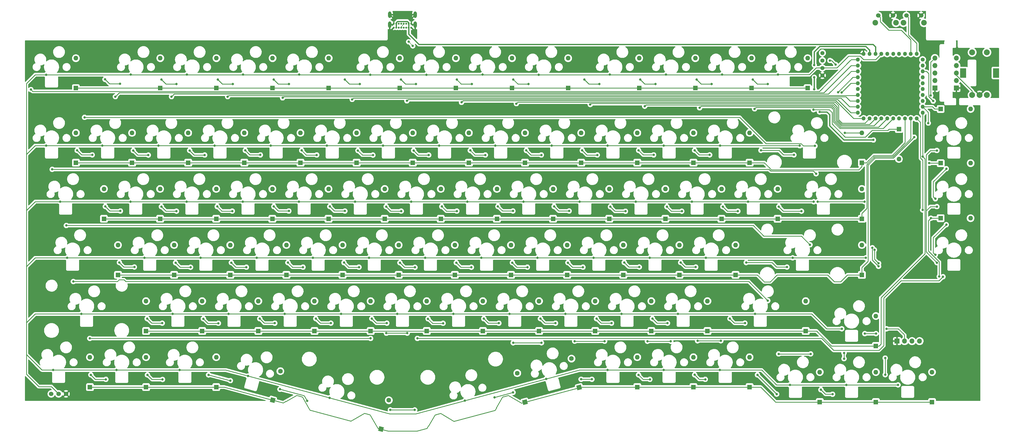
<source format=gbr>
%TF.GenerationSoftware,KiCad,Pcbnew,(6.0.7)*%
%TF.CreationDate,2022-09-18T02:02:10+02:00*%
%TF.ProjectId,Kanagawa_rgb_ansi_stamp,4b616e61-6761-4776-915f-7267625f616e,rev?*%
%TF.SameCoordinates,Original*%
%TF.FileFunction,Copper,L1,Top*%
%TF.FilePolarity,Positive*%
%FSLAX46Y46*%
G04 Gerber Fmt 4.6, Leading zero omitted, Abs format (unit mm)*
G04 Created by KiCad (PCBNEW (6.0.7)) date 2022-09-18 02:02:10*
%MOMM*%
%LPD*%
G01*
G04 APERTURE LIST*
G04 Aperture macros list*
%AMHorizOval*
0 Thick line with rounded ends*
0 $1 width*
0 $2 $3 position (X,Y) of the first rounded end (center of the circle)*
0 $4 $5 position (X,Y) of the second rounded end (center of the circle)*
0 Add line between two ends*
20,1,$1,$2,$3,$4,$5,0*
0 Add two circle primitives to create the rounded ends*
1,1,$1,$2,$3*
1,1,$1,$4,$5*%
%AMRotRect*
0 Rectangle, with rotation*
0 The origin of the aperture is its center*
0 $1 length*
0 $2 width*
0 $3 Rotation angle, in degrees counterclockwise*
0 Add horizontal line*
21,1,$1,$2,0,0,$3*%
G04 Aperture macros list end*
%TA.AperFunction,ComponentPad*%
%ADD10R,1.600000X1.600000*%
%TD*%
%TA.AperFunction,ComponentPad*%
%ADD11O,1.600000X1.600000*%
%TD*%
%TA.AperFunction,ComponentPad*%
%ADD12C,1.524000*%
%TD*%
%TA.AperFunction,ComponentPad*%
%ADD13C,2.000000*%
%TD*%
%TA.AperFunction,ComponentPad*%
%ADD14R,2.000000X3.200000*%
%TD*%
%TA.AperFunction,ComponentPad*%
%ADD15C,1.900000*%
%TD*%
%TA.AperFunction,ComponentPad*%
%ADD16RotRect,1.600000X1.600000X105.000000*%
%TD*%
%TA.AperFunction,ComponentPad*%
%ADD17HorizOval,1.600000X0.000000X0.000000X0.000000X0.000000X0*%
%TD*%
%TA.AperFunction,ComponentPad*%
%ADD18R,1.700000X1.700000*%
%TD*%
%TA.AperFunction,ComponentPad*%
%ADD19O,1.700000X1.700000*%
%TD*%
%TA.AperFunction,ComponentPad*%
%ADD20RotRect,1.600000X1.600000X75.000000*%
%TD*%
%TA.AperFunction,ComponentPad*%
%ADD21HorizOval,1.600000X0.000000X0.000000X0.000000X0.000000X0*%
%TD*%
%TA.AperFunction,ComponentPad*%
%ADD22C,1.397000*%
%TD*%
%TA.AperFunction,ComponentPad*%
%ADD23C,0.650000*%
%TD*%
%TA.AperFunction,ComponentPad*%
%ADD24O,1.108000X2.216000*%
%TD*%
%TA.AperFunction,ComponentPad*%
%ADD25C,1.350000*%
%TD*%
%TA.AperFunction,ComponentPad*%
%ADD26O,1.350000X1.350000*%
%TD*%
%TA.AperFunction,ViaPad*%
%ADD27C,0.800000*%
%TD*%
%TA.AperFunction,Conductor*%
%ADD28C,0.254000*%
%TD*%
%TA.AperFunction,Conductor*%
%ADD29C,0.400000*%
%TD*%
%TA.AperFunction,Conductor*%
%ADD30C,0.200000*%
%TD*%
G04 APERTURE END LIST*
D10*
%TO.P,DA9,1,K*%
%TO.N,row00*%
X257924800Y-79257500D03*
D11*
%TO.P,DA9,2,A*%
%TO.N,Net-(DA9-Pad2)*%
X257924800Y-69097500D03*
%TD*%
D10*
%TO.P,DD12,1,K*%
%TO.N,row03*%
X333487300Y-142720000D03*
D11*
%TO.P,DD12,2,A*%
%TO.N,Net-(DD12-Pad2)*%
X333487300Y-132560000D03*
%TD*%
D12*
%TO.P,J4,1,Pin_1*%
%TO.N,RGB_Out*%
X58430000Y-183090000D03*
%TO.P,J4,2,Pin_2*%
%TO.N,VCC*%
X60930000Y-183090000D03*
%TO.P,J4,3,Pin_3*%
%TO.N,GND*%
X63430000Y-183090000D03*
%TD*%
D13*
%TO.P,SWA13,A,A*%
%TO.N,/A*%
X370920000Y-81619997D03*
%TO.P,SWA13,B,B*%
%TO.N,/B*%
X375920000Y-81619997D03*
%TO.P,SWA13,C,C*%
%TO.N,GND*%
X373420000Y-81619997D03*
D14*
%TO.P,SWA13,MP*%
%TO.N,N/C*%
X367820000Y-74119997D03*
X379020000Y-74119997D03*
D13*
%TO.P,SWA13,S1,S1*%
%TO.N,/S1*%
X375920000Y-67119997D03*
%TO.P,SWA13,S2,S2*%
%TO.N,/S2*%
X370920000Y-67119997D03*
%TD*%
D10*
%TO.P,DB9,1,K*%
%TO.N,row01*%
X238237300Y-104620000D03*
D11*
%TO.P,DB9,2,A*%
%TO.N,Net-(DB9-Pad2)*%
X238237300Y-94460000D03*
%TD*%
D10*
%TO.P,DF8,1,K*%
%TO.N,row05*%
X276337300Y-180820000D03*
D11*
%TO.P,DF8,2,A*%
%TO.N,Net-(DF8-Pad2)*%
X276337300Y-170660000D03*
%TD*%
D10*
%TO.P,DC12,1,K*%
%TO.N,row02*%
X304912300Y-123670000D03*
D11*
%TO.P,DC12,2,A*%
%TO.N,Net-(DC12-Pad2)*%
X304912300Y-113510000D03*
%TD*%
D10*
%TO.P,DD13,1,K*%
%TO.N,row03*%
X360230000Y-86347300D03*
D11*
%TO.P,DD13,2,A*%
%TO.N,Net-(DD13-Pad2)*%
X370390000Y-86347300D03*
%TD*%
D12*
%TO.P,RSW0,1,1*%
%TO.N,RESET*%
X339070000Y-54580000D03*
%TO.P,RSW0,2,2*%
%TO.N,GND*%
X344070000Y-54580000D03*
D15*
%TO.P,RSW0,3*%
%TO.N,N/C*%
X345070000Y-57080000D03*
X338070000Y-57080000D03*
%TD*%
D10*
%TO.P,DA2,1,K*%
%TO.N,row00*%
X114474800Y-79257500D03*
D11*
%TO.P,DA2,2,A*%
%TO.N,Net-(DA2-Pad2)*%
X114474800Y-69097500D03*
%TD*%
D10*
%TO.P,DA11,1,K*%
%TO.N,row00*%
X296024800Y-79257500D03*
D11*
%TO.P,DA11,2,A*%
%TO.N,Net-(DA11-Pad2)*%
X296024800Y-69097500D03*
%TD*%
D10*
%TO.P,DB12,1,K*%
%TO.N,row01*%
X295387300Y-104620000D03*
D11*
%TO.P,DB12,2,A*%
%TO.N,Net-(DB12-Pad2)*%
X295387300Y-94460000D03*
%TD*%
D10*
%TO.P,DC6,1,K*%
%TO.N,row02*%
X190612300Y-123670000D03*
D11*
%TO.P,DC6,2,A*%
%TO.N,Net-(DC6-Pad2)*%
X190612300Y-113510000D03*
%TD*%
D10*
%TO.P,DD8,1,K*%
%TO.N,row03*%
X233474800Y-142720000D03*
D11*
%TO.P,DD8,2,A*%
%TO.N,Net-(DD8-Pad2)*%
X233474800Y-132560000D03*
%TD*%
D10*
%TO.P,DE4,1,K*%
%TO.N,row04*%
X166799800Y-161770000D03*
D11*
%TO.P,DE4,2,A*%
%TO.N,Net-(DE4-Pad2)*%
X166799800Y-151610000D03*
%TD*%
D10*
%TO.P,DA1,1,K*%
%TO.N,row00*%
X95424800Y-79257500D03*
D11*
%TO.P,DA1,2,A*%
%TO.N,Net-(DA1-Pad2)*%
X95424800Y-69097500D03*
%TD*%
D16*
%TO.P,DF5,1,K*%
%TO.N,row05*%
X219187219Y-185873201D03*
D17*
%TO.P,DF5,2,A*%
%TO.N,Net-(DF5-Pad2)*%
X216557617Y-176059395D03*
%TD*%
D10*
%TO.P,DD7,1,K*%
%TO.N,row03*%
X214424800Y-142720000D03*
D11*
%TO.P,DD7,2,A*%
%TO.N,Net-(DD7-Pad2)*%
X214424800Y-132560000D03*
%TD*%
D10*
%TO.P,DD1,1,K*%
%TO.N,row03*%
X100124800Y-142720000D03*
D11*
%TO.P,DD1,2,A*%
%TO.N,Net-(DD1-Pad2)*%
X100124800Y-132560000D03*
%TD*%
D18*
%TO.P,J2,1,Pin_1*%
%TO.N,GND*%
X365580000Y-79199996D03*
D19*
%TO.P,J2,2,Pin_2*%
%TO.N,/B*%
X365580000Y-76659996D03*
%TO.P,J2,3,Pin_3*%
%TO.N,/A*%
X365580000Y-74119996D03*
%TO.P,J2,4,Pin_4*%
%TO.N,/S1*%
X365580000Y-71579996D03*
%TO.P,J2,5,Pin_5*%
%TO.N,/S2*%
X365580000Y-69039996D03*
%TD*%
D10*
%TO.P,DA3,1,K*%
%TO.N,row00*%
X133524800Y-79257500D03*
D11*
%TO.P,DA3,2,A*%
%TO.N,Net-(DA3-Pad2)*%
X133524800Y-69097500D03*
%TD*%
D10*
%TO.P,DF1,1,K*%
%TO.N,row05*%
X90599800Y-180820000D03*
D11*
%TO.P,DF1,2,A*%
%TO.N,Net-(DF1-Pad2)*%
X90599800Y-170660000D03*
%TD*%
D10*
%TO.P,DF12,1,K*%
%TO.N,row05*%
X357299800Y-185870000D03*
D11*
%TO.P,DF12,2,A*%
%TO.N,Net-(DF12-Pad2)*%
X357299800Y-175710000D03*
%TD*%
D10*
%TO.P,DE6,1,K*%
%TO.N,row04*%
X204899800Y-161770000D03*
D11*
%TO.P,DE6,2,A*%
%TO.N,Net-(DE6-Pad2)*%
X204899800Y-151610000D03*
%TD*%
D10*
%TO.P,DA6,1,K*%
%TO.N,row00*%
X195724800Y-79257500D03*
D11*
%TO.P,DA6,2,A*%
%TO.N,Net-(DA6-Pad2)*%
X195724800Y-69097500D03*
%TD*%
D10*
%TO.P,DC5,1,K*%
%TO.N,row02*%
X171562300Y-123670000D03*
D11*
%TO.P,DC5,2,A*%
%TO.N,Net-(DC5-Pad2)*%
X171562300Y-113510000D03*
%TD*%
D10*
%TO.P,DA7,1,K*%
%TO.N,row00*%
X214774800Y-79257500D03*
D11*
%TO.P,DA7,2,A*%
%TO.N,Net-(DA7-Pad2)*%
X214774800Y-69097500D03*
%TD*%
D10*
%TO.P,DC13,1,K*%
%TO.N,row02*%
X333487300Y-123670000D03*
D11*
%TO.P,DC13,2,A*%
%TO.N,Net-(DC13-Pad2)*%
X333487300Y-113510000D03*
%TD*%
D10*
%TO.P,DD2,1,K*%
%TO.N,row03*%
X119174800Y-142720000D03*
D11*
%TO.P,DD2,2,A*%
%TO.N,Net-(DD2-Pad2)*%
X119174800Y-132560000D03*
%TD*%
D10*
%TO.P,DE9,1,K*%
%TO.N,row04*%
X262049800Y-161770000D03*
D11*
%TO.P,DE9,2,A*%
%TO.N,Net-(DE9-Pad2)*%
X262049800Y-151610000D03*
%TD*%
D10*
%TO.P,DF9,1,K*%
%TO.N,row05*%
X295387300Y-180820000D03*
D11*
%TO.P,DF9,2,A*%
%TO.N,Net-(DF9-Pad2)*%
X295387300Y-170660000D03*
%TD*%
D10*
%TO.P,DC9,1,K*%
%TO.N,row02*%
X247762300Y-123670000D03*
D11*
%TO.P,DC9,2,A*%
%TO.N,Net-(DC9-Pad2)*%
X247762300Y-113510000D03*
%TD*%
D10*
%TO.P,DB0,1,K*%
%TO.N,row01*%
X66787300Y-104620000D03*
D11*
%TO.P,DB0,2,A*%
%TO.N,Net-(DB0-Pad2)*%
X66787300Y-94460000D03*
%TD*%
D10*
%TO.P,DC8,1,K*%
%TO.N,row02*%
X228712300Y-123670000D03*
D11*
%TO.P,DC8,2,A*%
%TO.N,Net-(DC8-Pad2)*%
X228712300Y-113510000D03*
%TD*%
D10*
%TO.P,DD3,1,K*%
%TO.N,row03*%
X138224800Y-142720000D03*
D11*
%TO.P,DD3,2,A*%
%TO.N,Net-(DD3-Pad2)*%
X138224800Y-132560000D03*
%TD*%
D10*
%TO.P,DE12,1,K*%
%TO.N,row04*%
X338249800Y-166820000D03*
D11*
%TO.P,DE12,2,A*%
%TO.N,Net-(DE12-Pad2)*%
X338249800Y-156660000D03*
%TD*%
D10*
%TO.P,DC1,1,K*%
%TO.N,row02*%
X95362300Y-123670000D03*
D11*
%TO.P,DC1,2,A*%
%TO.N,Net-(DC1-Pad2)*%
X95362300Y-113510000D03*
%TD*%
D10*
%TO.P,DD6,1,K*%
%TO.N,row03*%
X195374800Y-142720000D03*
D11*
%TO.P,DD6,2,A*%
%TO.N,Net-(DD6-Pad2)*%
X195374800Y-132560000D03*
%TD*%
D10*
%TO.P,DB11,1,K*%
%TO.N,row01*%
X276337300Y-104620000D03*
D11*
%TO.P,DB11,2,A*%
%TO.N,Net-(DB11-Pad2)*%
X276337300Y-94460000D03*
%TD*%
D10*
%TO.P,DE0,1,K*%
%TO.N,row04*%
X90599800Y-161770000D03*
D11*
%TO.P,DE0,2,A*%
%TO.N,Net-(DE0-Pad2)*%
X90599800Y-151610000D03*
%TD*%
D10*
%TO.P,DE5,1,K*%
%TO.N,row04*%
X185849800Y-161770000D03*
D11*
%TO.P,DE5,2,A*%
%TO.N,Net-(DE5-Pad2)*%
X185849800Y-151610000D03*
%TD*%
D10*
%TO.P,DA10,1,K*%
%TO.N,row00*%
X276974800Y-79257500D03*
D11*
%TO.P,DA10,2,A*%
%TO.N,Net-(DA10-Pad2)*%
X276974800Y-69097500D03*
%TD*%
D10*
%TO.P,DD0,1,K*%
%TO.N,row03*%
X81074800Y-142720000D03*
D11*
%TO.P,DD0,2,A*%
%TO.N,Net-(DD0-Pad2)*%
X81074800Y-132560000D03*
%TD*%
D10*
%TO.P,DC3,1,K*%
%TO.N,row02*%
X133462300Y-123670000D03*
D11*
%TO.P,DC3,2,A*%
%TO.N,Net-(DC3-Pad2)*%
X133462300Y-113510000D03*
%TD*%
D10*
%TO.P,DF10,1,K*%
%TO.N,row05*%
X319199800Y-185870000D03*
D11*
%TO.P,DF10,2,A*%
%TO.N,Net-(DF10-Pad2)*%
X319199800Y-175710000D03*
%TD*%
D18*
%TO.P,J3,1,Pin_1*%
%TO.N,GND*%
X358255038Y-79199996D03*
D19*
%TO.P,J3,2,Pin_2*%
%TO.N,ENCB*%
X358255038Y-76659996D03*
%TO.P,J3,3,Pin_3*%
%TO.N,ENCA*%
X358255038Y-74119996D03*
%TO.P,J3,4,Pin_4*%
%TO.N,col13*%
X358255038Y-71579996D03*
%TO.P,J3,5,Pin_5*%
%TO.N,/SW99B*%
X358255038Y-69039996D03*
%TD*%
D10*
%TO.P,DD4,1,K*%
%TO.N,row03*%
X157274800Y-142720000D03*
D11*
%TO.P,DD4,2,A*%
%TO.N,Net-(DD4-Pad2)*%
X157274800Y-132560000D03*
%TD*%
D10*
%TO.P,DB13,1,K*%
%TO.N,row01*%
X333487300Y-104620000D03*
D11*
%TO.P,DB13,2,A*%
%TO.N,Net-(DB13-Pad2)*%
X333487300Y-94460000D03*
%TD*%
D10*
%TO.P,DA0,1,K*%
%TO.N,row00*%
X66774800Y-79257500D03*
D11*
%TO.P,DA0,2,A*%
%TO.N,Net-(DA0-Pad2)*%
X66774800Y-69097500D03*
%TD*%
D20*
%TO.P,DF4,1,K*%
%TO.N,row05*%
X170350206Y-195080586D03*
D21*
%TO.P,DF4,2,A*%
%TO.N,Net-(DF4-Pad2)*%
X172979808Y-185266779D03*
%TD*%
D10*
%TO.P,DE10,1,K*%
%TO.N,row04*%
X281099800Y-161770000D03*
D11*
%TO.P,DE10,2,A*%
%TO.N,Net-(DE10-Pad2)*%
X281099800Y-151610000D03*
%TD*%
D10*
%TO.P,DA4,1,K*%
%TO.N,row00*%
X152574800Y-79257500D03*
D11*
%TO.P,DA4,2,A*%
%TO.N,Net-(DA4-Pad2)*%
X152574800Y-69097500D03*
%TD*%
D10*
%TO.P,DC4,1,K*%
%TO.N,row02*%
X152512300Y-123670000D03*
D11*
%TO.P,DC4,2,A*%
%TO.N,Net-(DC4-Pad2)*%
X152512300Y-113510000D03*
%TD*%
D12*
%TO.P,RSW1,1,1*%
%TO.N,BOOTSEL*%
X348590000Y-54580000D03*
%TO.P,RSW1,2,2*%
%TO.N,GND*%
X353590000Y-54580000D03*
D15*
%TO.P,RSW1,3*%
%TO.N,N/C*%
X354590000Y-57080000D03*
X347590000Y-57080000D03*
%TD*%
D10*
%TO.P,DE2,1,K*%
%TO.N,row04*%
X128699800Y-161770000D03*
D11*
%TO.P,DE2,2,A*%
%TO.N,Net-(DE2-Pad2)*%
X128699800Y-151610000D03*
%TD*%
D10*
%TO.P,DD11,1,K*%
%TO.N,row03*%
X290624800Y-142720000D03*
D11*
%TO.P,DD11,2,A*%
%TO.N,Net-(DD11-Pad2)*%
X290624800Y-132560000D03*
%TD*%
D10*
%TO.P,DF2,1,K*%
%TO.N,row05*%
X114412300Y-180820000D03*
D11*
%TO.P,DF2,2,A*%
%TO.N,Net-(DF2-Pad2)*%
X114412300Y-170660000D03*
%TD*%
D10*
%TO.P,DF11,1,K*%
%TO.N,row05*%
X338249800Y-185870000D03*
D11*
%TO.P,DF11,2,A*%
%TO.N,Net-(DF11-Pad2)*%
X338249800Y-175710000D03*
%TD*%
D10*
%TO.P,DF0,1,K*%
%TO.N,row05*%
X71549800Y-180820000D03*
D11*
%TO.P,DF0,2,A*%
%TO.N,Net-(DF0-Pad2)*%
X71549800Y-170660000D03*
%TD*%
D10*
%TO.P,DB2,1,K*%
%TO.N,row01*%
X104887300Y-104620000D03*
D11*
%TO.P,DB2,2,A*%
%TO.N,Net-(DB2-Pad2)*%
X104887300Y-94460000D03*
%TD*%
D10*
%TO.P,DF7,1,K*%
%TO.N,row05*%
X257287300Y-180820000D03*
D11*
%TO.P,DF7,2,A*%
%TO.N,Net-(DF7-Pad2)*%
X257287300Y-170660000D03*
%TD*%
D22*
%TO.P,J1,1,Pin_1*%
%TO.N,GND*%
X320100000Y-74955000D03*
%TO.P,J1,2,Pin_2*%
%TO.N,VCC*%
X320100000Y-72415000D03*
%TO.P,J1,3,Pin_3*%
%TO.N,SCL*%
X320100000Y-69875000D03*
%TO.P,J1,4,Pin_4*%
%TO.N,SDA*%
X320100000Y-67335000D03*
%TD*%
D10*
%TO.P,DB4,1,K*%
%TO.N,row01*%
X142987300Y-104620000D03*
D11*
%TO.P,DB4,2,A*%
%TO.N,Net-(DB4-Pad2)*%
X142987300Y-94460000D03*
%TD*%
D10*
%TO.P,DA5,1,K*%
%TO.N,row00*%
X176674800Y-79257500D03*
D11*
%TO.P,DA5,2,A*%
%TO.N,Net-(DA5-Pad2)*%
X176674800Y-69097500D03*
%TD*%
D10*
%TO.P,DB10,1,K*%
%TO.N,row01*%
X257287300Y-104620000D03*
D11*
%TO.P,DB10,2,A*%
%TO.N,Net-(DB10-Pad2)*%
X257287300Y-94460000D03*
%TD*%
D10*
%TO.P,DE1,1,K*%
%TO.N,row04*%
X109649800Y-161770000D03*
D11*
%TO.P,DE1,2,A*%
%TO.N,Net-(DE1-Pad2)*%
X109649800Y-151610000D03*
%TD*%
D10*
%TO.P,DB5,1,K*%
%TO.N,row01*%
X162037300Y-104620000D03*
D11*
%TO.P,DB5,2,A*%
%TO.N,Net-(DB5-Pad2)*%
X162037300Y-94460000D03*
%TD*%
D10*
%TO.P,DC0,1,K*%
%TO.N,row02*%
X76312300Y-123670000D03*
D11*
%TO.P,DC0,2,A*%
%TO.N,Net-(DC0-Pad2)*%
X76312300Y-113510000D03*
%TD*%
D10*
%TO.P,DA12,1,K*%
%TO.N,row00*%
X315074800Y-79257500D03*
D11*
%TO.P,DA12,2,A*%
%TO.N,Net-(DA12-Pad2)*%
X315074800Y-69097500D03*
%TD*%
D19*
%TO.P,J6,4,Pin_4*%
%TO.N,SDA*%
X353070000Y-165190000D03*
%TO.P,J6,3,Pin_3*%
%TO.N,SCL*%
X350530000Y-165190000D03*
%TO.P,J6,2,Pin_2*%
%TO.N,VCC*%
X347990000Y-165190000D03*
D18*
%TO.P,J6,1,Pin_1*%
%TO.N,GND*%
X345450000Y-165190000D03*
%TD*%
D10*
%TO.P,DB6,1,K*%
%TO.N,row01*%
X181087300Y-104620000D03*
D11*
%TO.P,DB6,2,A*%
%TO.N,Net-(DB6-Pad2)*%
X181087300Y-94460000D03*
%TD*%
D20*
%TO.P,DF3,1,K*%
%TO.N,row05*%
X133548432Y-185219580D03*
D21*
%TO.P,DF3,2,A*%
%TO.N,Net-(DF3-Pad2)*%
X136178034Y-175405773D03*
%TD*%
D10*
%TO.P,DE3,1,K*%
%TO.N,row04*%
X147749800Y-161770000D03*
D11*
%TO.P,DE3,2,A*%
%TO.N,Net-(DE3-Pad2)*%
X147749800Y-151610000D03*
%TD*%
D10*
%TO.P,DA13,1,K*%
%TO.N,row00*%
X346065200Y-93192500D03*
D11*
%TO.P,DA13,2,A*%
%TO.N,/SW99B*%
X346065200Y-103352500D03*
%TD*%
D10*
%TO.P,DB7,1,K*%
%TO.N,row01*%
X200137300Y-104620000D03*
D11*
%TO.P,DB7,2,A*%
%TO.N,Net-(DB7-Pad2)*%
X200137300Y-94460000D03*
%TD*%
D10*
%TO.P,DE11,1,K*%
%TO.N,row04*%
X314437300Y-161770000D03*
D11*
%TO.P,DE11,2,A*%
%TO.N,Net-(DE11-Pad2)*%
X314437300Y-151610000D03*
%TD*%
D10*
%TO.P,DA8,1,K*%
%TO.N,row00*%
X233824800Y-79257500D03*
D11*
%TO.P,DA8,2,A*%
%TO.N,Net-(DA8-Pad2)*%
X233824800Y-69097500D03*
%TD*%
D10*
%TO.P,DD9,1,K*%
%TO.N,row03*%
X252524800Y-142720000D03*
D11*
%TO.P,DD9,2,A*%
%TO.N,Net-(DD9-Pad2)*%
X252524800Y-132560000D03*
%TD*%
D10*
%TO.P,DE8,1,K*%
%TO.N,row04*%
X242999800Y-161770000D03*
D11*
%TO.P,DE8,2,A*%
%TO.N,Net-(DE8-Pad2)*%
X242999800Y-151610000D03*
%TD*%
D10*
%TO.P,DF13,1,K*%
%TO.N,row05*%
X360222500Y-123434800D03*
D11*
%TO.P,DF13,2,A*%
%TO.N,Net-(DF13-Pad2)*%
X370382500Y-123434800D03*
%TD*%
D10*
%TO.P,DC7,1,K*%
%TO.N,row02*%
X209662300Y-123670000D03*
D11*
%TO.P,DC7,2,A*%
%TO.N,Net-(DC7-Pad2)*%
X209662300Y-113510000D03*
%TD*%
D10*
%TO.P,DE13,1,K*%
%TO.N,row04*%
X360242500Y-104744800D03*
D11*
%TO.P,DE13,2,A*%
%TO.N,Net-(DE13-Pad2)*%
X370402500Y-104744800D03*
%TD*%
D10*
%TO.P,DB1,1,K*%
%TO.N,row01*%
X85837300Y-104620000D03*
D11*
%TO.P,DB1,2,A*%
%TO.N,Net-(DB1-Pad2)*%
X85837300Y-94460000D03*
%TD*%
D10*
%TO.P,DD10,1,K*%
%TO.N,row03*%
X271574800Y-142720000D03*
D11*
%TO.P,DD10,2,A*%
%TO.N,Net-(DD10-Pad2)*%
X271574800Y-132560000D03*
%TD*%
D10*
%TO.P,DD5,1,K*%
%TO.N,row03*%
X176324800Y-142720000D03*
D11*
%TO.P,DD5,2,A*%
%TO.N,Net-(DD5-Pad2)*%
X176324800Y-132560000D03*
%TD*%
D10*
%TO.P,DB8,1,K*%
%TO.N,row01*%
X219187300Y-104620000D03*
D11*
%TO.P,DB8,2,A*%
%TO.N,Net-(DB8-Pad2)*%
X219187300Y-94460000D03*
%TD*%
D16*
%TO.P,DF6,1,K*%
%TO.N,row05*%
X237588106Y-180942698D03*
D17*
%TO.P,DF6,2,A*%
%TO.N,Net-(DF6-Pad2)*%
X234958504Y-171128892D03*
%TD*%
D10*
%TO.P,DE7,1,K*%
%TO.N,row04*%
X223949800Y-161770000D03*
D11*
%TO.P,DE7,2,A*%
%TO.N,Net-(DE7-Pad2)*%
X223949800Y-151610000D03*
%TD*%
D10*
%TO.P,DC11,1,K*%
%TO.N,row02*%
X285862300Y-123670000D03*
D11*
%TO.P,DC11,2,A*%
%TO.N,Net-(DC11-Pad2)*%
X285862300Y-113510000D03*
%TD*%
D10*
%TO.P,DB3,1,K*%
%TO.N,row01*%
X123937300Y-104620000D03*
D11*
%TO.P,DB3,2,A*%
%TO.N,Net-(DB3-Pad2)*%
X123937300Y-94460000D03*
%TD*%
D10*
%TO.P,DC10,1,K*%
%TO.N,row02*%
X266812300Y-123670000D03*
D11*
%TO.P,DC10,2,A*%
%TO.N,Net-(DC10-Pad2)*%
X266812300Y-113510000D03*
%TD*%
D10*
%TO.P,DC2,1,K*%
%TO.N,row02*%
X114412300Y-123670000D03*
D11*
%TO.P,DC2,2,A*%
%TO.N,Net-(DC2-Pad2)*%
X114412300Y-113510000D03*
%TD*%
D23*
%TO.P,JUSB1,A1,GND*%
%TO.N,GND*%
X174645000Y-58715000D03*
%TO.P,JUSB1,A4,VBUS*%
%TO.N,+5V*%
X175495000Y-58715000D03*
%TO.P,JUSB1,A5,CC1*%
%TO.N,unconnected-(JUSB1-PadA5)*%
X176345000Y-58715000D03*
%TO.P,JUSB1,A6,DP1*%
%TO.N,D+*%
X177195000Y-58715000D03*
%TO.P,JUSB1,A7,DN1*%
%TO.N,D-*%
X178045000Y-58715000D03*
%TO.P,JUSB1,A8,SBU1*%
%TO.N,unconnected-(JUSB1-PadA8)*%
X178895000Y-58715000D03*
%TO.P,JUSB1,A9,VBUS*%
%TO.N,+5V*%
X179745000Y-58715000D03*
%TO.P,JUSB1,A12,GND*%
%TO.N,GND*%
X180595000Y-58715000D03*
%TO.P,JUSB1,B1,GND*%
X180595000Y-57365000D03*
%TO.P,JUSB1,B4,VBUS*%
%TO.N,+5V*%
X179745000Y-57365000D03*
%TO.P,JUSB1,B5,CC2*%
%TO.N,unconnected-(JUSB1-PadB5)*%
X178895000Y-57365000D03*
%TO.P,JUSB1,B6,DP2*%
%TO.N,D+*%
X178045000Y-57365000D03*
%TO.P,JUSB1,B7,DN2*%
%TO.N,D-*%
X177195000Y-57365000D03*
%TO.P,JUSB1,B8,SBU2*%
%TO.N,unconnected-(JUSB1-PadB8)*%
X176345000Y-57365000D03*
%TO.P,JUSB1,B9,VBUS*%
%TO.N,+5V*%
X175495000Y-57365000D03*
%TO.P,JUSB1,B12,GND*%
%TO.N,GND*%
X174645000Y-57365000D03*
D24*
%TO.P,JUSB1,P1,SHELL*%
X173295000Y-57735000D03*
%TO.P,JUSB1,P2,SHELL*%
X181945000Y-57735000D03*
%TO.P,JUSB1,P3,SHELL*%
X181945000Y-54355000D03*
%TO.P,JUSB1,P4,SHELL*%
X173295000Y-54355000D03*
%TD*%
D25*
%TO.P,U0,1,GPIO0*%
%TO.N,unconnected-(U0-Pad1)*%
X354100000Y-69600000D03*
D26*
%TO.P,U0,2,GPIO1*%
%TO.N,unconnected-(U0-Pad2)*%
X354100000Y-71600000D03*
%TO.P,U0,3,GPIO2*%
%TO.N,col13*%
X354100000Y-73600000D03*
%TO.P,U0,4,GPIO3*%
%TO.N,ENCA*%
X354100000Y-75600000D03*
%TO.P,U0,5,GPIO4*%
%TO.N,ENCB*%
X354100000Y-77600000D03*
%TO.P,U0,6,GPIO5*%
%TO.N,unconnected-(U0-Pad6)*%
X354100000Y-79600000D03*
%TO.P,U0,7,GPIO6*%
%TO.N,unconnected-(U0-Pad7)*%
X354100000Y-81600000D03*
%TO.P,U0,8,GPIO7*%
%TO.N,unconnected-(U0-Pad8)*%
X354100000Y-83600000D03*
%TO.P,U0,9,GPIO8*%
%TO.N,row03*%
X354100000Y-85600000D03*
%TO.P,U0,10,GPIO9*%
%TO.N,row04*%
X354100000Y-87600000D03*
%TO.P,U0,11,GPIO10*%
%TO.N,row05*%
X352100000Y-89600000D03*
%TO.P,U0,12,GPIO11*%
%TO.N,row02*%
X350100000Y-89600000D03*
%TO.P,U0,13,GPIO12*%
%TO.N,row01*%
X348100000Y-89600000D03*
%TO.P,U0,14,GPIO13*%
%TO.N,row00*%
X346100000Y-89600000D03*
%TO.P,U0,15,GPIO14*%
%TO.N,col12*%
X344100000Y-89600000D03*
%TO.P,U0,16,GPIO15*%
%TO.N,col11*%
X342100000Y-89600000D03*
%TO.P,U0,17,GPIO16*%
%TO.N,col10*%
X340100000Y-89600000D03*
%TO.P,U0,18,GPIO17*%
%TO.N,col09*%
X338100000Y-89600000D03*
%TO.P,U0,19,GPIO18*%
%TO.N,col08*%
X336100000Y-89600000D03*
%TO.P,U0,20,GPIO19*%
%TO.N,col07*%
X334100000Y-89600000D03*
%TO.P,U0,21,GPIO20*%
%TO.N,col06*%
X332100000Y-87600000D03*
%TO.P,U0,22,GPIO21*%
%TO.N,col05*%
X332100000Y-85600000D03*
%TO.P,U0,23,GPIO22*%
%TO.N,col04*%
X332100000Y-83600000D03*
%TO.P,U0,24,GPIO23*%
%TO.N,col03*%
X332100000Y-81600000D03*
%TO.P,U0,25,GPIO24*%
%TO.N,RGB_Matrix*%
X332100000Y-79600000D03*
%TO.P,U0,26,GPIO25*%
%TO.N,SDA*%
X332100000Y-77600000D03*
%TO.P,U0,27,GPIO26*%
%TO.N,SCL*%
X332100000Y-75600000D03*
%TO.P,U0,28,GPIO27*%
%TO.N,col02*%
X332100000Y-73600000D03*
%TO.P,U0,29,GPIO28*%
%TO.N,col01*%
X332100000Y-71600000D03*
%TO.P,U0,30,GPIO29*%
%TO.N,col00*%
X332100000Y-69600000D03*
%TO.P,U0,31,GND*%
%TO.N,GND*%
X334100000Y-67600000D03*
%TO.P,U0,32,VBAT*%
%TO.N,VBAT*%
X336100000Y-67600000D03*
%TO.P,U0,33,5V*%
%TO.N,+5V*%
X338100000Y-67600000D03*
%TO.P,U0,34,3.3V*%
%TO.N,VCC*%
X340100000Y-67600000D03*
%TO.P,U0,35,USB_D-*%
%TO.N,D-*%
X342100000Y-67600000D03*
%TO.P,U0,36,USB_D+*%
%TO.N,D+*%
X344100000Y-67600000D03*
%TO.P,U0,37,SWDIO*%
%TO.N,unconnected-(U0-Pad37)*%
X346100000Y-67600000D03*
%TO.P,U0,38,SWCLK*%
%TO.N,unconnected-(U0-Pad38)*%
X348100000Y-67600000D03*
%TO.P,U0,39,~{RESET}*%
%TO.N,RESET*%
X350100000Y-67600000D03*
%TO.P,U0,40,BOOTSEL*%
%TO.N,BOOTSEL*%
X352100000Y-67600000D03*
%TD*%
D27*
%TO.N,SDA*%
X337766500Y-134181653D03*
X339169035Y-138781608D03*
%TO.N,SCL*%
X337040000Y-133480000D03*
X339150000Y-139790000D03*
%TO.N,GND*%
X336410000Y-164820000D03*
X344350000Y-138650000D03*
%TO.N,row00*%
X317070000Y-86592500D03*
%TO.N,Net-(DB13-Pad2)*%
X327710000Y-94460000D03*
%TO.N,row03*%
X356030000Y-91140000D03*
X351270000Y-95930000D03*
%TO.N,row04*%
X354100000Y-102480000D03*
X356360000Y-104740000D03*
%TO.N,row05*%
X359740000Y-143240000D03*
X354130000Y-120650000D03*
X356920000Y-123440000D03*
%TO.N,VCC*%
X228198750Y-98795000D03*
X237738750Y-117835000D03*
X209128750Y-98805000D03*
X297218750Y-155951250D03*
X358940000Y-100450000D03*
X280548750Y-136895000D03*
X266278750Y-98785000D03*
X326681250Y-161001250D03*
X123408750Y-117825000D03*
X113858750Y-98795000D03*
X166278750Y-136905000D03*
X142538750Y-74695000D03*
X171008750Y-98805000D03*
X90058750Y-136905000D03*
X271040000Y-155960000D03*
X61480000Y-117830000D03*
X226369446Y-178012972D03*
X161538750Y-117835000D03*
X185688750Y-74705000D03*
X180568750Y-117835000D03*
X285338750Y-174991250D03*
X128138750Y-136895000D03*
X247210000Y-175000000D03*
X334820000Y-136900000D03*
X358965000Y-138540000D03*
X123468750Y-74685000D03*
X194840000Y-155958494D03*
X256768750Y-117835000D03*
X101988750Y-175001250D03*
X185308750Y-136905000D03*
X285348750Y-98795000D03*
X242468750Y-136905000D03*
X232920000Y-155960000D03*
X118630000Y-155960000D03*
X85388750Y-74695000D03*
X99600000Y-155960000D03*
X198805424Y-185428018D03*
X328210000Y-180050000D03*
X247228750Y-98795000D03*
X142478750Y-117835000D03*
X199618750Y-117825000D03*
X261498750Y-136905000D03*
X75778750Y-98805000D03*
X68630000Y-155950000D03*
X305040000Y-74700000D03*
X85328750Y-117835000D03*
X147208750Y-136905000D03*
X266968750Y-74695000D03*
X80558750Y-175001250D03*
X310015625Y-136905625D03*
X341878750Y-161001250D03*
X56710000Y-98810000D03*
X213890000Y-155960000D03*
X358945000Y-119500000D03*
X294888750Y-117835000D03*
X175800000Y-155958494D03*
X109088750Y-136905000D03*
X218688750Y-117835000D03*
X104418750Y-74695000D03*
X286018750Y-74685000D03*
X223428750Y-136905000D03*
X251970000Y-155950000D03*
X247938750Y-74695000D03*
X151978750Y-98805000D03*
X312415625Y-98815625D03*
X275818750Y-117825000D03*
X56730000Y-74710000D03*
X204358750Y-136895000D03*
X63840000Y-136900000D03*
X137680000Y-155958494D03*
X204738750Y-74695000D03*
X156740000Y-155958494D03*
X317165625Y-117855625D03*
X223808750Y-74705000D03*
X152917028Y-184430554D03*
X166658750Y-74705000D03*
X266268750Y-175001250D03*
X345751250Y-180051250D03*
X94808750Y-98805000D03*
X104358750Y-117835000D03*
X125235424Y-177051982D03*
X59098750Y-174993125D03*
X132928750Y-98805000D03*
X309106640Y-180050000D03*
X190058750Y-98795000D03*
%TO.N,GND*%
X53610000Y-119520000D03*
X370270000Y-138060000D03*
X315270000Y-66330000D03*
X368310000Y-88120000D03*
X64670000Y-77850000D03*
X313250000Y-77850000D03*
X351670000Y-99010000D03*
X351820000Y-69740000D03*
X356200000Y-142790000D03*
X343750000Y-95960000D03*
X53670000Y-138740000D03*
%TO.N,SDA*%
X326640000Y-80720000D03*
%TO.N,SCL*%
X322650000Y-69880000D03*
X324620000Y-71270000D03*
X325400000Y-80650000D03*
%TO.N,col00*%
X51525000Y-79765000D03*
%TO.N,col01*%
X80175000Y-82165000D03*
%TO.N,col02*%
X99225000Y-82165000D03*
%TO.N,col03*%
X118275000Y-82165000D03*
%TO.N,col04*%
X136925000Y-82565000D03*
%TO.N,col05*%
X160532500Y-83102500D03*
X172140000Y-162496500D03*
X179203500Y-162496500D03*
%TO.N,col06*%
X179105000Y-83585000D03*
%TO.N,col07*%
X224760000Y-165770000D03*
X197640000Y-84090000D03*
X215180000Y-165770000D03*
%TO.N,col08*%
X216250000Y-84530000D03*
X246210000Y-165230000D03*
X236030000Y-165230000D03*
%TO.N,col09*%
X241305000Y-84825000D03*
X268650000Y-165240000D03*
X260720000Y-165240000D03*
%TO.N,col10*%
X277730000Y-165080000D03*
X259800000Y-85420000D03*
X285630000Y-165080000D03*
%TO.N,col11*%
X278410000Y-85960000D03*
X316110000Y-169530000D03*
X305260000Y-169530000D03*
%TO.N,/SW99B*%
X356860000Y-81790000D03*
%TO.N,/IN_B13*%
X69730000Y-89190000D03*
X317580000Y-98910000D03*
%TO.N,/IN_A0*%
X76680000Y-76295000D03*
X81785000Y-77830000D03*
%TO.N,/IN_A1*%
X95800000Y-76350000D03*
X100905000Y-77885000D03*
%TO.N,/IN_A2*%
X114930000Y-76330000D03*
X120035000Y-77865000D03*
%TO.N,/IN_A3*%
X139045000Y-77845000D03*
X133940000Y-76310000D03*
%TO.N,/IN_A4*%
X163164656Y-77850000D03*
X158059656Y-76315000D03*
%TO.N,/IN_A5*%
X182195000Y-77885000D03*
X177090000Y-76350000D03*
%TO.N,/IN_A6*%
X196022500Y-76347500D03*
X201110000Y-77865000D03*
%TO.N,/IN_A7*%
X215230000Y-76310000D03*
X220335000Y-77845000D03*
%TO.N,/IN_A8*%
X239337624Y-76310000D03*
X244442624Y-77845000D03*
%TO.N,/IN_A9*%
X263415000Y-77905000D03*
X258310000Y-76370000D03*
%TO.N,/IN_A10*%
X277440000Y-76350000D03*
X282545000Y-77885000D03*
%TO.N,/IN_A11*%
X296450000Y-76330000D03*
X301555000Y-77865000D03*
%TO.N,/IN_B0*%
X67222500Y-100412500D03*
X72327500Y-101947500D03*
%TO.N,/IN_C13*%
X317960000Y-108340000D03*
X58750000Y-106850000D03*
%TO.N,/IN_B1*%
X86260000Y-100470000D03*
X91365000Y-102005000D03*
%TO.N,/IN_B2*%
X105390000Y-100450000D03*
X110495000Y-101985000D03*
%TO.N,/IN_B3*%
X124275000Y-100425000D03*
X129380000Y-101960000D03*
%TO.N,/IN_B4*%
X148515000Y-101965000D03*
X143410000Y-100430000D03*
%TO.N,/IN_B5*%
X167585000Y-102005000D03*
X162480000Y-100470000D03*
%TO.N,/IN_B6*%
X181395000Y-100450000D03*
X186500000Y-101985000D03*
%TO.N,/IN_B7*%
X205725000Y-101965000D03*
X200620000Y-100430000D03*
%TO.N,/IN_B8*%
X219630000Y-100430000D03*
X224735000Y-101965000D03*
%TO.N,/IN_B9*%
X238600000Y-100430000D03*
X243705000Y-101965000D03*
%TO.N,/IN_B10*%
X262835000Y-101945000D03*
X257730000Y-100410000D03*
%TO.N,/IN_B11*%
X276750000Y-100410000D03*
X281845000Y-101925000D03*
%TO.N,/IN_B12*%
X310437500Y-101937500D03*
X299230000Y-100390000D03*
%TO.N,/IN_C0*%
X81877500Y-120997500D03*
X76772500Y-119462500D03*
%TO.N,/IN_C1*%
X95800000Y-119510000D03*
X100905000Y-121045000D03*
%TO.N,/IN_C2*%
X114745000Y-119485000D03*
X119850000Y-121020000D03*
%TO.N,/IN_D12*%
X315880000Y-132460000D03*
X63545000Y-125910000D03*
%TO.N,/IN_C3*%
X139045000Y-121005000D03*
X133955000Y-119485000D03*
%TO.N,/IN_C4*%
X152950000Y-119470000D03*
X158055000Y-121005000D03*
%TO.N,/IN_C5*%
X177175000Y-121035000D03*
X172070000Y-119500000D03*
%TO.N,/IN_C6*%
X190945000Y-119485000D03*
X196050000Y-121020000D03*
%TO.N,/IN_C7*%
X209985000Y-119455000D03*
X215090000Y-120990000D03*
%TO.N,/IN_C8*%
X229045000Y-119455000D03*
X234150000Y-120990000D03*
%TO.N,/IN_C9*%
X253265000Y-121085000D03*
X248160000Y-119550000D03*
%TO.N,/IN_C10*%
X267320000Y-119560000D03*
X272395000Y-121065000D03*
%TO.N,/IN_C11*%
X286320000Y-119530000D03*
X291405000Y-121045000D03*
%TO.N,/IN_C12*%
X312985000Y-121045000D03*
X305310000Y-119510000D03*
%TO.N,/IN_E11*%
X65925000Y-144950000D03*
X301590000Y-151440000D03*
%TO.N,/IN_D0*%
X81532500Y-138492500D03*
X86637500Y-140027500D03*
%TO.N,/IN_D1*%
X100600000Y-138570000D03*
X105705000Y-140105000D03*
%TO.N,/IN_D2*%
X119535000Y-138550000D03*
X124640000Y-140085000D03*
%TO.N,/IN_D3*%
X143845000Y-140065000D03*
X138740000Y-138530000D03*
%TO.N,/IN_D4*%
X162855000Y-140065000D03*
X157750000Y-138530000D03*
%TO.N,/IN_D5*%
X176740000Y-138580000D03*
X181845000Y-140115000D03*
%TO.N,/IN_D6*%
X195870000Y-138560000D03*
X200975000Y-140095000D03*
%TO.N,/IN_D7*%
X214880000Y-138540000D03*
X219985000Y-140075000D03*
%TO.N,/IN_D8*%
X233750000Y-138540000D03*
X238855000Y-140075000D03*
%TO.N,/IN_D11*%
X294237500Y-138502500D03*
X308067500Y-140037500D03*
%TO.N,/IN_D9*%
X252855000Y-138485000D03*
X257960000Y-140020000D03*
%TO.N,/IN_D10*%
X272015000Y-138495000D03*
X277120000Y-140030000D03*
%TO.N,/IN_D13*%
X71510000Y-164260000D03*
X361030000Y-143320000D03*
X166790000Y-164260000D03*
X182660000Y-164260000D03*
%TO.N,/IN_F0*%
X76960000Y-178170000D03*
X71865000Y-176645000D03*
%TO.N,/IN_E0*%
X90965000Y-157552500D03*
X96070000Y-159087500D03*
%TO.N,/IN_E1*%
X115160000Y-159130000D03*
X110055000Y-157595000D03*
%TO.N,/IN_E2*%
X129185000Y-157575000D03*
X134290000Y-159110000D03*
%TO.N,/IN_E3*%
X153300000Y-159090000D03*
X148195000Y-157555000D03*
%TO.N,/IN_E4*%
X172310000Y-159090000D03*
X167205000Y-157555000D03*
%TO.N,/IN_E5*%
X186280000Y-157600000D03*
X191385000Y-159135000D03*
%TO.N,/IN_E6*%
X210320000Y-159110000D03*
X205215000Y-157575000D03*
%TO.N,/IN_E7*%
X224420000Y-157560000D03*
X229525000Y-159095000D03*
%TO.N,/IN_E8*%
X243440000Y-157570000D03*
X248535000Y-159095000D03*
%TO.N,/IN_E9*%
X267527500Y-159087500D03*
X262422500Y-157552500D03*
%TO.N,/IN_E10*%
X288712500Y-157542500D03*
X293817500Y-159077500D03*
%TO.N,/IN_E12*%
X338275000Y-162645000D03*
X341410000Y-176590000D03*
X341410000Y-170960000D03*
X334495000Y-162645000D03*
%TO.N,/IN_E13*%
X362140000Y-106630000D03*
X358426500Y-116850000D03*
%TO.N,/IN_F1*%
X91075000Y-176675000D03*
X96180000Y-178210000D03*
%TO.N,/IN_F2*%
X111820000Y-176670000D03*
X119202517Y-178607483D03*
%TO.N,/IN_F3*%
X145257574Y-185456515D03*
X136035912Y-181544088D03*
%TO.N,/IN_F4*%
X181756969Y-188553031D03*
X173486969Y-188553031D03*
%TO.N,/IN_F5*%
X208860843Y-184290843D03*
X215138697Y-182608697D03*
%TO.N,/IN_F6*%
X238225000Y-178145000D03*
X241875000Y-178145000D03*
%TO.N,/IN_F7*%
X261550000Y-178180000D03*
X257705000Y-176645000D03*
%TO.N,/IN_F8*%
X276755000Y-176635000D03*
X280360000Y-178170000D03*
%TO.N,/IN_F9*%
X298045000Y-176645000D03*
X304590000Y-183190000D03*
%TO.N,/IN_F10*%
X323550000Y-183230000D03*
X319595000Y-181695000D03*
%TO.N,/IN_F11*%
X327440000Y-171150000D03*
X327440000Y-169250000D03*
%TO.N,/IN_F13*%
X362140000Y-125640000D03*
X358426500Y-135860000D03*
%TO.N,col13*%
X357690000Y-83670000D03*
X318450000Y-117830000D03*
X334413500Y-117830000D03*
%TO.N,col12*%
X297075000Y-86305000D03*
%TO.N,D-*%
X179710000Y-63520500D03*
X181109000Y-64919500D03*
%TO.N,VBAT*%
X319160000Y-87370000D03*
X337400000Y-96870623D03*
X317340000Y-71440000D03*
X317340000Y-79620000D03*
X317340000Y-75600000D03*
%TD*%
D28*
%TO.N,SDA*%
X337766500Y-137379073D02*
X337766500Y-134181653D01*
X339169035Y-138781608D02*
X337766500Y-137379073D01*
%TO.N,SCL*%
X337040000Y-137680000D02*
X337040000Y-133480000D01*
X339150000Y-139790000D02*
X337040000Y-137680000D01*
%TO.N,VCC*%
X347990000Y-163130000D02*
X347990000Y-165180000D01*
X347600000Y-162740000D02*
X347990000Y-163130000D01*
X341878750Y-161001250D02*
X345861250Y-161001250D01*
X345861250Y-161001250D02*
X347600000Y-162740000D01*
%TO.N,row00*%
X342320000Y-93590000D02*
X336970000Y-93590000D01*
X322422500Y-86592500D02*
X317070000Y-86592500D01*
X334660000Y-95900000D02*
X327820000Y-95900000D01*
X346070000Y-93190000D02*
X342720000Y-93190000D01*
X327820000Y-95900000D02*
X323360000Y-91440000D01*
X66774800Y-79257500D02*
X315077500Y-79257500D01*
X342720000Y-93190000D02*
X342320000Y-93590000D01*
X336970000Y-93590000D02*
X334660000Y-95900000D01*
X323360000Y-87530000D02*
X322422500Y-86592500D01*
X323360000Y-91440000D02*
X323360000Y-87530000D01*
%TO.N,row01*%
X347220000Y-98690000D02*
X343764000Y-102146000D01*
X66787300Y-104620000D02*
X295390000Y-104620000D01*
X348100000Y-89600000D02*
X348100000Y-97810000D01*
X341360000Y-102146000D02*
X337534000Y-102146000D01*
X335710000Y-103970000D02*
X335060000Y-104620000D01*
X302770000Y-106960000D02*
X304290000Y-106960000D01*
X332440000Y-106960000D02*
X333130000Y-106270000D01*
X348100000Y-97810000D02*
X347220000Y-98690000D01*
X333130000Y-106270000D02*
X333490000Y-105910000D01*
X343764000Y-102146000D02*
X341360000Y-102146000D01*
X295380000Y-104600000D02*
X300410000Y-104600000D01*
X302200000Y-106390000D02*
X302770000Y-106960000D01*
X300410000Y-104600000D02*
X302200000Y-106390000D01*
X335060000Y-104620000D02*
X333480000Y-104620000D01*
X304750000Y-106960000D02*
X332440000Y-106960000D01*
X333490000Y-105910000D02*
X333490000Y-104620000D01*
X304290000Y-106960000D02*
X304750000Y-106960000D01*
X337534000Y-102146000D02*
X335710000Y-103970000D01*
%TO.N,Net-(DB13-Pad2)*%
X333487300Y-94460000D02*
X327710000Y-94460000D01*
%TO.N,row02*%
X333487300Y-123670000D02*
X333487300Y-121802700D01*
X304912300Y-123670000D02*
X312570000Y-123670000D01*
X335140000Y-105192052D02*
X335140000Y-109720000D01*
X347508974Y-99048974D02*
X350100000Y-96457948D01*
X350100000Y-96457948D02*
X350100000Y-90770000D01*
X333487300Y-121802700D02*
X335140000Y-120150000D01*
X335140000Y-105192052D02*
X337732052Y-102600000D01*
X335140000Y-109720000D02*
X335140000Y-120150000D01*
X76312300Y-123670000D02*
X304910000Y-123670000D01*
X337732052Y-102600000D02*
X339670000Y-102600000D01*
X312570000Y-123670000D02*
X333490000Y-123670000D01*
X350100000Y-90770000D02*
X350100000Y-89590000D01*
X339670000Y-102600000D02*
X343957948Y-102600000D01*
X343957948Y-102600000D02*
X347508974Y-99048974D01*
%TO.N,row03*%
X290630000Y-142720000D02*
X298030000Y-142720000D01*
X324120000Y-145020000D02*
X325190000Y-145020000D01*
X302370000Y-145080000D02*
X303950000Y-143500000D01*
X305040000Y-142740000D02*
X321840000Y-142740000D01*
X344142948Y-103057052D02*
X337917052Y-103057052D01*
X360230000Y-86347300D02*
X358217300Y-86347300D01*
X321840000Y-142740000D02*
X323450000Y-144350000D01*
X298030000Y-142720000D02*
X299820000Y-144510000D01*
X351270000Y-95930000D02*
X344142948Y-103057052D01*
X354100000Y-85600000D02*
X356030000Y-87530000D01*
X325190000Y-145020000D02*
X326280000Y-145020000D01*
X335594000Y-105380104D02*
X335594000Y-138066000D01*
X358217300Y-86347300D02*
X357470000Y-85600000D01*
X303950000Y-143500000D02*
X304710000Y-142740000D01*
X299820000Y-144510000D02*
X300390000Y-145080000D01*
X328580000Y-142720000D02*
X333490000Y-142720000D01*
X356030000Y-87530000D02*
X356030000Y-91140000D01*
X81074800Y-142720000D02*
X290630000Y-142720000D01*
X300390000Y-145080000D02*
X301910000Y-145080000D01*
X333487300Y-140172700D02*
X333487300Y-142720000D01*
X326280000Y-145020000D02*
X327580000Y-143720000D01*
X327580000Y-143720000D02*
X328580000Y-142720000D01*
X354100000Y-85600000D02*
X357470000Y-85600000D01*
X335594000Y-138066000D02*
X333487300Y-140172700D01*
X301910000Y-145080000D02*
X302370000Y-145080000D01*
X337917052Y-103057052D02*
X335594000Y-105380104D01*
X323450000Y-144350000D02*
X324120000Y-145020000D01*
X304710000Y-142740000D02*
X305040000Y-142740000D01*
%TO.N,row04*%
X354100000Y-87600000D02*
X354100000Y-102480000D01*
X323170000Y-166820000D02*
X318120000Y-161770000D01*
X338249800Y-166820000D02*
X339310000Y-166820000D01*
X354866000Y-103246000D02*
X354866000Y-135494000D01*
X339960000Y-150400000D02*
X339960000Y-150430000D01*
X338250000Y-166820000D02*
X323170000Y-166820000D01*
X339960000Y-166170000D02*
X339960000Y-165110000D01*
X339960000Y-150430000D02*
X339960000Y-165110000D01*
X356360000Y-104740000D02*
X360260000Y-104740000D01*
X354100000Y-102480000D02*
X354866000Y-103246000D01*
X318120000Y-161770000D02*
X90599800Y-161770000D01*
X339310000Y-166820000D02*
X339960000Y-166170000D01*
X354866000Y-135494000D02*
X339960000Y-150400000D01*
%TO.N,row05*%
X352100000Y-89600000D02*
X353373000Y-90873000D01*
X356925200Y-123434800D02*
X356920000Y-123440000D01*
X133549076Y-185210924D02*
X137169095Y-186180905D01*
X356051964Y-124308036D02*
X356051964Y-134541964D01*
X138020000Y-185690000D02*
X137153346Y-186183346D01*
X172796956Y-195756082D02*
X182474742Y-195756082D01*
X71549800Y-180820000D02*
X114420000Y-180820000D01*
X141691566Y-183604239D02*
X138010032Y-185699964D01*
X295387300Y-180820000D02*
X237690000Y-180820000D01*
X217119711Y-185738065D02*
X217980288Y-186241935D01*
X117157104Y-180822896D02*
X133530000Y-185210000D01*
X169205078Y-194764922D02*
X170356544Y-195073456D01*
X188602852Y-190272335D02*
X186462412Y-193928053D01*
X213495387Y-183619872D02*
X212027179Y-184013276D01*
X213502140Y-183619781D02*
X217157859Y-185760219D01*
X166596243Y-190195937D02*
X165128036Y-189802530D01*
X359740000Y-138280000D02*
X356051964Y-134591964D01*
X208978065Y-188700289D02*
X209481935Y-187839712D01*
X212027179Y-184013276D02*
X211582850Y-184132335D01*
X145690000Y-187770000D02*
X146183347Y-188636653D01*
X165128036Y-189802530D02*
X164683706Y-189683473D01*
X217981566Y-186241566D02*
X219204012Y-185914012D01*
X168693326Y-193876673D02*
X169186673Y-194743326D01*
X353373000Y-90873000D02*
X353373000Y-102580000D01*
X185938065Y-194820289D02*
X186441935Y-193959712D01*
X211582850Y-184132335D02*
X209466529Y-187861974D01*
X354130000Y-120650000D02*
X354130000Y-103780000D01*
X117154208Y-180820000D02*
X117157104Y-180822896D01*
X354130000Y-103780000D02*
X353373000Y-103023000D01*
X359740000Y-143240000D02*
X359740000Y-138280000D01*
X295387300Y-180820000D02*
X299150000Y-180820000D01*
X195084273Y-192414273D02*
X208980729Y-188690729D01*
X219226592Y-185896592D02*
X237604716Y-180972188D01*
X360222500Y-123434800D02*
X356925200Y-123434800D01*
X319199800Y-185870000D02*
X357300000Y-185870000D01*
X182474742Y-195756082D02*
X182475412Y-195755412D01*
X114412300Y-180820000D02*
X117154208Y-180820000D01*
X143609997Y-184119999D02*
X145705722Y-187801533D01*
X189047182Y-190153276D02*
X188602852Y-190272335D01*
X299150000Y-180820000D02*
X303920000Y-185590000D01*
X146205657Y-188634343D02*
X160110000Y-192360000D01*
X356920000Y-123440000D02*
X356051964Y-124308036D01*
X142135896Y-183723296D02*
X141691566Y-183604239D01*
X304200000Y-185870000D02*
X319200000Y-185870000D01*
X160106673Y-192356674D02*
X160973326Y-191863327D01*
X190515389Y-189759873D02*
X189047182Y-190153276D01*
X356051964Y-134591964D02*
X356051964Y-134541964D01*
X237690000Y-180820000D02*
X237590000Y-180920000D01*
X170363044Y-195103917D02*
X172796956Y-195756082D01*
X303920000Y-185590000D02*
X304200000Y-185870000D01*
X182475412Y-195755412D02*
X185953469Y-194823469D01*
X190522141Y-189759780D02*
X194177859Y-191900219D01*
X194209711Y-191918065D02*
X195070288Y-192421935D01*
X164683706Y-189683473D02*
X160986098Y-191855276D01*
X166602137Y-190199233D02*
X168697862Y-193880767D01*
X353373000Y-102580000D02*
X353373000Y-103023000D01*
X143604103Y-184116703D02*
X142135896Y-183723296D01*
%TO.N,VCC*%
X49992876Y-120795000D02*
X52962876Y-117825000D01*
X355320000Y-101880000D02*
X356750000Y-100450000D01*
X332050000Y-68390000D02*
X332890000Y-68390000D01*
X52975000Y-136895000D02*
X63835000Y-136895000D01*
X247210000Y-175000000D02*
X237721402Y-175000000D01*
X63840000Y-136900000D02*
X309990000Y-136900000D01*
X312410000Y-98810000D02*
X312415625Y-98815625D01*
X305030000Y-74710000D02*
X305040000Y-74700000D01*
X52975000Y-155955000D02*
X68625000Y-155955000D01*
X321531250Y-161001250D02*
X316480000Y-155950000D01*
X317140000Y-117830000D02*
X317165625Y-117855625D01*
X198805424Y-185428018D02*
X237720701Y-175000701D01*
X52975000Y-98795000D02*
X56735000Y-98795000D01*
X50000000Y-77680000D02*
X52970000Y-74710000D01*
X59098750Y-174993125D02*
X101996875Y-174993125D01*
X358945000Y-119500000D02*
X356730000Y-119500000D01*
X313850000Y-74700000D02*
X315680000Y-74700000D01*
X50000000Y-169720000D02*
X50000000Y-77680000D01*
X101988750Y-175001250D02*
X117568750Y-175001250D01*
X50005000Y-139865000D02*
X52975000Y-136895000D01*
X50000000Y-176470000D02*
X54120000Y-180590000D01*
X152910000Y-184470000D02*
X173257819Y-189922181D01*
X182094314Y-189924314D02*
X198830000Y-185440000D01*
X54150000Y-180620000D02*
X58460000Y-180620000D01*
X50005000Y-158925000D02*
X52975000Y-155955000D01*
X68630000Y-155950000D02*
X316480000Y-155950000D01*
X333090000Y-68590000D02*
X334060000Y-69560000D01*
X68625000Y-155955000D02*
X68630000Y-155950000D01*
X60930000Y-183090000D02*
X58460000Y-180620000D01*
X356750000Y-100450000D02*
X358940000Y-100450000D01*
X54120000Y-180590000D02*
X54150000Y-180620000D01*
X61475000Y-117825000D02*
X61480000Y-117830000D01*
X304530000Y-180050000D02*
X299480000Y-175000000D01*
X182094314Y-189924314D02*
X173259952Y-189924314D01*
X320100000Y-72410000D02*
X324970000Y-72410000D01*
X56730000Y-74710000D02*
X305030000Y-74710000D01*
X355320000Y-120910000D02*
X355320000Y-101880000D01*
X317900000Y-72480000D02*
X317970000Y-72410000D01*
X338140000Y-69560000D02*
X340100000Y-67600000D01*
X309106640Y-180050000D02*
X304530000Y-180050000D01*
X310015625Y-136905625D02*
X334814375Y-136905625D01*
X326681250Y-161001250D02*
X321531250Y-161001250D01*
X313850000Y-74700000D02*
X305040000Y-74700000D01*
X117568750Y-175001250D02*
X117570244Y-174999756D01*
X356730000Y-119500000D02*
X355320000Y-120910000D01*
X328600000Y-68780000D02*
X328990000Y-68390000D01*
X355320000Y-120910000D02*
X355320000Y-134895000D01*
X50000000Y-169720000D02*
X50000000Y-176470000D01*
X317970000Y-72410000D02*
X320100000Y-72410000D01*
X355320000Y-134895000D02*
X358965000Y-138540000D01*
X332890000Y-68390000D02*
X333090000Y-68590000D01*
X52970000Y-74710000D02*
X56730000Y-74710000D01*
X55273125Y-174993125D02*
X50000000Y-169720000D01*
X63835000Y-136895000D02*
X63840000Y-136900000D01*
X309106640Y-180050000D02*
X345740000Y-180050000D01*
X125196669Y-177043251D02*
X117570244Y-174999756D01*
X299480000Y-175000000D02*
X247210000Y-175000000D01*
X315680000Y-74700000D02*
X317900000Y-72480000D01*
X59098750Y-174993125D02*
X55273125Y-174993125D01*
X324970000Y-72410000D02*
X328600000Y-68780000D01*
X334060000Y-69560000D02*
X337120000Y-69560000D01*
X52962876Y-117825000D02*
X61475000Y-117825000D01*
X337120000Y-69560000D02*
X338140000Y-69560000D01*
X125235424Y-177051982D02*
X152935741Y-184474259D01*
X61480000Y-117830000D02*
X317140000Y-117830000D01*
X334814375Y-136905625D02*
X334820000Y-136900000D01*
X173259952Y-189924314D02*
X173257819Y-189922181D01*
X56710000Y-98810000D02*
X312410000Y-98810000D01*
X50005000Y-101765000D02*
X52975000Y-98795000D01*
X237721402Y-175000000D02*
X237720701Y-175000701D01*
X328990000Y-68390000D02*
X332050000Y-68390000D01*
D29*
%TO.N,GND*%
X180595000Y-57365000D02*
X180595000Y-55695000D01*
X180595000Y-55695000D02*
X181940000Y-54350000D01*
X174645000Y-55695000D02*
X173300000Y-54350000D01*
X174645000Y-57365000D02*
X174645000Y-55695000D01*
D28*
%TO.N,SDA*%
X329760000Y-77600000D02*
X329270000Y-78090000D01*
X332100000Y-77600000D02*
X329760000Y-77600000D01*
X329270000Y-78090000D02*
X326640000Y-80720000D01*
%TO.N,SCL*%
X324620000Y-71270000D02*
X323230000Y-69880000D01*
X323230000Y-69880000D02*
X322650000Y-69880000D01*
X332100000Y-75600000D02*
X330450000Y-75600000D01*
X330450000Y-75600000D02*
X325400000Y-80650000D01*
%TO.N,col00*%
X319090000Y-80390000D02*
X329530000Y-69950000D01*
X316180000Y-80390000D02*
X319090000Y-80390000D01*
X329890000Y-69590000D02*
X332100000Y-69590000D01*
X68930000Y-80390000D02*
X316180000Y-80390000D01*
X329530000Y-69950000D02*
X329890000Y-69590000D01*
X52150000Y-80390000D02*
X68930000Y-80390000D01*
X51525000Y-79765000D02*
X52150000Y-80390000D01*
%TO.N,col01*%
X329820000Y-71600000D02*
X332100000Y-71600000D01*
X329380000Y-72040000D02*
X329820000Y-71600000D01*
X320576000Y-80844000D02*
X329380000Y-72040000D01*
X316753428Y-80844000D02*
X320576000Y-80844000D01*
X81496000Y-80844000D02*
X80175000Y-82165000D01*
X316753428Y-80844000D02*
X81496000Y-80844000D01*
%TO.N,col02*%
X322170000Y-81300000D02*
X329430000Y-74040000D01*
X329430000Y-74040000D02*
X329870000Y-73600000D01*
X100090000Y-81300000D02*
X99225000Y-82165000D01*
X317325562Y-81300000D02*
X100090000Y-81300000D01*
X317325562Y-81300000D02*
X322170000Y-81300000D01*
X329870000Y-73600000D02*
X332100000Y-73600000D01*
%TO.N,col03*%
X317900000Y-81760000D02*
X118680000Y-81760000D01*
X317900000Y-81760000D02*
X331940000Y-81760000D01*
X331940000Y-81760000D02*
X332120000Y-81580000D01*
X118680000Y-81760000D02*
X118275000Y-82165000D01*
%TO.N,col04*%
X329380000Y-83580000D02*
X329400000Y-83600000D01*
X329400000Y-83600000D02*
X332100000Y-83600000D01*
X137276000Y-82214000D02*
X136925000Y-82565000D01*
X318473427Y-82214000D02*
X328014000Y-82214000D01*
X318473427Y-82214000D02*
X137276000Y-82214000D01*
X328014000Y-82214000D02*
X329380000Y-83580000D01*
%TO.N,col05*%
X329380000Y-85600000D02*
X332100000Y-85600000D01*
X319070000Y-82670000D02*
X326450000Y-82670000D01*
X319070000Y-82670000D02*
X160965000Y-82670000D01*
X329320000Y-85540000D02*
X329380000Y-85600000D01*
X326450000Y-82670000D02*
X329320000Y-85540000D01*
X160965000Y-82670000D02*
X160532500Y-83102500D01*
X179203500Y-162496500D02*
X172140000Y-162496500D01*
%TO.N,col06*%
X319252052Y-83130000D02*
X179560000Y-83130000D01*
X329500000Y-87340000D02*
X329760000Y-87600000D01*
X329760000Y-87600000D02*
X332100000Y-87600000D01*
X325290000Y-83130000D02*
X329500000Y-87340000D01*
X179560000Y-83130000D02*
X179105000Y-83585000D01*
X319252052Y-83130000D02*
X325290000Y-83130000D01*
%TO.N,col07*%
X224760000Y-165770000D02*
X215180000Y-165770000D01*
X330700000Y-89600000D02*
X324690000Y-83590000D01*
X324690000Y-83590000D02*
X198140000Y-83590000D01*
X198140000Y-83590000D02*
X197640000Y-84090000D01*
X334100000Y-89600000D02*
X330700000Y-89600000D01*
%TO.N,col08*%
X216730000Y-84050000D02*
X216250000Y-84530000D01*
X236030000Y-165230000D02*
X246210000Y-165230000D01*
X325630000Y-89950000D02*
X325630000Y-85200000D01*
X325630000Y-85200000D02*
X324480000Y-84050000D01*
X326810000Y-91130000D02*
X325630000Y-89950000D01*
X336100000Y-89600000D02*
X334570000Y-91130000D01*
X324480000Y-84050000D02*
X216730000Y-84050000D01*
X334570000Y-91130000D02*
X326810000Y-91130000D01*
%TO.N,col09*%
X325176000Y-87450000D02*
X325176000Y-90138053D01*
X321036000Y-84504000D02*
X323934000Y-84504000D01*
X321036000Y-84504000D02*
X241626000Y-84504000D01*
X241626000Y-84504000D02*
X241305000Y-84825000D01*
X325176000Y-90138053D02*
X326627947Y-91590000D01*
X323934000Y-84504000D02*
X325176000Y-85746000D01*
X336110000Y-91590000D02*
X338100000Y-89600000D01*
X325176000Y-85746000D02*
X325176000Y-87450000D01*
X327980000Y-91590000D02*
X336110000Y-91590000D01*
X326627947Y-91590000D02*
X327980000Y-91590000D01*
X260720000Y-165240000D02*
X268650000Y-165240000D01*
%TO.N,col10*%
X324722000Y-86022000D02*
X324722000Y-90326105D01*
X337656000Y-92044000D02*
X340100000Y-89600000D01*
X323658000Y-84958000D02*
X324722000Y-86022000D01*
X259800000Y-85420000D02*
X260262000Y-84958000D01*
X326439895Y-92044000D02*
X337656000Y-92044000D01*
X260262000Y-84958000D02*
X323658000Y-84958000D01*
X285630000Y-165080000D02*
X277730000Y-165080000D01*
X324722000Y-90326105D02*
X326439895Y-92044000D01*
%TO.N,col11*%
X339180000Y-92520000D02*
X342100000Y-89600000D01*
X326273843Y-92520000D02*
X339180000Y-92520000D01*
X324268000Y-86268000D02*
X324268000Y-90514157D01*
X324268000Y-90514157D02*
X326273843Y-92520000D01*
X323412000Y-85412000D02*
X324268000Y-86268000D01*
X278958000Y-85412000D02*
X323412000Y-85412000D01*
X278410000Y-85960000D02*
X278958000Y-85412000D01*
X305260000Y-169530000D02*
X316110000Y-169530000D01*
%TO.N,/SW99B*%
X356860000Y-70435034D02*
X356860000Y-72070000D01*
X356860000Y-72070000D02*
X356860000Y-81180000D01*
X358255038Y-69039996D02*
X356860000Y-70435034D01*
X356860000Y-81180000D02*
X356860000Y-81790000D01*
%TO.N,RESET*%
X350100000Y-62840000D02*
X348450000Y-61190000D01*
X339770000Y-55280000D02*
X339070000Y-54580000D01*
X339770000Y-56070000D02*
X339770000Y-55280000D01*
X346830000Y-59570000D02*
X342630000Y-59570000D01*
X342630000Y-59570000D02*
X339770000Y-56710000D01*
X350100000Y-67600000D02*
X350100000Y-62840000D01*
X339770000Y-56710000D02*
X339770000Y-56070000D01*
X348450000Y-61190000D02*
X346830000Y-59570000D01*
%TO.N,/IN_B13*%
X317580000Y-98910000D02*
X313620000Y-98910000D01*
X300930000Y-98080000D02*
X292040000Y-89190000D01*
X313620000Y-98910000D02*
X312790000Y-98080000D01*
X292040000Y-89190000D02*
X69730000Y-89190000D01*
X312790000Y-98080000D02*
X300930000Y-98080000D01*
%TO.N,/IN_A0*%
X76680000Y-76295000D02*
X78215000Y-77830000D01*
X78215000Y-77830000D02*
X81785000Y-77830000D01*
%TO.N,/IN_A1*%
X95800000Y-76350000D02*
X97335000Y-77885000D01*
X97335000Y-77885000D02*
X100905000Y-77885000D01*
%TO.N,/IN_A2*%
X114930000Y-76330000D02*
X116465000Y-77865000D01*
X116465000Y-77865000D02*
X120035000Y-77865000D01*
%TO.N,/IN_A3*%
X133940000Y-76310000D02*
X135475000Y-77845000D01*
X135475000Y-77845000D02*
X139045000Y-77845000D01*
%TO.N,/IN_A4*%
X158059656Y-76315000D02*
X159594656Y-77850000D01*
X159594656Y-77850000D02*
X163164656Y-77850000D01*
%TO.N,/IN_A5*%
X177090000Y-76350000D02*
X178625000Y-77885000D01*
X178625000Y-77885000D02*
X182195000Y-77885000D01*
%TO.N,/IN_A6*%
X196022500Y-76347500D02*
X197540000Y-77865000D01*
X197540000Y-77865000D02*
X201110000Y-77865000D01*
%TO.N,/IN_A7*%
X216765000Y-77845000D02*
X220335000Y-77845000D01*
X215230000Y-76310000D02*
X216765000Y-77845000D01*
%TO.N,/IN_A8*%
X239337624Y-76310000D02*
X240872624Y-77845000D01*
X240872624Y-77845000D02*
X244442624Y-77845000D01*
%TO.N,/IN_A9*%
X258310000Y-76370000D02*
X259845000Y-77905000D01*
X259845000Y-77905000D02*
X263415000Y-77905000D01*
%TO.N,/IN_A10*%
X277440000Y-76350000D02*
X278975000Y-77885000D01*
X278975000Y-77885000D02*
X282545000Y-77885000D01*
%TO.N,/IN_A11*%
X297985000Y-77865000D02*
X301555000Y-77865000D01*
X296450000Y-76330000D02*
X297985000Y-77865000D01*
%TO.N,/IN_B0*%
X68757500Y-101947500D02*
X72327500Y-101947500D01*
X67222500Y-100412500D02*
X68757500Y-101947500D01*
%TO.N,/IN_C13*%
X317050000Y-107440000D02*
X317960000Y-108350000D01*
X62660000Y-106850000D02*
X301970000Y-106850000D01*
X303700000Y-107440000D02*
X317050000Y-107440000D01*
X302370000Y-107250000D02*
X302560000Y-107440000D01*
X302560000Y-107440000D02*
X303700000Y-107440000D01*
X58750000Y-106850000D02*
X62660000Y-106850000D01*
X301970000Y-106850000D02*
X302370000Y-107250000D01*
%TO.N,/IN_B1*%
X87795000Y-102005000D02*
X91365000Y-102005000D01*
X86260000Y-100470000D02*
X87795000Y-102005000D01*
%TO.N,/IN_B2*%
X105390000Y-100450000D02*
X106925000Y-101985000D01*
X106925000Y-101985000D02*
X110495000Y-101985000D01*
%TO.N,/IN_B3*%
X124275000Y-100425000D02*
X125810000Y-101960000D01*
X125810000Y-101960000D02*
X129380000Y-101960000D01*
%TO.N,/IN_B4*%
X143410000Y-100430000D02*
X144945000Y-101965000D01*
X144945000Y-101965000D02*
X148515000Y-101965000D01*
%TO.N,/IN_B5*%
X164015000Y-102005000D02*
X167585000Y-102005000D01*
X162480000Y-100470000D02*
X164015000Y-102005000D01*
%TO.N,/IN_B6*%
X182930000Y-101985000D02*
X186500000Y-101985000D01*
X181395000Y-100450000D02*
X182930000Y-101985000D01*
%TO.N,/IN_B7*%
X200620000Y-100430000D02*
X202155000Y-101965000D01*
X202155000Y-101965000D02*
X205725000Y-101965000D01*
%TO.N,/IN_B8*%
X221165000Y-101965000D02*
X224735000Y-101965000D01*
X219630000Y-100430000D02*
X221165000Y-101965000D01*
%TO.N,/IN_B9*%
X238600000Y-100430000D02*
X240135000Y-101965000D01*
X240135000Y-101965000D02*
X243705000Y-101965000D01*
%TO.N,/IN_B10*%
X259265000Y-101945000D02*
X262835000Y-101945000D01*
X257730000Y-100410000D02*
X259265000Y-101945000D01*
%TO.N,/IN_B11*%
X276740000Y-100390000D02*
X278275000Y-101925000D01*
X278275000Y-101925000D02*
X281845000Y-101925000D01*
%TO.N,/IN_B12*%
X306867500Y-101937500D02*
X310437500Y-101937500D01*
X299225000Y-100402500D02*
X305332500Y-100402500D01*
X305332500Y-100402500D02*
X306867500Y-101937500D01*
%TO.N,/IN_C0*%
X76772500Y-119462500D02*
X78307500Y-120997500D01*
X78307500Y-120997500D02*
X81877500Y-120997500D01*
%TO.N,/IN_C1*%
X97335000Y-121045000D02*
X100905000Y-121045000D01*
X95800000Y-119510000D02*
X97335000Y-121045000D01*
%TO.N,/IN_C2*%
X116280000Y-121020000D02*
X119850000Y-121020000D01*
X114745000Y-119485000D02*
X116280000Y-121020000D01*
%TO.N,/IN_D12*%
X67455000Y-125910000D02*
X296580000Y-125910000D01*
X315880000Y-132460000D02*
X312960000Y-129540000D01*
X63545000Y-125910000D02*
X67455000Y-125910000D01*
X300240000Y-129540000D02*
X296610000Y-125910000D01*
X312960000Y-129540000D02*
X300240000Y-129540000D01*
X296610000Y-125910000D02*
X296580000Y-125910000D01*
%TO.N,/IN_C3*%
X133955000Y-119485000D02*
X135475000Y-121005000D01*
X135475000Y-121005000D02*
X139045000Y-121005000D01*
%TO.N,/IN_C4*%
X152950000Y-119470000D02*
X154485000Y-121005000D01*
X154485000Y-121005000D02*
X158055000Y-121005000D01*
%TO.N,/IN_C5*%
X172070000Y-119500000D02*
X173605000Y-121035000D01*
X173605000Y-121035000D02*
X177175000Y-121035000D01*
%TO.N,/IN_C6*%
X192480000Y-121020000D02*
X196050000Y-121020000D01*
X190945000Y-119485000D02*
X192480000Y-121020000D01*
%TO.N,/IN_C7*%
X211520000Y-120990000D02*
X215090000Y-120990000D01*
X209985000Y-119455000D02*
X211520000Y-120990000D01*
%TO.N,/IN_C8*%
X230580000Y-120990000D02*
X234150000Y-120990000D01*
X229045000Y-119455000D02*
X230580000Y-120990000D01*
%TO.N,/IN_C9*%
X248160000Y-119550000D02*
X249695000Y-121085000D01*
X249695000Y-121085000D02*
X253265000Y-121085000D01*
%TO.N,/IN_C10*%
X268825000Y-121065000D02*
X272395000Y-121065000D01*
X267320000Y-119560000D02*
X268825000Y-121065000D01*
%TO.N,/IN_C11*%
X287835000Y-121045000D02*
X291405000Y-121045000D01*
X286300000Y-119510000D02*
X287835000Y-121045000D01*
%TO.N,/IN_C12*%
X305310000Y-119510000D02*
X306845000Y-121045000D01*
X306845000Y-121045000D02*
X312975000Y-121045000D01*
%TO.N,/IN_E11*%
X83690000Y-144950000D02*
X94770000Y-144950000D01*
X65925000Y-144950000D02*
X80880000Y-144950000D01*
X94770000Y-144950000D02*
X295100000Y-144950000D01*
X81460000Y-144370000D02*
X83110000Y-144370000D01*
X80880000Y-144950000D02*
X81460000Y-144370000D01*
X295100000Y-144950000D02*
X301590000Y-151440000D01*
X83110000Y-144370000D02*
X83690000Y-144950000D01*
%TO.N,/IN_D0*%
X83067500Y-140027500D02*
X86637500Y-140027500D01*
X81532500Y-138492500D02*
X83067500Y-140027500D01*
%TO.N,/IN_D1*%
X100600000Y-138570000D02*
X102135000Y-140105000D01*
X102135000Y-140105000D02*
X105705000Y-140105000D01*
%TO.N,/IN_D2*%
X121070000Y-140085000D02*
X124640000Y-140085000D01*
X119535000Y-138550000D02*
X121070000Y-140085000D01*
%TO.N,/IN_D3*%
X140275000Y-140065000D02*
X143845000Y-140065000D01*
X138740000Y-138530000D02*
X140275000Y-140065000D01*
%TO.N,/IN_D4*%
X159285000Y-140065000D02*
X162855000Y-140065000D01*
X157750000Y-138530000D02*
X159285000Y-140065000D01*
%TO.N,/IN_D5*%
X176740000Y-138580000D02*
X178275000Y-140115000D01*
X178275000Y-140115000D02*
X181845000Y-140115000D01*
%TO.N,/IN_D6*%
X195870000Y-138560000D02*
X197405000Y-140095000D01*
X197405000Y-140095000D02*
X200975000Y-140095000D01*
%TO.N,/IN_D7*%
X216415000Y-140075000D02*
X219985000Y-140075000D01*
X214880000Y-138540000D02*
X216415000Y-140075000D01*
%TO.N,/IN_D8*%
X233750000Y-138540000D02*
X235285000Y-140075000D01*
X235285000Y-140075000D02*
X238855000Y-140075000D01*
%TO.N,/IN_D11*%
X304497500Y-140037500D02*
X308067500Y-140037500D01*
X296855000Y-138502500D02*
X302962500Y-138502500D01*
X302962500Y-138502500D02*
X304497500Y-140037500D01*
X296855000Y-138502500D02*
X294237500Y-138502500D01*
%TO.N,/IN_D9*%
X254390000Y-140020000D02*
X257960000Y-140020000D01*
X252855000Y-138485000D02*
X254390000Y-140020000D01*
%TO.N,/IN_D10*%
X272015000Y-138495000D02*
X273550000Y-140030000D01*
X273550000Y-140030000D02*
X277120000Y-140030000D01*
%TO.N,/IN_D13*%
X319830000Y-164260000D02*
X323890000Y-168320000D01*
X340920000Y-150560000D02*
X346760000Y-144720000D01*
X340920000Y-166680000D02*
X340920000Y-150560000D01*
X182660000Y-164260000D02*
X319830000Y-164260000D01*
X323890000Y-168320000D02*
X339280000Y-168320000D01*
X346760000Y-144720000D02*
X359630000Y-144720000D01*
X359630000Y-144720000D02*
X361030000Y-143320000D01*
X71510000Y-164260000D02*
X166790000Y-164260000D01*
X339280000Y-168320000D02*
X340920000Y-166680000D01*
%TO.N,/IN_F0*%
X71865000Y-176645000D02*
X73390000Y-178170000D01*
X73390000Y-178170000D02*
X76960000Y-178170000D01*
%TO.N,/IN_E0*%
X92500000Y-159087500D02*
X96070000Y-159087500D01*
X90965000Y-157552500D02*
X92500000Y-159087500D01*
%TO.N,/IN_E1*%
X110055000Y-157595000D02*
X111590000Y-159130000D01*
X111590000Y-159130000D02*
X115160000Y-159130000D01*
%TO.N,/IN_E2*%
X130720000Y-159110000D02*
X134290000Y-159110000D01*
X129185000Y-157575000D02*
X130720000Y-159110000D01*
%TO.N,/IN_E3*%
X149730000Y-159090000D02*
X153300000Y-159090000D01*
X148195000Y-157555000D02*
X149730000Y-159090000D01*
%TO.N,/IN_E4*%
X168740000Y-159090000D02*
X172310000Y-159090000D01*
X167205000Y-157555000D02*
X168740000Y-159090000D01*
%TO.N,/IN_E5*%
X187815000Y-159135000D02*
X191385000Y-159135000D01*
X186280000Y-157600000D02*
X187815000Y-159135000D01*
%TO.N,/IN_E6*%
X206750000Y-159110000D02*
X210320000Y-159110000D01*
X205215000Y-157575000D02*
X206750000Y-159110000D01*
%TO.N,/IN_E7*%
X224420000Y-157560000D02*
X225955000Y-159095000D01*
X225955000Y-159095000D02*
X229525000Y-159095000D01*
%TO.N,/IN_E8*%
X243440000Y-157570000D02*
X244965000Y-159095000D01*
X244965000Y-159095000D02*
X248535000Y-159095000D01*
%TO.N,/IN_E9*%
X263957500Y-159087500D02*
X267527500Y-159087500D01*
X262422500Y-157552500D02*
X263957500Y-159087500D01*
%TO.N,/IN_E10*%
X288712500Y-157542500D02*
X290247500Y-159077500D01*
X290247500Y-159077500D02*
X293817500Y-159077500D01*
%TO.N,/IN_E12*%
X341410000Y-170960000D02*
X341410000Y-176590000D01*
X334495000Y-162645000D02*
X338275000Y-162645000D01*
%TO.N,/IN_E13*%
X357710000Y-113210000D02*
X357710000Y-111060000D01*
X358426500Y-116850000D02*
X358400000Y-116850000D01*
X357710000Y-116160000D02*
X357710000Y-113210000D01*
X357710000Y-111060000D02*
X362140000Y-106630000D01*
X358400000Y-116850000D02*
X357710000Y-116160000D01*
%TO.N,/IN_F1*%
X92610000Y-178210000D02*
X96180000Y-178210000D01*
X91075000Y-176675000D02*
X92610000Y-178210000D01*
%TO.N,/IN_F2*%
X111818570Y-176650000D02*
X115716626Y-177683374D01*
X115716626Y-177683374D02*
X119202517Y-178607483D01*
%TO.N,/IN_F3*%
X144257017Y-183723501D02*
X145257574Y-185456515D01*
X136035912Y-181544088D02*
X144257017Y-183723501D01*
%TO.N,/IN_F4*%
X181756969Y-188553031D02*
X173486969Y-188553031D01*
%TO.N,/IN_F5*%
X215138697Y-182608697D02*
X208860843Y-184290843D01*
%TO.N,/IN_F6*%
X241875000Y-178145000D02*
X238225000Y-178145000D01*
%TO.N,/IN_F7*%
X259240000Y-178180000D02*
X261550000Y-178180000D01*
X257705000Y-176645000D02*
X259120000Y-178060000D01*
X259120000Y-178060000D02*
X259240000Y-178180000D01*
%TO.N,/IN_F8*%
X276755000Y-176635000D02*
X278170000Y-178050000D01*
X278170000Y-178050000D02*
X278290000Y-178170000D01*
X278290000Y-178170000D02*
X280360000Y-178170000D01*
%TO.N,/IN_F9*%
X303925000Y-182525000D02*
X303930000Y-182530000D01*
X303930000Y-182530000D02*
X304590000Y-183190000D01*
X298045000Y-176645000D02*
X303925000Y-182525000D01*
%TO.N,/IN_F10*%
X319595000Y-181695000D02*
X321010000Y-183110000D01*
X321130000Y-183230000D02*
X323550000Y-183230000D01*
X321010000Y-183110000D02*
X321130000Y-183230000D01*
%TO.N,/IN_F11*%
X327440000Y-169250000D02*
X327440000Y-171150000D01*
%TO.N,/IN_F13*%
X357710000Y-132220000D02*
X357710000Y-130070000D01*
X358400000Y-135860000D02*
X357710000Y-135170000D01*
X357710000Y-135170000D02*
X357710000Y-132220000D01*
X357710000Y-130070000D02*
X362140000Y-125640000D01*
%TO.N,/A*%
X366680000Y-76046997D02*
X370920000Y-80286997D01*
X370920000Y-80286997D02*
X370920000Y-81610000D01*
X365580000Y-74946997D02*
X366680000Y-76046997D01*
X365580000Y-74119996D02*
X365580000Y-74946997D01*
D29*
%TO.N,+5V*%
X337250000Y-64380000D02*
X338100000Y-65230000D01*
X179220000Y-56585000D02*
X179690000Y-57055000D01*
X179750000Y-58710000D02*
X179750000Y-60940000D01*
X175850000Y-56735000D02*
X176000000Y-56585000D01*
X175495000Y-57090000D02*
X175850000Y-56735000D01*
X179750000Y-57115000D02*
X179750000Y-57365000D01*
X183190000Y-64380000D02*
X337250000Y-64380000D01*
X175495000Y-58700000D02*
X175495000Y-57360000D01*
X179690000Y-57055000D02*
X179750000Y-57115000D01*
X176000000Y-56585000D02*
X177510000Y-56585000D01*
X179745000Y-58700000D02*
X179745000Y-57350000D01*
X177510000Y-56585000D02*
X179220000Y-56585000D01*
X338100000Y-67600000D02*
X338100000Y-65230000D01*
X179750000Y-60940000D02*
X183190000Y-64380000D01*
D28*
%TO.N,col13*%
X318450000Y-117830000D02*
X334413500Y-117830000D01*
X356133000Y-74297000D02*
X355436000Y-73600000D01*
X357690000Y-83670000D02*
X356133000Y-82113000D01*
X354100000Y-73600000D02*
X355436000Y-73600000D01*
X356133000Y-82113000D02*
X356133000Y-74297000D01*
%TO.N,col12*%
X297514000Y-85866000D02*
X323186000Y-85866000D01*
X323814000Y-90714000D02*
X326080000Y-92980000D01*
X326080000Y-92980000D02*
X340720000Y-92980000D01*
X323186000Y-85866000D02*
X323814000Y-86494000D01*
X340720000Y-92980000D02*
X344100000Y-89600000D01*
X297075000Y-86305000D02*
X297514000Y-85866000D01*
X323814000Y-86494000D02*
X323814000Y-90714000D01*
D30*
%TO.N,D+*%
X177800000Y-57845000D02*
X178050000Y-57595000D01*
X177195000Y-58450000D02*
X177800000Y-57845000D01*
%TO.N,D-*%
X179710000Y-63520500D02*
X181109000Y-64919500D01*
D28*
%TO.N,BOOTSEL*%
X349290000Y-56810000D02*
X349290000Y-55280000D01*
X350500000Y-62450000D02*
X349290000Y-61240000D01*
X352100000Y-67600000D02*
X352100000Y-64050000D01*
X352100000Y-64050000D02*
X350500000Y-62450000D01*
X349290000Y-55280000D02*
X348580000Y-54570000D01*
X349290000Y-61240000D02*
X349290000Y-56810000D01*
D29*
%TO.N,VBAT*%
X336100000Y-66370000D02*
X335150000Y-65420000D01*
X317340000Y-75600000D02*
X317340000Y-79620000D01*
X322580000Y-92031246D02*
X327419377Y-96870623D01*
X335150000Y-65420000D02*
X334860000Y-65130000D01*
X317340000Y-66940000D02*
X317340000Y-71440000D01*
X334860000Y-65130000D02*
X333920000Y-65130000D01*
X333920000Y-65130000D02*
X319150000Y-65130000D01*
X337400000Y-96870623D02*
X327419377Y-96870623D01*
X322580000Y-88300000D02*
X322580000Y-92031246D01*
X336100000Y-67600000D02*
X336100000Y-66370000D01*
X321650000Y-87370000D02*
X322580000Y-88300000D01*
X319150000Y-65130000D02*
X317380000Y-66900000D01*
X319160000Y-87370000D02*
X321650000Y-87370000D01*
X317380000Y-66900000D02*
X317340000Y-66940000D01*
%TD*%
%TA.AperFunction,Conductor*%
%TO.N,GND*%
G36*
X366969978Y-77238701D02*
G01*
X366987739Y-77253468D01*
X368496832Y-78762562D01*
X369987870Y-80253600D01*
X370021896Y-80315912D01*
X370016831Y-80386728D01*
X369980606Y-80438506D01*
X369905878Y-80502330D01*
X369850031Y-80550028D01*
X369846823Y-80553784D01*
X369843226Y-80557996D01*
X369695824Y-80730581D01*
X369693245Y-80734789D01*
X369693241Y-80734795D01*
X369605584Y-80877838D01*
X369571760Y-80933034D01*
X369569867Y-80937604D01*
X369569865Y-80937608D01*
X369482789Y-81147830D01*
X369480895Y-81152403D01*
X369475697Y-81174055D01*
X369426791Y-81377763D01*
X369425465Y-81383286D01*
X369406835Y-81619997D01*
X369425465Y-81856708D01*
X369426619Y-81861515D01*
X369426620Y-81861521D01*
X369459087Y-81996753D01*
X369480895Y-82087591D01*
X369482788Y-82092162D01*
X369482789Y-82092164D01*
X369557782Y-82273213D01*
X369571760Y-82306960D01*
X369574346Y-82311180D01*
X369640826Y-82419665D01*
X369659364Y-82488198D01*
X369637908Y-82555875D01*
X369583269Y-82601208D01*
X369533393Y-82611500D01*
X367008623Y-82611500D01*
X367007853Y-82611498D01*
X367007037Y-82611493D01*
X366930279Y-82611024D01*
X366907918Y-82617415D01*
X366901847Y-82619150D01*
X366885085Y-82622728D01*
X366855813Y-82626920D01*
X366847645Y-82630634D01*
X366847644Y-82630634D01*
X366832438Y-82637548D01*
X366814914Y-82643996D01*
X366790229Y-82651051D01*
X366782635Y-82655843D01*
X366782632Y-82655844D01*
X366765220Y-82666830D01*
X366750137Y-82674969D01*
X366723218Y-82687208D01*
X366716416Y-82693069D01*
X366703765Y-82703970D01*
X366688761Y-82715073D01*
X366667042Y-82728776D01*
X366661103Y-82735501D01*
X366661099Y-82735504D01*
X366647468Y-82750938D01*
X366635276Y-82762982D01*
X366619673Y-82776427D01*
X366619671Y-82776430D01*
X366612873Y-82782287D01*
X366607993Y-82789816D01*
X366607992Y-82789817D01*
X366598906Y-82803835D01*
X366587615Y-82818709D01*
X366576569Y-82831217D01*
X366570622Y-82837951D01*
X366563219Y-82853719D01*
X366558058Y-82864711D01*
X366549737Y-82879691D01*
X366538529Y-82896983D01*
X366538527Y-82896988D01*
X366533648Y-82904515D01*
X366531078Y-82913108D01*
X366531076Y-82913113D01*
X366526289Y-82929120D01*
X366519628Y-82946564D01*
X366513882Y-82958803D01*
X366508719Y-82969800D01*
X366507338Y-82978667D01*
X366507338Y-82978668D01*
X366504170Y-82999015D01*
X366500387Y-83015732D01*
X366494485Y-83035466D01*
X366494484Y-83035472D01*
X366491914Y-83044066D01*
X366491767Y-83068218D01*
X366491704Y-83078497D01*
X366491671Y-83079289D01*
X366491500Y-83080386D01*
X366491500Y-83111377D01*
X366491498Y-83112147D01*
X366491024Y-83189721D01*
X366491408Y-83191065D01*
X366491500Y-83192410D01*
X366491500Y-84586377D01*
X366491498Y-84587147D01*
X366491024Y-84664721D01*
X366493491Y-84673352D01*
X366499150Y-84693153D01*
X366502728Y-84709915D01*
X366506920Y-84739187D01*
X366510634Y-84747355D01*
X366510634Y-84747356D01*
X366517548Y-84762562D01*
X366523996Y-84780086D01*
X366531051Y-84804771D01*
X366535843Y-84812365D01*
X366535844Y-84812368D01*
X366546830Y-84829780D01*
X366554969Y-84844863D01*
X366567208Y-84871782D01*
X366573069Y-84878584D01*
X366583970Y-84891235D01*
X366595073Y-84906239D01*
X366608776Y-84927958D01*
X366615501Y-84933897D01*
X366615504Y-84933901D01*
X366630938Y-84947532D01*
X366642982Y-84959724D01*
X366656427Y-84975327D01*
X366656430Y-84975329D01*
X366662287Y-84982127D01*
X366669816Y-84987007D01*
X366669817Y-84987008D01*
X366683835Y-84996094D01*
X366698709Y-85007385D01*
X366711217Y-85018431D01*
X366717951Y-85024378D01*
X366744711Y-85036942D01*
X366759691Y-85045263D01*
X366776983Y-85056471D01*
X366776988Y-85056473D01*
X366784515Y-85061352D01*
X366793108Y-85063922D01*
X366793113Y-85063924D01*
X366809120Y-85068711D01*
X366826564Y-85075372D01*
X366841676Y-85082467D01*
X366841678Y-85082468D01*
X366849800Y-85086281D01*
X366858667Y-85087662D01*
X366858668Y-85087662D01*
X366861353Y-85088080D01*
X366879017Y-85090830D01*
X366895732Y-85094613D01*
X366915466Y-85100515D01*
X366915472Y-85100516D01*
X366924066Y-85103086D01*
X366933037Y-85103141D01*
X366933038Y-85103141D01*
X366943097Y-85103202D01*
X366958506Y-85103296D01*
X366959289Y-85103329D01*
X366960386Y-85103500D01*
X366991377Y-85103500D01*
X366992147Y-85103502D01*
X367065785Y-85103952D01*
X367065786Y-85103952D01*
X367069721Y-85103976D01*
X367071065Y-85103592D01*
X367072410Y-85103500D01*
X369485410Y-85103500D01*
X369553531Y-85123502D01*
X369600024Y-85177158D01*
X369610128Y-85247432D01*
X369580634Y-85312012D01*
X369557683Y-85332712D01*
X369545700Y-85341102D01*
X369383802Y-85503000D01*
X369380645Y-85507508D01*
X369380643Y-85507511D01*
X369341683Y-85563152D01*
X369252477Y-85690551D01*
X369250154Y-85695533D01*
X369250151Y-85695538D01*
X369208307Y-85785274D01*
X369155716Y-85898057D01*
X369154294Y-85903365D01*
X369154293Y-85903367D01*
X369097881Y-86113898D01*
X369096457Y-86119213D01*
X369076502Y-86347300D01*
X369096457Y-86575387D01*
X369097881Y-86580700D01*
X369097881Y-86580702D01*
X369150759Y-86778042D01*
X369155716Y-86796543D01*
X369158039Y-86801524D01*
X369158039Y-86801525D01*
X369250151Y-86999062D01*
X369250154Y-86999067D01*
X369252477Y-87004049D01*
X369291264Y-87059442D01*
X369376175Y-87180707D01*
X369383802Y-87191600D01*
X369545700Y-87353498D01*
X369550208Y-87356655D01*
X369550211Y-87356657D01*
X369591542Y-87385597D01*
X369733251Y-87484823D01*
X369738233Y-87487146D01*
X369738238Y-87487149D01*
X369913528Y-87568887D01*
X369940757Y-87581584D01*
X369946065Y-87583006D01*
X369946067Y-87583007D01*
X370156598Y-87639419D01*
X370156600Y-87639419D01*
X370161913Y-87640843D01*
X370390000Y-87660798D01*
X370618087Y-87640843D01*
X370623400Y-87639419D01*
X370623402Y-87639419D01*
X370833933Y-87583007D01*
X370833935Y-87583006D01*
X370839243Y-87581584D01*
X370866472Y-87568887D01*
X371041762Y-87487149D01*
X371041767Y-87487146D01*
X371046749Y-87484823D01*
X371188458Y-87385597D01*
X371229789Y-87356657D01*
X371229792Y-87356655D01*
X371234300Y-87353498D01*
X371396198Y-87191600D01*
X371403826Y-87180707D01*
X371488736Y-87059442D01*
X371527523Y-87004049D01*
X371529846Y-86999067D01*
X371529849Y-86999062D01*
X371621961Y-86801525D01*
X371621961Y-86801524D01*
X371624284Y-86796543D01*
X371629242Y-86778042D01*
X371682119Y-86580702D01*
X371682119Y-86580700D01*
X371683543Y-86575387D01*
X371703498Y-86347300D01*
X371683543Y-86119213D01*
X371682119Y-86113898D01*
X371625707Y-85903367D01*
X371625706Y-85903365D01*
X371624284Y-85898057D01*
X371571693Y-85785274D01*
X371529849Y-85695538D01*
X371529846Y-85695533D01*
X371527523Y-85690551D01*
X371438317Y-85563152D01*
X371399357Y-85507511D01*
X371399355Y-85507508D01*
X371396198Y-85503000D01*
X371234300Y-85341102D01*
X371222319Y-85332713D01*
X371177991Y-85277257D01*
X371170681Y-85206638D01*
X371202712Y-85143277D01*
X371263913Y-85107292D01*
X371294590Y-85103500D01*
X373590500Y-85103500D01*
X373658621Y-85123502D01*
X373705114Y-85177158D01*
X373716500Y-85229500D01*
X373716500Y-185335500D01*
X373696498Y-185403621D01*
X373642842Y-185450114D01*
X373590500Y-185461500D01*
X358734300Y-185461500D01*
X358666179Y-185441498D01*
X358619686Y-185387842D01*
X358608300Y-185335500D01*
X358608300Y-185021866D01*
X358601545Y-184959684D01*
X358550415Y-184823295D01*
X358463061Y-184706739D01*
X358346505Y-184619385D01*
X358210116Y-184568255D01*
X358147934Y-184561500D01*
X356451666Y-184561500D01*
X356389484Y-184568255D01*
X356253095Y-184619385D01*
X356136539Y-184706739D01*
X356049185Y-184823295D01*
X355998055Y-184959684D01*
X355991300Y-185021866D01*
X355991300Y-185108500D01*
X355971298Y-185176621D01*
X355917642Y-185223114D01*
X355865300Y-185234500D01*
X339684300Y-185234500D01*
X339616179Y-185214498D01*
X339569686Y-185160842D01*
X339558300Y-185108500D01*
X339558300Y-185021866D01*
X339551545Y-184959684D01*
X339500415Y-184823295D01*
X339413061Y-184706739D01*
X339296505Y-184619385D01*
X339160116Y-184568255D01*
X339097934Y-184561500D01*
X337401666Y-184561500D01*
X337339484Y-184568255D01*
X337203095Y-184619385D01*
X337086539Y-184706739D01*
X336999185Y-184823295D01*
X336948055Y-184959684D01*
X336941300Y-185021866D01*
X336941300Y-185108500D01*
X336921298Y-185176621D01*
X336867642Y-185223114D01*
X336815300Y-185234500D01*
X320634300Y-185234500D01*
X320566179Y-185214498D01*
X320519686Y-185160842D01*
X320508300Y-185108500D01*
X320508300Y-185021866D01*
X320501545Y-184959684D01*
X320450415Y-184823295D01*
X320363061Y-184706739D01*
X320246505Y-184619385D01*
X320110116Y-184568255D01*
X320047934Y-184561500D01*
X318351666Y-184561500D01*
X318289484Y-184568255D01*
X318153095Y-184619385D01*
X318036539Y-184706739D01*
X317949185Y-184823295D01*
X317898055Y-184959684D01*
X317891300Y-185021866D01*
X317891300Y-185108500D01*
X317871298Y-185176621D01*
X317817642Y-185223114D01*
X317765300Y-185234500D01*
X304515423Y-185234500D01*
X304447302Y-185214498D01*
X304426328Y-185197595D01*
X299655250Y-180426517D01*
X299647674Y-180418191D01*
X299643553Y-180411697D01*
X299593734Y-180364914D01*
X299590893Y-180362160D01*
X299571094Y-180342361D01*
X299567969Y-180339937D01*
X299567960Y-180339929D01*
X299567874Y-180339863D01*
X299558849Y-180332155D01*
X299532285Y-180307210D01*
X299526506Y-180301783D01*
X299508669Y-180291977D01*
X299492153Y-180281127D01*
X299476067Y-180268650D01*
X299435334Y-180251024D01*
X299424686Y-180245807D01*
X299413058Y-180239415D01*
X299385803Y-180224431D01*
X299378128Y-180222460D01*
X299378122Y-180222458D01*
X299366089Y-180219369D01*
X299347387Y-180212966D01*
X299328708Y-180204883D01*
X299294872Y-180199524D01*
X299284873Y-180197940D01*
X299273260Y-180195535D01*
X299230282Y-180184500D01*
X299209935Y-180184500D01*
X299190224Y-180182949D01*
X299177950Y-180181005D01*
X299170121Y-180179765D01*
X299162229Y-180180511D01*
X299125944Y-180183941D01*
X299114086Y-180184500D01*
X296821800Y-180184500D01*
X296753679Y-180164498D01*
X296707186Y-180110842D01*
X296695800Y-180058500D01*
X296695800Y-179971866D01*
X296689045Y-179909684D01*
X296637915Y-179773295D01*
X296550561Y-179656739D01*
X296434005Y-179569385D01*
X296297616Y-179518255D01*
X296235434Y-179511500D01*
X294539166Y-179511500D01*
X294476984Y-179518255D01*
X294340595Y-179569385D01*
X294224039Y-179656739D01*
X294136685Y-179773295D01*
X294085555Y-179909684D01*
X294078800Y-179971866D01*
X294078800Y-180058500D01*
X294058798Y-180126621D01*
X294005142Y-180173114D01*
X293952800Y-180184500D01*
X277771800Y-180184500D01*
X277703679Y-180164498D01*
X277657186Y-180110842D01*
X277645800Y-180058500D01*
X277645800Y-179971866D01*
X277639045Y-179909684D01*
X277587915Y-179773295D01*
X277500561Y-179656739D01*
X277384005Y-179569385D01*
X277247616Y-179518255D01*
X277185434Y-179511500D01*
X275489166Y-179511500D01*
X275426984Y-179518255D01*
X275290595Y-179569385D01*
X275174039Y-179656739D01*
X275086685Y-179773295D01*
X275035555Y-179909684D01*
X275028800Y-179971866D01*
X275028800Y-180058500D01*
X275008798Y-180126621D01*
X274955142Y-180173114D01*
X274902800Y-180184500D01*
X258721800Y-180184500D01*
X258653679Y-180164498D01*
X258607186Y-180110842D01*
X258595800Y-180058500D01*
X258595800Y-179971866D01*
X258589045Y-179909684D01*
X258537915Y-179773295D01*
X258450561Y-179656739D01*
X258334005Y-179569385D01*
X258197616Y-179518255D01*
X258135434Y-179511500D01*
X256439166Y-179511500D01*
X256376984Y-179518255D01*
X256240595Y-179569385D01*
X256124039Y-179656739D01*
X256036685Y-179773295D01*
X255985555Y-179909684D01*
X255978800Y-179971866D01*
X255978800Y-180058500D01*
X255958798Y-180126621D01*
X255905142Y-180173114D01*
X255852800Y-180184500D01*
X238836290Y-180184500D01*
X238768169Y-180164498D01*
X238721676Y-180110842D01*
X238714583Y-180091111D01*
X238633388Y-179788086D01*
X238633387Y-179788082D01*
X238632507Y-179784799D01*
X238609888Y-179726484D01*
X238525200Y-179607976D01*
X238472059Y-179566233D01*
X238417714Y-179523544D01*
X238417713Y-179523544D01*
X238410656Y-179518000D01*
X238275462Y-179463789D01*
X238130487Y-179449702D01*
X238068676Y-179459271D01*
X237043940Y-179733848D01*
X236433494Y-179897416D01*
X236433490Y-179897417D01*
X236430207Y-179898297D01*
X236371892Y-179920916D01*
X236253384Y-180005604D01*
X236247836Y-180012667D01*
X236183454Y-180094629D01*
X236163408Y-180120148D01*
X236109197Y-180255342D01*
X236095110Y-180400317D01*
X236104679Y-180462128D01*
X236135587Y-180577478D01*
X236133897Y-180648453D01*
X236094103Y-180707249D01*
X236046491Y-180731795D01*
X228705628Y-182698774D01*
X220416845Y-184919747D01*
X220345870Y-184918057D01*
X220287074Y-184878263D01*
X220262528Y-184830652D01*
X220260228Y-184822069D01*
X220231620Y-184715302D01*
X220209001Y-184656987D01*
X220124313Y-184538479D01*
X220009769Y-184448503D01*
X219874575Y-184394292D01*
X219729600Y-184380205D01*
X219667789Y-184389774D01*
X218643053Y-184664351D01*
X218032607Y-184827919D01*
X218032603Y-184827920D01*
X218029320Y-184828800D01*
X217971005Y-184851419D01*
X217852497Y-184936107D01*
X217762521Y-185050651D01*
X217731004Y-185129249D01*
X217710693Y-185179902D01*
X217666775Y-185235684D01*
X217599670Y-185258868D01*
X217530082Y-185241740D01*
X214985589Y-183751929D01*
X214936911Y-183700250D01*
X214923900Y-183630456D01*
X214950688Y-183564707D01*
X215008770Y-183523878D01*
X215049254Y-183517197D01*
X215234184Y-183517197D01*
X215240636Y-183515825D01*
X215240641Y-183515825D01*
X215348294Y-183492942D01*
X215420985Y-183477491D01*
X215427016Y-183474806D01*
X215589419Y-183402500D01*
X215589421Y-183402499D01*
X215595449Y-183399815D01*
X215606323Y-183391915D01*
X215664466Y-183349671D01*
X215749950Y-183287563D01*
X215754372Y-183282652D01*
X215873318Y-183150549D01*
X215873319Y-183150548D01*
X215877737Y-183145641D01*
X215957992Y-183006635D01*
X215969920Y-182985976D01*
X215969921Y-182985975D01*
X215973224Y-182980253D01*
X216032239Y-182798625D01*
X216037314Y-182750345D01*
X216051511Y-182615262D01*
X216052201Y-182608697D01*
X216049088Y-182579082D01*
X216032929Y-182425332D01*
X216032929Y-182425330D01*
X216032239Y-182418769D01*
X215973224Y-182237141D01*
X215964428Y-182221905D01*
X215923359Y-182150772D01*
X215877737Y-182071753D01*
X215855775Y-182047361D01*
X215754372Y-181934742D01*
X215754371Y-181934741D01*
X215749950Y-181929831D01*
X215646634Y-181854767D01*
X215600794Y-181821462D01*
X215600791Y-181821461D01*
X215595449Y-181817579D01*
X215589417Y-181814893D01*
X215585237Y-181812480D01*
X215536245Y-181761096D01*
X215522811Y-181691382D01*
X215549199Y-181625471D01*
X215607033Y-181584291D01*
X215615623Y-181581657D01*
X225895501Y-178827172D01*
X225966477Y-178828862D01*
X225979360Y-178833772D01*
X226081122Y-178879079D01*
X226081125Y-178879080D01*
X226087158Y-178881766D01*
X226093616Y-178883139D01*
X226093626Y-178883142D01*
X226126742Y-178890181D01*
X226189215Y-178923909D01*
X226222251Y-178980816D01*
X226973739Y-181785409D01*
X226993448Y-181860802D01*
X226998065Y-181868501D01*
X227008653Y-181886157D01*
X227016450Y-181901426D01*
X227024546Y-181920362D01*
X227024548Y-181920365D01*
X227028076Y-181928617D01*
X227033779Y-181935547D01*
X227033780Y-181935549D01*
X227044393Y-181948446D01*
X227055157Y-181963705D01*
X227058157Y-181968707D01*
X227068359Y-181985720D01*
X227074950Y-181991813D01*
X227074951Y-181991814D01*
X227090074Y-182005794D01*
X227101836Y-182018254D01*
X227114922Y-182034157D01*
X227114926Y-182034160D01*
X227120628Y-182041090D01*
X227141852Y-182055541D01*
X227156464Y-182067165D01*
X227168721Y-182078495D01*
X227175318Y-182084593D01*
X227201792Y-182097763D01*
X227216583Y-182106424D01*
X227223589Y-182111194D01*
X227241026Y-182123067D01*
X227249566Y-182125834D01*
X227249569Y-182125835D01*
X227265453Y-182130981D01*
X227282741Y-182138036D01*
X227297687Y-182145471D01*
X227297692Y-182145473D01*
X227305729Y-182149471D01*
X227314562Y-182151052D01*
X227314564Y-182151053D01*
X227328806Y-182153602D01*
X227334827Y-182154680D01*
X227351447Y-182158840D01*
X227379594Y-182167958D01*
X227395991Y-182168430D01*
X227405271Y-182168698D01*
X227423842Y-182170617D01*
X227449107Y-182175140D01*
X227478508Y-182171972D01*
X227495626Y-182171299D01*
X227525192Y-182172151D01*
X227533874Y-182169881D01*
X227533878Y-182169881D01*
X227558519Y-182163440D01*
X227559287Y-182163268D01*
X227560381Y-182163150D01*
X227590349Y-182155120D01*
X227590956Y-182154959D01*
X227662301Y-182136309D01*
X227662304Y-182136308D01*
X227666114Y-182135312D01*
X227667315Y-182134592D01*
X227668584Y-182134157D01*
X230874750Y-181275069D01*
X230874899Y-181275029D01*
X230950262Y-181255328D01*
X230963384Y-181247459D01*
X230975628Y-181240117D01*
X230990886Y-181232325D01*
X231018076Y-181220700D01*
X231028954Y-181211749D01*
X231037906Y-181204382D01*
X231053158Y-181193623D01*
X231075180Y-181180417D01*
X231095254Y-181158701D01*
X231107714Y-181146940D01*
X231123616Y-181133855D01*
X231123617Y-181133854D01*
X231130550Y-181128149D01*
X231135602Y-181120730D01*
X231135604Y-181120727D01*
X231145004Y-181106921D01*
X231156630Y-181092306D01*
X231165174Y-181083063D01*
X231174053Y-181073458D01*
X231187227Y-181046978D01*
X231195882Y-181032196D01*
X231212526Y-181007750D01*
X231220438Y-180983326D01*
X231227493Y-180966041D01*
X231234932Y-180951087D01*
X231234934Y-180951082D01*
X231238931Y-180943047D01*
X231244140Y-180913949D01*
X231248302Y-180897317D01*
X231254652Y-180877719D01*
X231254653Y-180877714D01*
X231257417Y-180869182D01*
X231258157Y-180843510D01*
X231260075Y-180824945D01*
X231264600Y-180799669D01*
X231263179Y-180786477D01*
X231262320Y-180778512D01*
X231261432Y-180770267D01*
X231260759Y-180753143D01*
X231260764Y-180752970D01*
X231261611Y-180723584D01*
X231259341Y-180714902D01*
X231259341Y-180714898D01*
X231252902Y-180690267D01*
X231252728Y-180689489D01*
X231252610Y-180688395D01*
X231245381Y-180661416D01*
X231244599Y-180658497D01*
X231244403Y-180657754D01*
X231225771Y-180586481D01*
X231225768Y-180586473D01*
X231224772Y-180582662D01*
X231224052Y-180581461D01*
X231223616Y-180580188D01*
X231222890Y-180577476D01*
X230571109Y-178145000D01*
X237311496Y-178145000D01*
X237331458Y-178334928D01*
X237390473Y-178516556D01*
X237393776Y-178522278D01*
X237393777Y-178522279D01*
X237421188Y-178569756D01*
X237485960Y-178681944D01*
X237490378Y-178686851D01*
X237490379Y-178686852D01*
X237606990Y-178816362D01*
X237613747Y-178823866D01*
X237768248Y-178936118D01*
X237774276Y-178938802D01*
X237774278Y-178938803D01*
X237936681Y-179011109D01*
X237942712Y-179013794D01*
X238020376Y-179030302D01*
X238123056Y-179052128D01*
X238123061Y-179052128D01*
X238129513Y-179053500D01*
X238320487Y-179053500D01*
X238326939Y-179052128D01*
X238326944Y-179052128D01*
X238429624Y-179030302D01*
X238507288Y-179013794D01*
X238513319Y-179011109D01*
X238675722Y-178938803D01*
X238675724Y-178938802D01*
X238681752Y-178936118D01*
X238726478Y-178903623D01*
X238830103Y-178828334D01*
X238836253Y-178823866D01*
X238840668Y-178818963D01*
X238845580Y-178814540D01*
X238847221Y-178816362D01*
X238898210Y-178784950D01*
X238931399Y-178780500D01*
X241168601Y-178780500D01*
X241236722Y-178800502D01*
X241253908Y-178815109D01*
X241254420Y-178814540D01*
X241259332Y-178818963D01*
X241263747Y-178823866D01*
X241269897Y-178828334D01*
X241373523Y-178903623D01*
X241418248Y-178936118D01*
X241424276Y-178938802D01*
X241424278Y-178938803D01*
X241586681Y-179011109D01*
X241592712Y-179013794D01*
X241670376Y-179030302D01*
X241773056Y-179052128D01*
X241773061Y-179052128D01*
X241779513Y-179053500D01*
X241970487Y-179053500D01*
X241976939Y-179052128D01*
X241976944Y-179052128D01*
X242079624Y-179030302D01*
X242157288Y-179013794D01*
X242163319Y-179011109D01*
X242325722Y-178938803D01*
X242325724Y-178938802D01*
X242331752Y-178936118D01*
X242486253Y-178823866D01*
X242493010Y-178816362D01*
X242609621Y-178686852D01*
X242609622Y-178686851D01*
X242614040Y-178681944D01*
X242678812Y-178569756D01*
X242706223Y-178522279D01*
X242706224Y-178522278D01*
X242709527Y-178516556D01*
X242768542Y-178334928D01*
X242788504Y-178145000D01*
X242778126Y-178046256D01*
X242769232Y-177961635D01*
X242769232Y-177961633D01*
X242768542Y-177955072D01*
X242709527Y-177773444D01*
X242614040Y-177608056D01*
X242608595Y-177602008D01*
X242490675Y-177471045D01*
X242490674Y-177471044D01*
X242486253Y-177466134D01*
X242368766Y-177380774D01*
X242337094Y-177357763D01*
X242337093Y-177357762D01*
X242331752Y-177353882D01*
X242325724Y-177351198D01*
X242325722Y-177351197D01*
X242163319Y-177278891D01*
X242163318Y-177278891D01*
X242157288Y-177276206D01*
X242063888Y-177256353D01*
X241976944Y-177237872D01*
X241976939Y-177237872D01*
X241970487Y-177236500D01*
X241779513Y-177236500D01*
X241773061Y-177237872D01*
X241773056Y-177237872D01*
X241686113Y-177256353D01*
X241592712Y-177276206D01*
X241586682Y-177278891D01*
X241586681Y-177278891D01*
X241424278Y-177351197D01*
X241424276Y-177351198D01*
X241418248Y-177353882D01*
X241412907Y-177357762D01*
X241412906Y-177357763D01*
X241310402Y-177432237D01*
X241263747Y-177466134D01*
X241259332Y-177471037D01*
X241254420Y-177475460D01*
X241252779Y-177473638D01*
X241201790Y-177505050D01*
X241168601Y-177509500D01*
X238931399Y-177509500D01*
X238863278Y-177489498D01*
X238846092Y-177474891D01*
X238845580Y-177475460D01*
X238840668Y-177471037D01*
X238836253Y-177466134D01*
X238789598Y-177432237D01*
X238687094Y-177357763D01*
X238687093Y-177357762D01*
X238681752Y-177353882D01*
X238675724Y-177351198D01*
X238675722Y-177351197D01*
X238513319Y-177278891D01*
X238513318Y-177278891D01*
X238507288Y-177276206D01*
X238413888Y-177256353D01*
X238326944Y-177237872D01*
X238326939Y-177237872D01*
X238320487Y-177236500D01*
X238129513Y-177236500D01*
X238123061Y-177237872D01*
X238123056Y-177237872D01*
X238036112Y-177256353D01*
X237942712Y-177276206D01*
X237936682Y-177278891D01*
X237936681Y-177278891D01*
X237774278Y-177351197D01*
X237774276Y-177351198D01*
X237768248Y-177353882D01*
X237762907Y-177357762D01*
X237762906Y-177357763D01*
X237731234Y-177380774D01*
X237613747Y-177466134D01*
X237609326Y-177471044D01*
X237609325Y-177471045D01*
X237491406Y-177602008D01*
X237485960Y-177608056D01*
X237390473Y-177773444D01*
X237331458Y-177955072D01*
X237330768Y-177961633D01*
X237330768Y-177961635D01*
X237321874Y-178046256D01*
X237311496Y-178145000D01*
X230571109Y-178145000D01*
X230468092Y-177760536D01*
X230467907Y-177759835D01*
X230461021Y-177733494D01*
X230463143Y-177662529D01*
X230503296Y-177603977D01*
X230550313Y-177579919D01*
X230560730Y-177577128D01*
X237790963Y-175639793D01*
X237823573Y-175635500D01*
X246503601Y-175635500D01*
X246571722Y-175655502D01*
X246588908Y-175670109D01*
X246589420Y-175669540D01*
X246594332Y-175673963D01*
X246598747Y-175678866D01*
X246604086Y-175682745D01*
X246747903Y-175787235D01*
X246747906Y-175787236D01*
X246753248Y-175791118D01*
X246754702Y-175791765D01*
X246802412Y-175841800D01*
X246816418Y-175900308D01*
X246816024Y-175964721D01*
X246816408Y-175966065D01*
X246816500Y-175967410D01*
X246816500Y-178886377D01*
X246816498Y-178887147D01*
X246816024Y-178964721D01*
X246820116Y-178979039D01*
X246824150Y-178993153D01*
X246827728Y-179009915D01*
X246831920Y-179039187D01*
X246835634Y-179047355D01*
X246835634Y-179047356D01*
X246842548Y-179062562D01*
X246848996Y-179080086D01*
X246856051Y-179104771D01*
X246860843Y-179112365D01*
X246860844Y-179112368D01*
X246871830Y-179129780D01*
X246879969Y-179144863D01*
X246892208Y-179171782D01*
X246898069Y-179178584D01*
X246908970Y-179191235D01*
X246920073Y-179206239D01*
X246933776Y-179227958D01*
X246940501Y-179233897D01*
X246940504Y-179233901D01*
X246955938Y-179247532D01*
X246967982Y-179259724D01*
X246981427Y-179275327D01*
X246981430Y-179275329D01*
X246987287Y-179282127D01*
X246994816Y-179287007D01*
X246994817Y-179287008D01*
X247008835Y-179296094D01*
X247023709Y-179307385D01*
X247033779Y-179316278D01*
X247042951Y-179324378D01*
X247069711Y-179336942D01*
X247084691Y-179345263D01*
X247101983Y-179356471D01*
X247101988Y-179356473D01*
X247109515Y-179361352D01*
X247118108Y-179363922D01*
X247118113Y-179363924D01*
X247134120Y-179368711D01*
X247151564Y-179375372D01*
X247166676Y-179382467D01*
X247166678Y-179382468D01*
X247174800Y-179386281D01*
X247183667Y-179387662D01*
X247183668Y-179387662D01*
X247186353Y-179388080D01*
X247204017Y-179390830D01*
X247220732Y-179394613D01*
X247240466Y-179400515D01*
X247240472Y-179400516D01*
X247249066Y-179403086D01*
X247258037Y-179403141D01*
X247258038Y-179403141D01*
X247268097Y-179403202D01*
X247283506Y-179403296D01*
X247284289Y-179403329D01*
X247285386Y-179403500D01*
X247316377Y-179403500D01*
X247317147Y-179403502D01*
X247390785Y-179403952D01*
X247390786Y-179403952D01*
X247394721Y-179403976D01*
X247396065Y-179403592D01*
X247397410Y-179403500D01*
X250716377Y-179403500D01*
X250717148Y-179403502D01*
X250794721Y-179403976D01*
X250823152Y-179395850D01*
X250839915Y-179392272D01*
X250840753Y-179392152D01*
X250869187Y-179388080D01*
X250892564Y-179377451D01*
X250910087Y-179371004D01*
X250934771Y-179363949D01*
X250942365Y-179359157D01*
X250942368Y-179359156D01*
X250959780Y-179348170D01*
X250974865Y-179340030D01*
X251001782Y-179327792D01*
X251021235Y-179311030D01*
X251036239Y-179299927D01*
X251057958Y-179286224D01*
X251063897Y-179279499D01*
X251063901Y-179279496D01*
X251077532Y-179264062D01*
X251089724Y-179252018D01*
X251105327Y-179238573D01*
X251105329Y-179238570D01*
X251112127Y-179232713D01*
X251125854Y-179211536D01*
X251126094Y-179211165D01*
X251137385Y-179196291D01*
X251148431Y-179183783D01*
X251148432Y-179183782D01*
X251154378Y-179177049D01*
X251166943Y-179150287D01*
X251175263Y-179135309D01*
X251186471Y-179118017D01*
X251186473Y-179118012D01*
X251191352Y-179110485D01*
X251193922Y-179101892D01*
X251193924Y-179101887D01*
X251198711Y-179085880D01*
X251205372Y-179068436D01*
X251212467Y-179053324D01*
X251212468Y-179053322D01*
X251216281Y-179045200D01*
X251220830Y-179015983D01*
X251224613Y-178999268D01*
X251230515Y-178979534D01*
X251230516Y-178979528D01*
X251233086Y-178970934D01*
X251233296Y-178936494D01*
X251233329Y-178935711D01*
X251233500Y-178934614D01*
X251233500Y-178903623D01*
X251233502Y-178902853D01*
X251233952Y-178829215D01*
X251233952Y-178829214D01*
X251233976Y-178825279D01*
X251233592Y-178823935D01*
X251233500Y-178822590D01*
X251233500Y-175903623D01*
X251233502Y-175902853D01*
X251233854Y-175845262D01*
X251233976Y-175825279D01*
X251225850Y-175796847D01*
X251222286Y-175780186D01*
X251222183Y-175779460D01*
X251232268Y-175709188D01*
X251278747Y-175655520D01*
X251346895Y-175635500D01*
X257161037Y-175635500D01*
X257229158Y-175655502D01*
X257275651Y-175709158D01*
X257285755Y-175779432D01*
X257256261Y-175844012D01*
X257235098Y-175863436D01*
X257093747Y-175966134D01*
X257089326Y-175971044D01*
X257089325Y-175971045D01*
X256971036Y-176102419D01*
X256965960Y-176108056D01*
X256921032Y-176185873D01*
X256876247Y-176263444D01*
X256870473Y-176273444D01*
X256811458Y-176455072D01*
X256810768Y-176461633D01*
X256810768Y-176461635D01*
X256794916Y-176612464D01*
X256791496Y-176645000D01*
X256792186Y-176651565D01*
X256804988Y-176773365D01*
X256811458Y-176834928D01*
X256870473Y-177016556D01*
X256873776Y-177022278D01*
X256873777Y-177022279D01*
X256893692Y-177056772D01*
X256965960Y-177181944D01*
X256970378Y-177186851D01*
X256970379Y-177186852D01*
X257081416Y-177310171D01*
X257093747Y-177323866D01*
X257188304Y-177392566D01*
X257229143Y-177422237D01*
X257248248Y-177436118D01*
X257254276Y-177438802D01*
X257254278Y-177438803D01*
X257416681Y-177511109D01*
X257422712Y-177513794D01*
X257486041Y-177527255D01*
X257603056Y-177552128D01*
X257603061Y-177552128D01*
X257609513Y-177553500D01*
X257662578Y-177553500D01*
X257730699Y-177573502D01*
X257751673Y-177590405D01*
X258613866Y-178452598D01*
X258734744Y-178573477D01*
X258742322Y-178581804D01*
X258746447Y-178588303D01*
X258752225Y-178593729D01*
X258752226Y-178593730D01*
X258796267Y-178635087D01*
X258799109Y-178637842D01*
X258818906Y-178657639D01*
X258822037Y-178660068D01*
X258822042Y-178660072D01*
X258822128Y-178660139D01*
X258831153Y-178667847D01*
X258863494Y-178698217D01*
X258870439Y-178702035D01*
X258870443Y-178702038D01*
X258881334Y-178708026D01*
X258897855Y-178718878D01*
X258913934Y-178731350D01*
X258954655Y-178748971D01*
X258965311Y-178754192D01*
X258997245Y-178771748D01*
X258997251Y-178771750D01*
X259004197Y-178775569D01*
X259011872Y-178777540D01*
X259011878Y-178777542D01*
X259023911Y-178780631D01*
X259042613Y-178787034D01*
X259061292Y-178795117D01*
X259069118Y-178796357D01*
X259069123Y-178796358D01*
X259105120Y-178802060D01*
X259116740Y-178804466D01*
X259152037Y-178813528D01*
X259159718Y-178815500D01*
X259180066Y-178815500D01*
X259199777Y-178817051D01*
X259212051Y-178818995D01*
X259219880Y-178820235D01*
X259253710Y-178817037D01*
X259264056Y-178816059D01*
X259275914Y-178815500D01*
X260843601Y-178815500D01*
X260911722Y-178835502D01*
X260928908Y-178850109D01*
X260929420Y-178849540D01*
X260934332Y-178853963D01*
X260938747Y-178858866D01*
X260944599Y-178863118D01*
X261074143Y-178957237D01*
X261093248Y-178971118D01*
X261099276Y-178973802D01*
X261099278Y-178973803D01*
X261261681Y-179046109D01*
X261267712Y-179048794D01*
X261360120Y-179068436D01*
X261448056Y-179087128D01*
X261448061Y-179087128D01*
X261454513Y-179088500D01*
X261645487Y-179088500D01*
X261651939Y-179087128D01*
X261651944Y-179087128D01*
X261739880Y-179068436D01*
X261832288Y-179048794D01*
X261838319Y-179046109D01*
X262000722Y-178973803D01*
X262000724Y-178973802D01*
X262006752Y-178971118D01*
X262025858Y-178957237D01*
X262099576Y-178903677D01*
X262161253Y-178858866D01*
X262166764Y-178852745D01*
X262284621Y-178721852D01*
X262284622Y-178721851D01*
X262289040Y-178716944D01*
X262365954Y-178583726D01*
X262381223Y-178557279D01*
X262381224Y-178557278D01*
X262384527Y-178551556D01*
X262443542Y-178369928D01*
X262445416Y-178352103D01*
X262462814Y-178186565D01*
X262463504Y-178180000D01*
X262451999Y-178070539D01*
X262444232Y-177996635D01*
X262444232Y-177996633D01*
X262443542Y-177990072D01*
X262384527Y-177808444D01*
X262378754Y-177798444D01*
X262341970Y-177734733D01*
X262289040Y-177643056D01*
X262265243Y-177616626D01*
X262165675Y-177506045D01*
X262165674Y-177506044D01*
X262161253Y-177501134D01*
X262036703Y-177410643D01*
X262012094Y-177392763D01*
X262012093Y-177392762D01*
X262006752Y-177388882D01*
X262000724Y-177386198D01*
X262000722Y-177386197D01*
X261838319Y-177313891D01*
X261838318Y-177313891D01*
X261832288Y-177311206D01*
X261738888Y-177291353D01*
X261651944Y-177272872D01*
X261651939Y-177272872D01*
X261645487Y-177271500D01*
X261454513Y-177271500D01*
X261448061Y-177272872D01*
X261448056Y-177272872D01*
X261361112Y-177291353D01*
X261267712Y-177311206D01*
X261261682Y-177313891D01*
X261261681Y-177313891D01*
X261099278Y-177386197D01*
X261099276Y-177386198D01*
X261093248Y-177388882D01*
X261087907Y-177392762D01*
X261087906Y-177392763D01*
X260986942Y-177466118D01*
X260938747Y-177501134D01*
X260934332Y-177506037D01*
X260929420Y-177510460D01*
X260927779Y-177508638D01*
X260876790Y-177540050D01*
X260843601Y-177544500D01*
X259555423Y-177544500D01*
X259487302Y-177524498D01*
X259466328Y-177507595D01*
X258651790Y-176693057D01*
X258617764Y-176630745D01*
X258615575Y-176617132D01*
X258599232Y-176461635D01*
X258599232Y-176461633D01*
X258598542Y-176455072D01*
X258539527Y-176273444D01*
X258533754Y-176263444D01*
X258488968Y-176185873D01*
X258444040Y-176108056D01*
X258438965Y-176102419D01*
X258320675Y-175971045D01*
X258320674Y-175971044D01*
X258316253Y-175966134D01*
X258174902Y-175863436D01*
X258131548Y-175807214D01*
X258125473Y-175736477D01*
X258158605Y-175673686D01*
X258220425Y-175638774D01*
X258248963Y-175635500D01*
X265561225Y-175635500D01*
X265629346Y-175655502D01*
X265647807Y-175671192D01*
X265648170Y-175670789D01*
X265653078Y-175675209D01*
X265657497Y-175680116D01*
X265662839Y-175683997D01*
X265662841Y-175683999D01*
X265811998Y-175792368D01*
X265810664Y-175794204D01*
X265852439Y-175838020D01*
X265866441Y-175896520D01*
X265866024Y-175964721D01*
X265866408Y-175966065D01*
X265866500Y-175967410D01*
X265866500Y-178886377D01*
X265866498Y-178887147D01*
X265866024Y-178964721D01*
X265870116Y-178979039D01*
X265874150Y-178993153D01*
X265877728Y-179009915D01*
X265881920Y-179039187D01*
X265885634Y-179047355D01*
X265885634Y-179047356D01*
X265892548Y-179062562D01*
X265898996Y-179080086D01*
X265906051Y-179104771D01*
X265910843Y-179112365D01*
X265910844Y-179112368D01*
X265921830Y-179129780D01*
X265929969Y-179144863D01*
X265942208Y-179171782D01*
X265948069Y-179178584D01*
X265958970Y-179191235D01*
X265970073Y-179206239D01*
X265983776Y-179227958D01*
X265990501Y-179233897D01*
X265990504Y-179233901D01*
X266005938Y-179247532D01*
X266017982Y-179259724D01*
X266031427Y-179275327D01*
X266031430Y-179275329D01*
X266037287Y-179282127D01*
X266044816Y-179287007D01*
X266044817Y-179287008D01*
X266058835Y-179296094D01*
X266073709Y-179307385D01*
X266083779Y-179316278D01*
X266092951Y-179324378D01*
X266119711Y-179336942D01*
X266134691Y-179345263D01*
X266151983Y-179356471D01*
X266151988Y-179356473D01*
X266159515Y-179361352D01*
X266168108Y-179363922D01*
X266168113Y-179363924D01*
X266184120Y-179368711D01*
X266201564Y-179375372D01*
X266216676Y-179382467D01*
X266216678Y-179382468D01*
X266224800Y-179386281D01*
X266233667Y-179387662D01*
X266233668Y-179387662D01*
X266236353Y-179388080D01*
X266254017Y-179390830D01*
X266270732Y-179394613D01*
X266290466Y-179400515D01*
X266290472Y-179400516D01*
X266299066Y-179403086D01*
X266308037Y-179403141D01*
X266308038Y-179403141D01*
X266318097Y-179403202D01*
X266333506Y-179403296D01*
X266334289Y-179403329D01*
X266335386Y-179403500D01*
X266366377Y-179403500D01*
X266367147Y-179403502D01*
X266440785Y-179403952D01*
X266440786Y-179403952D01*
X266444721Y-179403976D01*
X266446065Y-179403592D01*
X266447410Y-179403500D01*
X269766377Y-179403500D01*
X269767148Y-179403502D01*
X269844721Y-179403976D01*
X269873152Y-179395850D01*
X269889915Y-179392272D01*
X269890753Y-179392152D01*
X269919187Y-179388080D01*
X269942564Y-179377451D01*
X269960087Y-179371004D01*
X269984771Y-179363949D01*
X269992365Y-179359157D01*
X269992368Y-179359156D01*
X270009780Y-179348170D01*
X270024865Y-179340030D01*
X270051782Y-179327792D01*
X270071235Y-179311030D01*
X270086239Y-179299927D01*
X270107958Y-179286224D01*
X270113897Y-179279499D01*
X270113901Y-179279496D01*
X270127532Y-179264062D01*
X270139724Y-179252018D01*
X270155327Y-179238573D01*
X270155329Y-179238570D01*
X270162127Y-179232713D01*
X270175854Y-179211536D01*
X270176094Y-179211165D01*
X270187385Y-179196291D01*
X270198431Y-179183783D01*
X270198432Y-179183782D01*
X270204378Y-179177049D01*
X270216943Y-179150287D01*
X270225263Y-179135309D01*
X270236471Y-179118017D01*
X270236473Y-179118012D01*
X270241352Y-179110485D01*
X270243922Y-179101892D01*
X270243924Y-179101887D01*
X270248711Y-179085880D01*
X270255372Y-179068436D01*
X270262467Y-179053324D01*
X270262468Y-179053322D01*
X270266281Y-179045200D01*
X270270830Y-179015983D01*
X270274613Y-178999268D01*
X270280515Y-178979534D01*
X270280516Y-178979528D01*
X270283086Y-178970934D01*
X270283296Y-178936494D01*
X270283329Y-178935711D01*
X270283500Y-178934614D01*
X270283500Y-178903623D01*
X270283502Y-178902853D01*
X270283952Y-178829215D01*
X270283952Y-178829214D01*
X270283976Y-178825279D01*
X270283592Y-178823935D01*
X270283500Y-178822590D01*
X270283500Y-175903623D01*
X270283502Y-175902853D01*
X270283854Y-175845262D01*
X270283976Y-175825279D01*
X270275850Y-175796847D01*
X270272286Y-175780186D01*
X270272183Y-175779460D01*
X270282268Y-175709188D01*
X270328747Y-175655520D01*
X270396895Y-175635500D01*
X276197273Y-175635500D01*
X276265394Y-175655502D01*
X276311887Y-175709158D01*
X276321991Y-175779432D01*
X276292497Y-175844012D01*
X276271334Y-175863436D01*
X276252536Y-175877094D01*
X276143747Y-175956134D01*
X276139326Y-175961044D01*
X276139325Y-175961045D01*
X276021542Y-176091857D01*
X276015960Y-176098056D01*
X275980634Y-176159243D01*
X275926106Y-176253688D01*
X275920473Y-176263444D01*
X275861458Y-176445072D01*
X275860768Y-176451633D01*
X275860768Y-176451635D01*
X275843865Y-176612464D01*
X275841496Y-176635000D01*
X275842186Y-176641565D01*
X275856039Y-176773365D01*
X275861458Y-176824928D01*
X275920473Y-177006556D01*
X275923776Y-177012278D01*
X275923777Y-177012279D01*
X275926605Y-177017177D01*
X276015960Y-177171944D01*
X276020378Y-177176851D01*
X276020379Y-177176852D01*
X276133315Y-177302280D01*
X276143747Y-177313866D01*
X276235838Y-177380774D01*
X276288289Y-177418882D01*
X276298248Y-177426118D01*
X276304276Y-177428802D01*
X276304278Y-177428803D01*
X276466681Y-177501109D01*
X276472712Y-177503794D01*
X276563883Y-177523173D01*
X276653056Y-177542128D01*
X276653061Y-177542128D01*
X276659513Y-177543500D01*
X276712578Y-177543500D01*
X276780699Y-177563502D01*
X276801673Y-177580405D01*
X277663866Y-178442598D01*
X277784744Y-178563477D01*
X277792322Y-178571804D01*
X277796447Y-178578303D01*
X277802225Y-178583729D01*
X277802226Y-178583730D01*
X277846267Y-178625087D01*
X277849107Y-178627840D01*
X277868906Y-178647639D01*
X277872037Y-178650068D01*
X277872042Y-178650072D01*
X277872128Y-178650139D01*
X277881153Y-178657847D01*
X277883594Y-178660139D01*
X277913494Y-178688217D01*
X277920439Y-178692035D01*
X277920443Y-178692038D01*
X277931334Y-178698026D01*
X277947855Y-178708878D01*
X277963934Y-178721350D01*
X278004655Y-178738971D01*
X278015311Y-178744192D01*
X278047245Y-178761748D01*
X278047248Y-178761749D01*
X278054197Y-178765569D01*
X278061872Y-178767540D01*
X278061878Y-178767542D01*
X278073911Y-178770631D01*
X278092613Y-178777034D01*
X278111292Y-178785117D01*
X278119118Y-178786357D01*
X278119123Y-178786358D01*
X278155120Y-178792060D01*
X278166740Y-178794466D01*
X278201928Y-178803500D01*
X278209718Y-178805500D01*
X278230066Y-178805500D01*
X278249778Y-178807051D01*
X278269880Y-178810235D01*
X278314055Y-178806059D01*
X278325914Y-178805500D01*
X279653601Y-178805500D01*
X279721722Y-178825502D01*
X279738908Y-178840109D01*
X279739420Y-178839540D01*
X279744332Y-178843963D01*
X279748747Y-178848866D01*
X279755751Y-178853955D01*
X279868839Y-178936118D01*
X279903248Y-178961118D01*
X279909276Y-178963802D01*
X279909278Y-178963803D01*
X280071681Y-179036109D01*
X280077712Y-179038794D01*
X280171113Y-179058647D01*
X280258056Y-179077128D01*
X280258061Y-179077128D01*
X280264513Y-179078500D01*
X280455487Y-179078500D01*
X280461939Y-179077128D01*
X280461944Y-179077128D01*
X280548888Y-179058647D01*
X280642288Y-179038794D01*
X280648319Y-179036109D01*
X280810722Y-178963803D01*
X280810724Y-178963802D01*
X280816752Y-178961118D01*
X280851162Y-178936118D01*
X280872157Y-178920864D01*
X280971253Y-178848866D01*
X280975675Y-178843955D01*
X281094621Y-178711852D01*
X281094622Y-178711851D01*
X281099040Y-178706944D01*
X281176798Y-178572264D01*
X281191223Y-178547279D01*
X281191224Y-178547278D01*
X281194527Y-178541556D01*
X281253542Y-178359928D01*
X281254365Y-178352103D01*
X281272814Y-178176565D01*
X281273504Y-178170000D01*
X281262535Y-178065631D01*
X281254232Y-177986635D01*
X281254232Y-177986633D01*
X281253542Y-177980072D01*
X281194527Y-177798444D01*
X281182346Y-177777345D01*
X281119300Y-177668148D01*
X281099040Y-177633056D01*
X281084247Y-177616626D01*
X280975675Y-177496045D01*
X280975674Y-177496044D01*
X280971253Y-177491134D01*
X280871807Y-177418882D01*
X280822094Y-177382763D01*
X280822093Y-177382762D01*
X280816752Y-177378882D01*
X280810724Y-177376198D01*
X280810722Y-177376197D01*
X280648319Y-177303891D01*
X280648318Y-177303891D01*
X280642288Y-177301206D01*
X280537305Y-177278891D01*
X280461944Y-177262872D01*
X280461939Y-177262872D01*
X280455487Y-177261500D01*
X280264513Y-177261500D01*
X280258061Y-177262872D01*
X280258056Y-177262872D01*
X280182695Y-177278891D01*
X280077712Y-177301206D01*
X280071682Y-177303891D01*
X280071681Y-177303891D01*
X279909278Y-177376197D01*
X279909276Y-177376198D01*
X279903248Y-177378882D01*
X279897907Y-177382762D01*
X279897906Y-177382763D01*
X279799367Y-177454356D01*
X279748747Y-177491134D01*
X279744332Y-177496037D01*
X279739420Y-177500460D01*
X279737779Y-177498638D01*
X279686790Y-177530050D01*
X279653601Y-177534500D01*
X278605423Y-177534500D01*
X278537302Y-177514498D01*
X278516328Y-177497595D01*
X277701790Y-176683057D01*
X277667764Y-176620745D01*
X277665575Y-176607132D01*
X277649232Y-176451635D01*
X277649232Y-176451633D01*
X277648542Y-176445072D01*
X277589527Y-176263444D01*
X277583895Y-176253688D01*
X277529366Y-176159243D01*
X277494040Y-176098056D01*
X277488459Y-176091857D01*
X277370675Y-175961045D01*
X277370674Y-175961044D01*
X277366253Y-175956134D01*
X277257464Y-175877094D01*
X277238666Y-175863436D01*
X277195312Y-175807213D01*
X277189237Y-175736477D01*
X277222369Y-175673686D01*
X277284189Y-175638774D01*
X277312727Y-175635500D01*
X284641717Y-175635500D01*
X284709838Y-175655502D01*
X284724240Y-175666499D01*
X284727497Y-175670116D01*
X284864561Y-175769699D01*
X284907915Y-175825921D01*
X284916500Y-175871635D01*
X284916500Y-175886377D01*
X284916498Y-175887147D01*
X284916024Y-175964721D01*
X284916408Y-175966065D01*
X284916500Y-175967410D01*
X284916500Y-178886377D01*
X284916498Y-178887147D01*
X284916024Y-178964721D01*
X284920116Y-178979039D01*
X284924150Y-178993153D01*
X284927728Y-179009915D01*
X284931920Y-179039187D01*
X284935634Y-179047355D01*
X284935634Y-179047356D01*
X284942548Y-179062562D01*
X284948996Y-179080086D01*
X284956051Y-179104771D01*
X284960843Y-179112365D01*
X284960844Y-179112368D01*
X284971830Y-179129780D01*
X284979969Y-179144863D01*
X284992208Y-179171782D01*
X284998069Y-179178584D01*
X285008970Y-179191235D01*
X285020073Y-179206239D01*
X285033776Y-179227958D01*
X285040501Y-179233897D01*
X285040504Y-179233901D01*
X285055938Y-179247532D01*
X285067982Y-179259724D01*
X285081427Y-179275327D01*
X285081430Y-179275329D01*
X285087287Y-179282127D01*
X285094816Y-179287007D01*
X285094817Y-179287008D01*
X285108835Y-179296094D01*
X285123709Y-179307385D01*
X285133779Y-179316278D01*
X285142951Y-179324378D01*
X285169711Y-179336942D01*
X285184691Y-179345263D01*
X285201983Y-179356471D01*
X285201988Y-179356473D01*
X285209515Y-179361352D01*
X285218108Y-179363922D01*
X285218113Y-179363924D01*
X285234120Y-179368711D01*
X285251564Y-179375372D01*
X285266676Y-179382467D01*
X285266678Y-179382468D01*
X285274800Y-179386281D01*
X285283667Y-179387662D01*
X285283668Y-179387662D01*
X285286353Y-179388080D01*
X285304017Y-179390830D01*
X285320732Y-179394613D01*
X285340466Y-179400515D01*
X285340472Y-179400516D01*
X285349066Y-179403086D01*
X285358037Y-179403141D01*
X285358038Y-179403141D01*
X285368097Y-179403202D01*
X285383506Y-179403296D01*
X285384289Y-179403329D01*
X285385386Y-179403500D01*
X285416377Y-179403500D01*
X285417147Y-179403502D01*
X285490785Y-179403952D01*
X285490786Y-179403952D01*
X285494721Y-179403976D01*
X285496065Y-179403592D01*
X285497410Y-179403500D01*
X288816377Y-179403500D01*
X288817148Y-179403502D01*
X288894721Y-179403976D01*
X288923152Y-179395850D01*
X288939915Y-179392272D01*
X288940753Y-179392152D01*
X288969187Y-179388080D01*
X288992564Y-179377451D01*
X289010087Y-179371004D01*
X289034771Y-179363949D01*
X289042365Y-179359157D01*
X289042368Y-179359156D01*
X289059780Y-179348170D01*
X289074865Y-179340030D01*
X289101782Y-179327792D01*
X289121235Y-179311030D01*
X289136239Y-179299927D01*
X289157958Y-179286224D01*
X289163897Y-179279499D01*
X289163901Y-179279496D01*
X289177532Y-179264062D01*
X289189724Y-179252018D01*
X289205327Y-179238573D01*
X289205329Y-179238570D01*
X289212127Y-179232713D01*
X289225854Y-179211536D01*
X289226094Y-179211165D01*
X289237385Y-179196291D01*
X289248431Y-179183783D01*
X289248432Y-179183782D01*
X289254378Y-179177049D01*
X289266943Y-179150287D01*
X289275263Y-179135309D01*
X289286471Y-179118017D01*
X289286473Y-179118012D01*
X289291352Y-179110485D01*
X289293922Y-179101892D01*
X289293924Y-179101887D01*
X289298711Y-179085880D01*
X289305372Y-179068436D01*
X289312467Y-179053324D01*
X289312468Y-179053322D01*
X289316281Y-179045200D01*
X289320830Y-179015983D01*
X289324613Y-178999268D01*
X289330515Y-178979534D01*
X289330516Y-178979528D01*
X289333086Y-178970934D01*
X289333296Y-178936494D01*
X289333329Y-178935711D01*
X289333500Y-178934614D01*
X289333500Y-178903623D01*
X289333502Y-178902853D01*
X289333952Y-178829215D01*
X289333952Y-178829214D01*
X289333976Y-178825279D01*
X289333592Y-178823935D01*
X289333500Y-178822590D01*
X289333500Y-175903623D01*
X289333502Y-175902853D01*
X289333854Y-175845262D01*
X289333976Y-175825279D01*
X289325850Y-175796847D01*
X289322286Y-175780186D01*
X289322183Y-175779460D01*
X289332268Y-175709188D01*
X289378747Y-175655520D01*
X289446895Y-175635500D01*
X297501037Y-175635500D01*
X297569158Y-175655502D01*
X297615651Y-175709158D01*
X297625755Y-175779432D01*
X297596261Y-175844012D01*
X297575098Y-175863436D01*
X297433747Y-175966134D01*
X297429326Y-175971044D01*
X297429325Y-175971045D01*
X297311036Y-176102419D01*
X297305960Y-176108056D01*
X297261032Y-176185873D01*
X297216247Y-176263444D01*
X297210473Y-176273444D01*
X297151458Y-176455072D01*
X297150768Y-176461633D01*
X297150768Y-176461635D01*
X297134916Y-176612464D01*
X297131496Y-176645000D01*
X297132186Y-176651565D01*
X297144988Y-176773365D01*
X297151458Y-176834928D01*
X297210473Y-177016556D01*
X297213776Y-177022278D01*
X297213777Y-177022279D01*
X297233692Y-177056772D01*
X297305960Y-177181944D01*
X297310378Y-177186851D01*
X297310379Y-177186852D01*
X297421416Y-177310171D01*
X297433747Y-177323866D01*
X297528304Y-177392566D01*
X297569143Y-177422237D01*
X297588248Y-177436118D01*
X297594276Y-177438802D01*
X297594278Y-177438803D01*
X297756681Y-177511109D01*
X297762712Y-177513794D01*
X297826041Y-177527255D01*
X297943056Y-177552128D01*
X297943061Y-177552128D01*
X297949513Y-177553500D01*
X298002578Y-177553500D01*
X298070699Y-177573502D01*
X298091673Y-177590405D01*
X303464990Y-182963723D01*
X303508906Y-183007639D01*
X303508909Y-183007641D01*
X303643210Y-183141942D01*
X303677236Y-183204254D01*
X303679425Y-183217867D01*
X303695533Y-183371124D01*
X303696458Y-183379928D01*
X303755473Y-183561556D01*
X303850960Y-183726944D01*
X303855378Y-183731851D01*
X303855379Y-183731852D01*
X303950088Y-183837037D01*
X303978747Y-183868866D01*
X304039141Y-183912745D01*
X304095405Y-183953623D01*
X304133248Y-183981118D01*
X304139276Y-183983802D01*
X304139278Y-183983803D01*
X304286316Y-184049268D01*
X304307712Y-184058794D01*
X304401113Y-184078647D01*
X304488056Y-184097128D01*
X304488061Y-184097128D01*
X304494513Y-184098500D01*
X304685487Y-184098500D01*
X304691939Y-184097128D01*
X304691944Y-184097128D01*
X304778887Y-184078647D01*
X304872288Y-184058794D01*
X304893684Y-184049268D01*
X305040722Y-183983803D01*
X305040724Y-183983802D01*
X305046752Y-183981118D01*
X305084596Y-183953623D01*
X305140859Y-183912745D01*
X305201253Y-183868866D01*
X305229912Y-183837037D01*
X305324621Y-183731852D01*
X305324622Y-183731851D01*
X305329040Y-183726944D01*
X305424527Y-183561556D01*
X305483542Y-183379928D01*
X305484468Y-183371124D01*
X305502814Y-183196565D01*
X305503504Y-183190000D01*
X305488436Y-183046635D01*
X305484232Y-183006635D01*
X305484232Y-183006633D01*
X305483542Y-183000072D01*
X305424527Y-182818444D01*
X305417936Y-182807027D01*
X305332636Y-182659285D01*
X305329040Y-182653056D01*
X305302430Y-182623502D01*
X305205675Y-182516045D01*
X305205674Y-182516044D01*
X305201253Y-182511134D01*
X305101807Y-182438882D01*
X305052094Y-182402763D01*
X305052093Y-182402762D01*
X305046752Y-182398882D01*
X305040724Y-182396198D01*
X305040722Y-182396197D01*
X304878319Y-182323891D01*
X304878318Y-182323891D01*
X304872288Y-182321206D01*
X304778888Y-182301353D01*
X304691944Y-182282872D01*
X304691939Y-182282872D01*
X304685487Y-182281500D01*
X304632423Y-182281500D01*
X304564302Y-182261498D01*
X304543328Y-182244595D01*
X304346094Y-182047361D01*
X304346090Y-182047358D01*
X301669736Y-179371004D01*
X298991790Y-176693057D01*
X298957764Y-176630745D01*
X298955575Y-176617132D01*
X298939232Y-176461635D01*
X298939232Y-176461633D01*
X298938542Y-176455072D01*
X298879527Y-176273444D01*
X298873754Y-176263444D01*
X298828968Y-176185873D01*
X298784040Y-176108056D01*
X298778965Y-176102419D01*
X298660675Y-175971045D01*
X298660674Y-175971044D01*
X298656253Y-175966134D01*
X298514902Y-175863436D01*
X298471548Y-175807214D01*
X298465473Y-175736477D01*
X298498605Y-175673686D01*
X298560425Y-175638774D01*
X298588963Y-175635500D01*
X299164578Y-175635500D01*
X299232699Y-175655502D01*
X299253673Y-175672405D01*
X304024745Y-180443477D01*
X304032322Y-180451803D01*
X304036447Y-180458303D01*
X304042225Y-180463729D01*
X304042226Y-180463730D01*
X304086281Y-180505100D01*
X304089123Y-180507855D01*
X304108906Y-180527638D01*
X304112114Y-180530126D01*
X304121143Y-180537837D01*
X304153494Y-180568217D01*
X304160443Y-180572037D01*
X304171329Y-180578022D01*
X304187853Y-180588876D01*
X304203933Y-180601349D01*
X304211210Y-180604498D01*
X304244650Y-180618969D01*
X304255311Y-180624192D01*
X304287247Y-180641749D01*
X304287252Y-180641751D01*
X304294197Y-180645569D01*
X304301871Y-180647539D01*
X304301878Y-180647542D01*
X304313913Y-180650632D01*
X304332618Y-180657036D01*
X304342148Y-180661160D01*
X304351292Y-180665117D01*
X304370871Y-180668218D01*
X304395127Y-180672060D01*
X304406740Y-180674465D01*
X304449718Y-180685500D01*
X304470065Y-180685500D01*
X304489777Y-180687051D01*
X304509879Y-180690235D01*
X304517771Y-180689489D01*
X304554056Y-180686059D01*
X304565914Y-180685500D01*
X308400241Y-180685500D01*
X308468362Y-180705502D01*
X308485548Y-180720109D01*
X308486060Y-180719540D01*
X308490972Y-180723963D01*
X308495387Y-180728866D01*
X308500726Y-180732745D01*
X308633848Y-180829464D01*
X308649888Y-180841118D01*
X308655918Y-180843803D01*
X308661641Y-180847107D01*
X308660755Y-180848641D01*
X308708219Y-180888993D01*
X308728865Y-180958877D01*
X308728619Y-180999213D01*
X308728524Y-181014721D01*
X308728908Y-181016065D01*
X308729000Y-181017410D01*
X308729000Y-183936377D01*
X308728998Y-183937147D01*
X308728524Y-184014721D01*
X308730991Y-184023352D01*
X308736650Y-184043153D01*
X308740228Y-184059915D01*
X308744420Y-184089187D01*
X308748134Y-184097355D01*
X308748134Y-184097356D01*
X308755048Y-184112562D01*
X308761496Y-184130086D01*
X308768551Y-184154771D01*
X308773343Y-184162365D01*
X308773344Y-184162368D01*
X308784330Y-184179780D01*
X308792469Y-184194863D01*
X308804708Y-184221782D01*
X308810569Y-184228584D01*
X308821470Y-184241235D01*
X308832573Y-184256239D01*
X308846276Y-184277958D01*
X308853001Y-184283897D01*
X308853004Y-184283901D01*
X308868438Y-184297532D01*
X308880482Y-184309724D01*
X308893927Y-184325327D01*
X308893930Y-184325329D01*
X308899787Y-184332127D01*
X308907316Y-184337007D01*
X308907317Y-184337008D01*
X308921335Y-184346094D01*
X308936209Y-184357385D01*
X308945232Y-184365353D01*
X308955451Y-184374378D01*
X308982211Y-184386942D01*
X308997191Y-184395263D01*
X309014483Y-184406471D01*
X309014488Y-184406473D01*
X309022015Y-184411352D01*
X309030608Y-184413922D01*
X309030613Y-184413924D01*
X309046620Y-184418711D01*
X309064064Y-184425372D01*
X309079176Y-184432467D01*
X309079178Y-184432468D01*
X309087300Y-184436281D01*
X309096167Y-184437662D01*
X309096168Y-184437662D01*
X309098853Y-184438080D01*
X309116517Y-184440830D01*
X309133232Y-184444613D01*
X309152966Y-184450515D01*
X309152972Y-184450516D01*
X309161566Y-184453086D01*
X309170537Y-184453141D01*
X309170538Y-184453141D01*
X309180597Y-184453202D01*
X309196006Y-184453296D01*
X309196789Y-184453329D01*
X309197886Y-184453500D01*
X309228877Y-184453500D01*
X309229647Y-184453502D01*
X309303285Y-184453952D01*
X309303286Y-184453952D01*
X309307221Y-184453976D01*
X309308565Y-184453592D01*
X309309910Y-184453500D01*
X312628877Y-184453500D01*
X312629648Y-184453502D01*
X312707221Y-184453976D01*
X312735652Y-184445850D01*
X312752415Y-184442272D01*
X312753253Y-184442152D01*
X312781687Y-184438080D01*
X312805064Y-184427451D01*
X312822587Y-184421004D01*
X312847271Y-184413949D01*
X312854865Y-184409157D01*
X312854868Y-184409156D01*
X312872280Y-184398170D01*
X312887365Y-184390030D01*
X312889072Y-184389254D01*
X312914282Y-184377792D01*
X312933735Y-184361030D01*
X312948739Y-184349927D01*
X312970458Y-184336224D01*
X312976397Y-184329499D01*
X312976401Y-184329496D01*
X312990032Y-184314062D01*
X313002224Y-184302018D01*
X313017827Y-184288573D01*
X313017829Y-184288570D01*
X313024627Y-184282713D01*
X313038594Y-184261165D01*
X313049885Y-184246291D01*
X313060931Y-184233783D01*
X313060932Y-184233782D01*
X313066878Y-184227049D01*
X313079443Y-184200287D01*
X313087763Y-184185309D01*
X313098971Y-184168017D01*
X313098973Y-184168012D01*
X313103852Y-184160485D01*
X313106422Y-184151892D01*
X313106424Y-184151887D01*
X313111211Y-184135880D01*
X313117872Y-184118436D01*
X313124967Y-184103324D01*
X313124968Y-184103322D01*
X313128781Y-184095200D01*
X313133330Y-184065983D01*
X313137113Y-184049268D01*
X313143015Y-184029534D01*
X313143016Y-184029528D01*
X313145586Y-184020934D01*
X313145649Y-184010730D01*
X313145702Y-184001903D01*
X313145796Y-183986494D01*
X313145829Y-183985711D01*
X313146000Y-183984614D01*
X313146000Y-183953623D01*
X313146002Y-183952853D01*
X313146452Y-183879215D01*
X313146452Y-183879214D01*
X313146476Y-183875279D01*
X313146092Y-183873935D01*
X313146000Y-183872590D01*
X313146000Y-180953623D01*
X313146002Y-180952853D01*
X313146148Y-180928978D01*
X313146476Y-180875279D01*
X313138350Y-180846847D01*
X313134786Y-180830186D01*
X313134683Y-180829460D01*
X313144768Y-180759188D01*
X313191247Y-180705520D01*
X313259395Y-180685500D01*
X319051037Y-180685500D01*
X319119158Y-180705502D01*
X319165651Y-180759158D01*
X319175755Y-180829432D01*
X319146261Y-180894012D01*
X319125098Y-180913436D01*
X319104754Y-180928217D01*
X318983747Y-181016134D01*
X318979326Y-181021044D01*
X318979325Y-181021045D01*
X318861054Y-181152399D01*
X318855960Y-181158056D01*
X318804344Y-181247458D01*
X318764228Y-181316941D01*
X318760473Y-181323444D01*
X318701458Y-181505072D01*
X318700768Y-181511633D01*
X318700768Y-181511635D01*
X318688322Y-181630054D01*
X318681496Y-181695000D01*
X318682186Y-181701565D01*
X318699105Y-181862537D01*
X318701458Y-181884928D01*
X318760473Y-182066556D01*
X318763776Y-182072278D01*
X318763777Y-182072279D01*
X318782498Y-182104704D01*
X318855960Y-182231944D01*
X318860378Y-182236851D01*
X318860379Y-182236852D01*
X318979325Y-182368955D01*
X318983747Y-182373866D01*
X319078575Y-182442763D01*
X319105682Y-182462457D01*
X319138248Y-182486118D01*
X319144276Y-182488802D01*
X319144278Y-182488803D01*
X319306681Y-182561109D01*
X319312712Y-182563794D01*
X319394356Y-182581148D01*
X319493056Y-182602128D01*
X319493061Y-182602128D01*
X319499513Y-182603500D01*
X319552578Y-182603500D01*
X319620699Y-182623502D01*
X319641673Y-182640405D01*
X320503866Y-183502598D01*
X320624744Y-183623477D01*
X320632322Y-183631804D01*
X320636447Y-183638303D01*
X320642225Y-183643729D01*
X320642226Y-183643730D01*
X320686267Y-183685087D01*
X320689109Y-183687842D01*
X320708906Y-183707639D01*
X320712037Y-183710068D01*
X320712042Y-183710072D01*
X320712128Y-183710139D01*
X320721153Y-183717847D01*
X320736067Y-183731852D01*
X320753494Y-183748217D01*
X320760439Y-183752035D01*
X320760443Y-183752038D01*
X320771334Y-183758026D01*
X320787855Y-183768878D01*
X320803934Y-183781350D01*
X320844655Y-183798971D01*
X320855311Y-183804192D01*
X320887245Y-183821748D01*
X320887251Y-183821750D01*
X320894197Y-183825569D01*
X320901872Y-183827540D01*
X320901878Y-183827542D01*
X320913911Y-183830631D01*
X320932613Y-183837034D01*
X320951292Y-183845117D01*
X320959118Y-183846357D01*
X320959123Y-183846358D01*
X320995120Y-183852060D01*
X321006740Y-183854466D01*
X321042037Y-183863528D01*
X321049718Y-183865500D01*
X321070066Y-183865500D01*
X321089778Y-183867051D01*
X321109880Y-183870235D01*
X321154055Y-183866059D01*
X321165914Y-183865500D01*
X322843601Y-183865500D01*
X322911722Y-183885502D01*
X322928908Y-183900109D01*
X322929420Y-183899540D01*
X322934332Y-183903963D01*
X322938747Y-183908866D01*
X322945213Y-183913564D01*
X323068815Y-184003366D01*
X323093248Y-184021118D01*
X323099276Y-184023802D01*
X323099278Y-184023803D01*
X323261681Y-184096109D01*
X323267712Y-184098794D01*
X323360120Y-184118436D01*
X323448056Y-184137128D01*
X323448061Y-184137128D01*
X323454513Y-184138500D01*
X323645487Y-184138500D01*
X323651939Y-184137128D01*
X323651944Y-184137128D01*
X323739880Y-184118436D01*
X323832288Y-184098794D01*
X323838319Y-184096109D01*
X324000722Y-184023803D01*
X324000724Y-184023802D01*
X324006752Y-184021118D01*
X324031186Y-184003366D01*
X324077331Y-183969839D01*
X324161253Y-183908866D01*
X324193916Y-183872590D01*
X324284621Y-183771852D01*
X324284622Y-183771851D01*
X324289040Y-183766944D01*
X324363311Y-183638303D01*
X324381223Y-183607279D01*
X324381224Y-183607278D01*
X324384527Y-183601556D01*
X324443542Y-183419928D01*
X324446016Y-183396395D01*
X324462814Y-183236565D01*
X324463504Y-183230000D01*
X324457786Y-183175596D01*
X324444232Y-183046635D01*
X324444232Y-183046633D01*
X324443542Y-183040072D01*
X324384527Y-182858444D01*
X324377474Y-182846227D01*
X324319992Y-182746666D01*
X324289040Y-182693056D01*
X324275024Y-182677489D01*
X324165675Y-182556045D01*
X324165674Y-182556044D01*
X324161253Y-182551134D01*
X324023728Y-182451216D01*
X324012094Y-182442763D01*
X324012093Y-182442762D01*
X324006752Y-182438882D01*
X324000724Y-182436198D01*
X324000722Y-182436197D01*
X323838319Y-182363891D01*
X323838318Y-182363891D01*
X323832288Y-182361206D01*
X323726331Y-182338684D01*
X323651944Y-182322872D01*
X323651939Y-182322872D01*
X323645487Y-182321500D01*
X323454513Y-182321500D01*
X323448061Y-182322872D01*
X323448056Y-182322872D01*
X323373669Y-182338684D01*
X323267712Y-182361206D01*
X323261682Y-182363891D01*
X323261681Y-182363891D01*
X323099278Y-182436197D01*
X323099276Y-182436198D01*
X323093248Y-182438882D01*
X323087907Y-182442762D01*
X323087906Y-182442763D01*
X322993802Y-182511134D01*
X322938747Y-182551134D01*
X322934332Y-182556037D01*
X322929420Y-182560460D01*
X322927779Y-182558638D01*
X322876790Y-182590050D01*
X322843601Y-182594500D01*
X321445423Y-182594500D01*
X321377302Y-182574498D01*
X321356328Y-182557595D01*
X320541790Y-181743057D01*
X320507764Y-181680745D01*
X320505575Y-181667132D01*
X320489232Y-181511635D01*
X320489232Y-181511633D01*
X320488542Y-181505072D01*
X320429527Y-181323444D01*
X320425773Y-181316941D01*
X320385656Y-181247458D01*
X320334040Y-181158056D01*
X320328947Y-181152399D01*
X320210675Y-181021045D01*
X320210674Y-181021044D01*
X320206253Y-181016134D01*
X320085246Y-180928217D01*
X320064902Y-180913436D01*
X320021548Y-180857214D01*
X320015473Y-180786477D01*
X320048605Y-180723686D01*
X320110425Y-180688774D01*
X320138963Y-180685500D01*
X327503601Y-180685500D01*
X327571722Y-180705502D01*
X327588908Y-180720109D01*
X327589420Y-180719540D01*
X327594332Y-180723963D01*
X327598747Y-180728866D01*
X327604086Y-180732745D01*
X327727061Y-180822092D01*
X327770415Y-180878314D01*
X327779000Y-180924028D01*
X327779000Y-180936377D01*
X327778998Y-180937147D01*
X327778805Y-180968813D01*
X327778524Y-181014721D01*
X327778908Y-181016065D01*
X327779000Y-181017410D01*
X327779000Y-183936377D01*
X327778998Y-183937147D01*
X327778524Y-184014721D01*
X327780991Y-184023352D01*
X327786650Y-184043153D01*
X327790228Y-184059915D01*
X327794420Y-184089187D01*
X327798134Y-184097355D01*
X327798134Y-184097356D01*
X327805048Y-184112562D01*
X327811496Y-184130086D01*
X327818551Y-184154771D01*
X327823343Y-184162365D01*
X327823344Y-184162368D01*
X327834330Y-184179780D01*
X327842469Y-184194863D01*
X327854708Y-184221782D01*
X327860569Y-184228584D01*
X327871470Y-184241235D01*
X327882573Y-184256239D01*
X327896276Y-184277958D01*
X327903001Y-184283897D01*
X327903004Y-184283901D01*
X327918438Y-184297532D01*
X327930482Y-184309724D01*
X327943927Y-184325327D01*
X327943930Y-184325329D01*
X327949787Y-184332127D01*
X327957316Y-184337007D01*
X327957317Y-184337008D01*
X327971335Y-184346094D01*
X327986209Y-184357385D01*
X327995232Y-184365353D01*
X328005451Y-184374378D01*
X328032211Y-184386942D01*
X328047191Y-184395263D01*
X328064483Y-184406471D01*
X328064488Y-184406473D01*
X328072015Y-184411352D01*
X328080608Y-184413922D01*
X328080613Y-184413924D01*
X328096620Y-184418711D01*
X328114064Y-184425372D01*
X328129176Y-184432467D01*
X328129178Y-184432468D01*
X328137300Y-184436281D01*
X328146167Y-184437662D01*
X328146168Y-184437662D01*
X328148853Y-184438080D01*
X328166517Y-184440830D01*
X328183232Y-184444613D01*
X328202966Y-184450515D01*
X328202972Y-184450516D01*
X328211566Y-184453086D01*
X328220537Y-184453141D01*
X328220538Y-184453141D01*
X328230597Y-184453202D01*
X328246006Y-184453296D01*
X328246789Y-184453329D01*
X328247886Y-184453500D01*
X328278877Y-184453500D01*
X328279647Y-184453502D01*
X328353285Y-184453952D01*
X328353286Y-184453952D01*
X328357221Y-184453976D01*
X328358565Y-184453592D01*
X328359910Y-184453500D01*
X331678877Y-184453500D01*
X331679648Y-184453502D01*
X331757221Y-184453976D01*
X331785652Y-184445850D01*
X331802415Y-184442272D01*
X331803253Y-184442152D01*
X331831687Y-184438080D01*
X331855064Y-184427451D01*
X331872587Y-184421004D01*
X331897271Y-184413949D01*
X331904865Y-184409157D01*
X331904868Y-184409156D01*
X331922280Y-184398170D01*
X331937365Y-184390030D01*
X331939072Y-184389254D01*
X331964282Y-184377792D01*
X331983735Y-184361030D01*
X331998739Y-184349927D01*
X332020458Y-184336224D01*
X332026397Y-184329499D01*
X332026401Y-184329496D01*
X332040032Y-184314062D01*
X332052224Y-184302018D01*
X332067827Y-184288573D01*
X332067829Y-184288570D01*
X332074627Y-184282713D01*
X332088594Y-184261165D01*
X332099885Y-184246291D01*
X332110931Y-184233783D01*
X332110932Y-184233782D01*
X332116878Y-184227049D01*
X332129443Y-184200287D01*
X332137763Y-184185309D01*
X332148971Y-184168017D01*
X332148973Y-184168012D01*
X332153852Y-184160485D01*
X332156422Y-184151892D01*
X332156424Y-184151887D01*
X332161211Y-184135880D01*
X332167872Y-184118436D01*
X332174967Y-184103324D01*
X332174968Y-184103322D01*
X332178781Y-184095200D01*
X332183330Y-184065983D01*
X332187113Y-184049268D01*
X332193015Y-184029534D01*
X332193016Y-184029528D01*
X332195586Y-184020934D01*
X332195624Y-184014721D01*
X346828524Y-184014721D01*
X346830991Y-184023352D01*
X346836650Y-184043153D01*
X346840228Y-184059915D01*
X346844420Y-184089187D01*
X346848134Y-184097355D01*
X346848134Y-184097356D01*
X346855048Y-184112562D01*
X346861496Y-184130086D01*
X346868551Y-184154771D01*
X346873343Y-184162365D01*
X346873344Y-184162368D01*
X346884330Y-184179780D01*
X346892469Y-184194863D01*
X346904708Y-184221782D01*
X346910569Y-184228584D01*
X346921470Y-184241235D01*
X346932573Y-184256239D01*
X346946276Y-184277958D01*
X346953001Y-184283897D01*
X346953004Y-184283901D01*
X346968438Y-184297532D01*
X346980482Y-184309724D01*
X346993927Y-184325327D01*
X346993930Y-184325329D01*
X346999787Y-184332127D01*
X347007316Y-184337007D01*
X347007317Y-184337008D01*
X347021335Y-184346094D01*
X347036209Y-184357385D01*
X347045232Y-184365353D01*
X347055451Y-184374378D01*
X347082211Y-184386942D01*
X347097191Y-184395263D01*
X347114483Y-184406471D01*
X347114488Y-184406473D01*
X347122015Y-184411352D01*
X347130608Y-184413922D01*
X347130613Y-184413924D01*
X347146620Y-184418711D01*
X347164064Y-184425372D01*
X347179176Y-184432467D01*
X347179178Y-184432468D01*
X347187300Y-184436281D01*
X347196167Y-184437662D01*
X347196168Y-184437662D01*
X347198853Y-184438080D01*
X347216517Y-184440830D01*
X347233232Y-184444613D01*
X347252966Y-184450515D01*
X347252972Y-184450516D01*
X347261566Y-184453086D01*
X347270537Y-184453141D01*
X347270538Y-184453141D01*
X347280597Y-184453202D01*
X347296006Y-184453296D01*
X347296789Y-184453329D01*
X347297886Y-184453500D01*
X347328877Y-184453500D01*
X347329647Y-184453502D01*
X347403285Y-184453952D01*
X347403286Y-184453952D01*
X347407221Y-184453976D01*
X347408565Y-184453592D01*
X347409910Y-184453500D01*
X350728877Y-184453500D01*
X350729648Y-184453502D01*
X350807221Y-184453976D01*
X350835652Y-184445850D01*
X350852415Y-184442272D01*
X350853253Y-184442152D01*
X350881687Y-184438080D01*
X350905064Y-184427451D01*
X350922587Y-184421004D01*
X350947271Y-184413949D01*
X350954865Y-184409157D01*
X350954868Y-184409156D01*
X350972280Y-184398170D01*
X350987365Y-184390030D01*
X350989072Y-184389254D01*
X351014282Y-184377792D01*
X351033735Y-184361030D01*
X351048739Y-184349927D01*
X351070458Y-184336224D01*
X351076397Y-184329499D01*
X351076401Y-184329496D01*
X351090032Y-184314062D01*
X351102224Y-184302018D01*
X351117827Y-184288573D01*
X351117829Y-184288570D01*
X351124627Y-184282713D01*
X351138594Y-184261165D01*
X351149885Y-184246291D01*
X351160931Y-184233783D01*
X351160932Y-184233782D01*
X351166878Y-184227049D01*
X351179443Y-184200287D01*
X351187763Y-184185309D01*
X351198971Y-184168017D01*
X351198973Y-184168012D01*
X351203852Y-184160485D01*
X351206422Y-184151892D01*
X351206424Y-184151887D01*
X351211211Y-184135880D01*
X351217872Y-184118436D01*
X351224967Y-184103324D01*
X351224968Y-184103322D01*
X351228781Y-184095200D01*
X351233330Y-184065983D01*
X351237113Y-184049268D01*
X351243015Y-184029534D01*
X351243016Y-184029528D01*
X351245586Y-184020934D01*
X351245649Y-184010730D01*
X351245702Y-184001903D01*
X351245796Y-183986494D01*
X351245829Y-183985711D01*
X351246000Y-183984614D01*
X351246000Y-183953623D01*
X351246002Y-183952853D01*
X351246452Y-183879215D01*
X351246452Y-183879214D01*
X351246476Y-183875279D01*
X351246092Y-183873935D01*
X351246000Y-183872590D01*
X351246000Y-180953623D01*
X351246002Y-180952853D01*
X351246148Y-180928978D01*
X351246476Y-180875279D01*
X351238350Y-180846847D01*
X351234772Y-180830085D01*
X351234467Y-180827957D01*
X351230580Y-180800813D01*
X351219951Y-180777436D01*
X351213504Y-180759913D01*
X351212629Y-180756851D01*
X351206449Y-180735229D01*
X351200829Y-180726322D01*
X351190670Y-180710220D01*
X351182530Y-180695135D01*
X351170292Y-180668218D01*
X351153530Y-180648765D01*
X351142427Y-180633761D01*
X351128724Y-180612042D01*
X351121999Y-180606103D01*
X351121996Y-180606099D01*
X351106562Y-180592468D01*
X351094518Y-180580276D01*
X351081073Y-180564673D01*
X351081070Y-180564671D01*
X351075213Y-180557873D01*
X351061509Y-180548990D01*
X351053665Y-180543906D01*
X351038791Y-180532615D01*
X351026283Y-180521569D01*
X351026282Y-180521568D01*
X351019549Y-180515622D01*
X350992787Y-180503057D01*
X350977809Y-180494737D01*
X350960517Y-180483529D01*
X350960512Y-180483527D01*
X350952985Y-180478648D01*
X350944392Y-180476078D01*
X350944387Y-180476076D01*
X350928380Y-180471289D01*
X350910936Y-180464628D01*
X350895824Y-180457533D01*
X350895822Y-180457532D01*
X350887700Y-180453719D01*
X350878833Y-180452338D01*
X350878832Y-180452338D01*
X350867978Y-180450648D01*
X350858483Y-180449170D01*
X350841768Y-180445387D01*
X350822034Y-180439485D01*
X350822028Y-180439484D01*
X350813434Y-180436914D01*
X350804463Y-180436859D01*
X350804462Y-180436859D01*
X350794403Y-180436798D01*
X350778994Y-180436704D01*
X350778211Y-180436671D01*
X350777114Y-180436500D01*
X350746123Y-180436500D01*
X350745353Y-180436498D01*
X350671715Y-180436048D01*
X350671714Y-180436048D01*
X350667779Y-180436024D01*
X350666435Y-180436408D01*
X350665090Y-180436500D01*
X347346123Y-180436500D01*
X347345353Y-180436498D01*
X347344537Y-180436493D01*
X347267779Y-180436024D01*
X347247661Y-180441774D01*
X347239347Y-180444150D01*
X347222585Y-180447728D01*
X347193313Y-180451920D01*
X347170862Y-180462128D01*
X347169938Y-180462548D01*
X347152414Y-180468996D01*
X347127729Y-180476051D01*
X347120135Y-180480843D01*
X347120132Y-180480844D01*
X347102720Y-180491830D01*
X347087637Y-180499969D01*
X347060718Y-180512208D01*
X347053916Y-180518069D01*
X347041265Y-180528970D01*
X347026261Y-180540073D01*
X347004542Y-180553776D01*
X346998603Y-180560501D01*
X346998599Y-180560504D01*
X346984968Y-180575938D01*
X346972776Y-180587982D01*
X346957173Y-180601427D01*
X346957171Y-180601430D01*
X346950373Y-180607287D01*
X346945493Y-180614816D01*
X346945492Y-180614817D01*
X346936406Y-180628835D01*
X346925115Y-180643709D01*
X346914069Y-180656217D01*
X346908122Y-180662951D01*
X346897273Y-180686059D01*
X346895558Y-180689711D01*
X346887237Y-180704691D01*
X346876029Y-180721983D01*
X346876027Y-180721988D01*
X346871148Y-180729515D01*
X346868578Y-180738108D01*
X346868576Y-180738113D01*
X346863789Y-180754120D01*
X346857128Y-180771564D01*
X346850116Y-180786500D01*
X346846219Y-180794800D01*
X346844838Y-180803667D01*
X346844838Y-180803668D01*
X346841670Y-180824015D01*
X346837887Y-180840732D01*
X346831985Y-180860466D01*
X346831984Y-180860472D01*
X346829414Y-180869066D01*
X346829359Y-180878037D01*
X346829359Y-180878038D01*
X346829350Y-180879549D01*
X346829242Y-180897317D01*
X346829204Y-180903497D01*
X346829171Y-180904289D01*
X346829000Y-180905386D01*
X346829000Y-180936377D01*
X346828998Y-180937147D01*
X346828805Y-180968813D01*
X346828524Y-181014721D01*
X346828908Y-181016065D01*
X346829000Y-181017410D01*
X346829000Y-183936377D01*
X346828998Y-183937147D01*
X346828524Y-184014721D01*
X332195624Y-184014721D01*
X332195649Y-184010730D01*
X332195702Y-184001903D01*
X332195796Y-183986494D01*
X332195829Y-183985711D01*
X332196000Y-183984614D01*
X332196000Y-183953623D01*
X332196002Y-183952853D01*
X332196452Y-183879215D01*
X332196452Y-183879214D01*
X332196476Y-183875279D01*
X332196092Y-183873935D01*
X332196000Y-183872590D01*
X332196000Y-180953623D01*
X332196002Y-180952853D01*
X332196148Y-180928978D01*
X332196476Y-180875279D01*
X332188350Y-180846847D01*
X332184786Y-180830186D01*
X332184683Y-180829460D01*
X332194768Y-180759188D01*
X332241247Y-180705520D01*
X332309395Y-180685500D01*
X345043725Y-180685500D01*
X345111846Y-180705502D01*
X345130307Y-180721192D01*
X345130670Y-180720789D01*
X345135578Y-180725209D01*
X345139997Y-180730116D01*
X345145339Y-180733997D01*
X345145341Y-180733999D01*
X345287436Y-180837237D01*
X345294498Y-180842368D01*
X345300526Y-180845052D01*
X345300528Y-180845053D01*
X345462931Y-180917359D01*
X345468962Y-180920044D01*
X345549086Y-180937075D01*
X345649306Y-180958378D01*
X345649311Y-180958378D01*
X345655763Y-180959750D01*
X345846737Y-180959750D01*
X345853189Y-180958378D01*
X345853194Y-180958378D01*
X345953414Y-180937075D01*
X346033538Y-180920044D01*
X346039569Y-180917359D01*
X346201972Y-180845053D01*
X346201974Y-180845052D01*
X346208002Y-180842368D01*
X346217128Y-180835738D01*
X346276441Y-180792644D01*
X346362503Y-180730116D01*
X346368293Y-180723686D01*
X346485871Y-180593102D01*
X346485872Y-180593101D01*
X346490290Y-180588194D01*
X346548564Y-180487260D01*
X346582473Y-180428529D01*
X346582474Y-180428528D01*
X346585777Y-180422806D01*
X346644792Y-180241178D01*
X346645947Y-180230195D01*
X346664064Y-180057815D01*
X346664754Y-180051250D01*
X346660211Y-180008029D01*
X346645482Y-179867885D01*
X346645482Y-179867883D01*
X346644792Y-179861322D01*
X346585777Y-179679694D01*
X346577720Y-179665738D01*
X346548564Y-179615240D01*
X346490290Y-179514306D01*
X346432121Y-179449702D01*
X346366925Y-179377295D01*
X346366924Y-179377294D01*
X346362503Y-179372384D01*
X346249431Y-179290232D01*
X346213344Y-179264013D01*
X346213343Y-179264012D01*
X346208002Y-179260132D01*
X346201974Y-179257448D01*
X346201972Y-179257447D01*
X346039569Y-179185141D01*
X346039568Y-179185141D01*
X346033538Y-179182456D01*
X345937715Y-179162088D01*
X345853194Y-179144122D01*
X345853189Y-179144122D01*
X345846737Y-179142750D01*
X345655763Y-179142750D01*
X345649311Y-179144122D01*
X345649306Y-179144122D01*
X345564785Y-179162088D01*
X345468962Y-179182456D01*
X345462932Y-179185141D01*
X345462931Y-179185141D01*
X345300528Y-179257447D01*
X345300526Y-179257448D01*
X345294498Y-179260132D01*
X345289157Y-179264012D01*
X345289156Y-179264013D01*
X345151607Y-179363949D01*
X345139997Y-179372384D01*
X345135578Y-179377291D01*
X345130670Y-179381711D01*
X345128714Y-179379539D01*
X345079099Y-179410068D01*
X345045976Y-179414500D01*
X331938939Y-179414500D01*
X331870818Y-179394498D01*
X331824325Y-179340842D01*
X331814221Y-179270568D01*
X331847089Y-179202247D01*
X331960045Y-179081961D01*
X331960046Y-179081960D01*
X331962756Y-179079074D01*
X331981465Y-179053324D01*
X332090189Y-178903677D01*
X332151984Y-178818624D01*
X332307078Y-178536510D01*
X332425589Y-178237183D01*
X332426572Y-178233353D01*
X332426575Y-178233345D01*
X332487351Y-177996635D01*
X332505651Y-177925363D01*
X332509268Y-177896736D01*
X332529733Y-177734733D01*
X332546000Y-177605967D01*
X332546000Y-177380774D01*
X333705602Y-177380774D01*
X333705802Y-177386103D01*
X333705802Y-177386105D01*
X333708618Y-177461118D01*
X333714251Y-177611158D01*
X333761593Y-177836791D01*
X333763551Y-177841750D01*
X333763552Y-177841752D01*
X333834293Y-178020877D01*
X333846276Y-178051221D01*
X333849043Y-178055780D01*
X333849044Y-178055783D01*
X333903292Y-178145181D01*
X333965877Y-178248317D01*
X333969374Y-178252347D01*
X334112734Y-178417555D01*
X334116977Y-178422445D01*
X334121108Y-178425832D01*
X334291127Y-178565240D01*
X334291133Y-178565244D01*
X334295255Y-178568624D01*
X334299891Y-178571263D01*
X334299894Y-178571265D01*
X334438337Y-178650071D01*
X334495614Y-178682675D01*
X334712325Y-178761337D01*
X334717574Y-178762286D01*
X334717577Y-178762287D01*
X334935108Y-178801623D01*
X334935115Y-178801624D01*
X334939192Y-178802361D01*
X334956914Y-178803197D01*
X334961856Y-178803430D01*
X334961863Y-178803430D01*
X334963344Y-178803500D01*
X335125390Y-178803500D01*
X335209561Y-178796358D01*
X335291909Y-178789371D01*
X335291913Y-178789370D01*
X335297220Y-178788920D01*
X335302375Y-178787582D01*
X335302381Y-178787581D01*
X335515203Y-178732343D01*
X335515207Y-178732342D01*
X335520372Y-178731001D01*
X335525238Y-178728809D01*
X335525241Y-178728808D01*
X335682773Y-178657845D01*
X335730575Y-178636312D01*
X335921819Y-178507559D01*
X335948477Y-178482129D01*
X336028410Y-178405876D01*
X336088635Y-178348424D01*
X336226254Y-178163458D01*
X336230383Y-178155338D01*
X336316155Y-177986635D01*
X336330740Y-177957949D01*
X336337864Y-177935008D01*
X336397524Y-177742871D01*
X336399107Y-177737773D01*
X336406927Y-177678774D01*
X336428698Y-177514511D01*
X336428699Y-177514498D01*
X336429398Y-177509226D01*
X336429042Y-177499729D01*
X336423566Y-177353882D01*
X336420749Y-177278842D01*
X336408733Y-177221571D01*
X336374502Y-177058428D01*
X336373407Y-177053209D01*
X336366323Y-177035271D01*
X336290685Y-176843744D01*
X336290684Y-176843742D01*
X336288724Y-176838779D01*
X336276337Y-176818365D01*
X336182322Y-176663435D01*
X336169123Y-176641683D01*
X336096678Y-176558197D01*
X336021523Y-176471588D01*
X336021521Y-176471586D01*
X336018023Y-176467555D01*
X335971480Y-176429392D01*
X335843873Y-176324760D01*
X335843867Y-176324756D01*
X335839745Y-176321376D01*
X335835109Y-176318737D01*
X335835106Y-176318735D01*
X335644029Y-176209968D01*
X335639386Y-176207325D01*
X335422675Y-176128663D01*
X335417426Y-176127714D01*
X335417423Y-176127713D01*
X335199892Y-176088377D01*
X335199885Y-176088376D01*
X335195808Y-176087639D01*
X335178086Y-176086803D01*
X335173144Y-176086570D01*
X335173137Y-176086570D01*
X335171656Y-176086500D01*
X335009610Y-176086500D01*
X334946476Y-176091857D01*
X334843091Y-176100629D01*
X334843087Y-176100630D01*
X334837780Y-176101080D01*
X334832625Y-176102418D01*
X334832619Y-176102419D01*
X334619797Y-176157657D01*
X334619793Y-176157658D01*
X334614628Y-176158999D01*
X334609762Y-176161191D01*
X334609759Y-176161192D01*
X334501480Y-176209968D01*
X334404425Y-176253688D01*
X334213181Y-176382441D01*
X334209324Y-176386120D01*
X334209322Y-176386122D01*
X334178914Y-176415130D01*
X334046365Y-176541576D01*
X334043182Y-176545854D01*
X334024901Y-176570425D01*
X333908746Y-176726542D01*
X333906330Y-176731293D01*
X333906328Y-176731297D01*
X333884940Y-176773365D01*
X333804260Y-176932051D01*
X333802678Y-176937145D01*
X333802677Y-176937148D01*
X333761813Y-177068752D01*
X333735893Y-177152227D01*
X333735192Y-177157516D01*
X333706541Y-177373691D01*
X333705602Y-177380774D01*
X332546000Y-177380774D01*
X332546000Y-177284033D01*
X332518405Y-177065593D01*
X332506148Y-176968569D01*
X332506147Y-176968565D01*
X332505651Y-176964637D01*
X332455924Y-176770964D01*
X332426575Y-176656655D01*
X332426572Y-176656647D01*
X332425589Y-176652817D01*
X332307078Y-176353490D01*
X332151984Y-176071376D01*
X332021693Y-175892046D01*
X331965084Y-175814130D01*
X331965083Y-175814128D01*
X331962756Y-175810926D01*
X331952871Y-175800399D01*
X331867981Y-175710000D01*
X336936302Y-175710000D01*
X336956257Y-175938087D01*
X336957681Y-175943400D01*
X336957681Y-175943402D01*
X337007068Y-176127713D01*
X337015516Y-176159243D01*
X337017839Y-176164224D01*
X337017839Y-176164225D01*
X337109951Y-176361762D01*
X337109954Y-176361767D01*
X337112277Y-176366749D01*
X337152486Y-176424173D01*
X337237526Y-176545622D01*
X337243602Y-176554300D01*
X337405500Y-176716198D01*
X337410008Y-176719355D01*
X337410011Y-176719357D01*
X337476434Y-176765867D01*
X337593051Y-176847523D01*
X337598033Y-176849846D01*
X337598038Y-176849849D01*
X337792573Y-176940561D01*
X337800557Y-176944284D01*
X337805865Y-176945706D01*
X337805867Y-176945707D01*
X338016398Y-177002119D01*
X338016400Y-177002119D01*
X338021713Y-177003543D01*
X338249800Y-177023498D01*
X338477887Y-177003543D01*
X338483200Y-177002119D01*
X338483202Y-177002119D01*
X338693733Y-176945707D01*
X338693735Y-176945706D01*
X338699043Y-176944284D01*
X338707027Y-176940561D01*
X338901562Y-176849849D01*
X338901567Y-176849846D01*
X338906549Y-176847523D01*
X339023166Y-176765867D01*
X339089589Y-176719357D01*
X339089592Y-176719355D01*
X339094100Y-176716198D01*
X339220298Y-176590000D01*
X340496496Y-176590000D01*
X340497186Y-176596565D01*
X340512861Y-176745701D01*
X340516458Y-176779928D01*
X340575473Y-176961556D01*
X340578776Y-176967278D01*
X340578777Y-176967279D01*
X340610959Y-177023019D01*
X340670960Y-177126944D01*
X340675378Y-177131851D01*
X340675379Y-177131852D01*
X340793350Y-177262872D01*
X340798747Y-177268866D01*
X340867688Y-177318955D01*
X340943026Y-177373691D01*
X340953248Y-177381118D01*
X340959276Y-177383802D01*
X340959278Y-177383803D01*
X341112724Y-177452121D01*
X341127712Y-177458794D01*
X341203442Y-177474891D01*
X341308056Y-177497128D01*
X341308061Y-177497128D01*
X341314513Y-177498500D01*
X341505487Y-177498500D01*
X341511939Y-177497128D01*
X341511944Y-177497128D01*
X341616558Y-177474891D01*
X341692288Y-177458794D01*
X341707276Y-177452121D01*
X341860722Y-177383803D01*
X341860724Y-177383802D01*
X341866752Y-177381118D01*
X341867226Y-177380774D01*
X342595602Y-177380774D01*
X342595802Y-177386103D01*
X342595802Y-177386105D01*
X342598618Y-177461118D01*
X342604251Y-177611158D01*
X342651593Y-177836791D01*
X342653551Y-177841750D01*
X342653552Y-177841752D01*
X342724293Y-178020877D01*
X342736276Y-178051221D01*
X342739043Y-178055780D01*
X342739044Y-178055783D01*
X342793292Y-178145181D01*
X342855877Y-178248317D01*
X342859374Y-178252347D01*
X343002734Y-178417555D01*
X343006977Y-178422445D01*
X343011108Y-178425832D01*
X343181127Y-178565240D01*
X343181133Y-178565244D01*
X343185255Y-178568624D01*
X343189891Y-178571263D01*
X343189894Y-178571265D01*
X343328337Y-178650071D01*
X343385614Y-178682675D01*
X343602325Y-178761337D01*
X343607574Y-178762286D01*
X343607577Y-178762287D01*
X343825108Y-178801623D01*
X343825115Y-178801624D01*
X343829192Y-178802361D01*
X343846914Y-178803197D01*
X343851856Y-178803430D01*
X343851863Y-178803430D01*
X343853344Y-178803500D01*
X344015390Y-178803500D01*
X344099561Y-178796358D01*
X344181909Y-178789371D01*
X344181913Y-178789370D01*
X344187220Y-178788920D01*
X344192375Y-178787582D01*
X344192381Y-178787581D01*
X344405203Y-178732343D01*
X344405207Y-178732342D01*
X344410372Y-178731001D01*
X344415238Y-178728809D01*
X344415241Y-178728808D01*
X344572773Y-178657845D01*
X344620575Y-178636312D01*
X344811819Y-178507559D01*
X344838477Y-178482129D01*
X344918410Y-178405876D01*
X344978635Y-178348424D01*
X345116254Y-178163458D01*
X345120383Y-178155338D01*
X345206155Y-177986635D01*
X345220740Y-177957949D01*
X345227864Y-177935008D01*
X345287524Y-177742871D01*
X345289107Y-177737773D01*
X345296927Y-177678774D01*
X345318698Y-177514511D01*
X345318699Y-177514498D01*
X345319398Y-177509226D01*
X345319042Y-177499729D01*
X345313566Y-177353882D01*
X345310749Y-177278842D01*
X345264698Y-177059362D01*
X345270286Y-176988586D01*
X345313250Y-176932066D01*
X345379223Y-176907796D01*
X345425031Y-176904593D01*
X345507712Y-176898811D01*
X345782470Y-176840409D01*
X345786599Y-176838906D01*
X345786603Y-176838905D01*
X346042281Y-176745846D01*
X346042285Y-176745844D01*
X346046426Y-176744337D01*
X346294442Y-176612464D01*
X346334397Y-176583435D01*
X346398946Y-176536538D01*
X346465814Y-176512679D01*
X346534966Y-176528760D01*
X346584446Y-176579674D01*
X346598545Y-176649257D01*
X346595048Y-176669809D01*
X346576444Y-176742267D01*
X346519349Y-176964637D01*
X346518853Y-176968565D01*
X346518852Y-176968569D01*
X346506595Y-177065593D01*
X346479000Y-177284033D01*
X346479000Y-177605967D01*
X346495267Y-177734733D01*
X346515733Y-177896736D01*
X346519349Y-177925363D01*
X346537649Y-177996635D01*
X346598425Y-178233345D01*
X346598428Y-178233353D01*
X346599411Y-178237183D01*
X346717922Y-178536510D01*
X346873016Y-178818624D01*
X346934811Y-178903677D01*
X347043536Y-179053324D01*
X347062244Y-179079074D01*
X347064954Y-179081960D01*
X347064955Y-179081961D01*
X347117527Y-179137944D01*
X347282623Y-179313754D01*
X347431234Y-179436696D01*
X347527076Y-179515983D01*
X347530678Y-179518963D01*
X347544688Y-179527854D01*
X347763336Y-179666612D01*
X347802496Y-179691464D01*
X347806075Y-179693148D01*
X347806082Y-179693152D01*
X348090201Y-179826848D01*
X348090205Y-179826850D01*
X348093791Y-179828537D01*
X348097563Y-179829763D01*
X348097564Y-179829763D01*
X348116270Y-179835841D01*
X348399969Y-179928020D01*
X348716201Y-179988345D01*
X348957088Y-180003500D01*
X349117912Y-180003500D01*
X349358799Y-179988345D01*
X349675031Y-179928020D01*
X349958730Y-179835841D01*
X349977436Y-179829763D01*
X349977437Y-179829763D01*
X349981209Y-179828537D01*
X349984795Y-179826850D01*
X349984799Y-179826848D01*
X350268918Y-179693152D01*
X350268925Y-179693148D01*
X350272504Y-179691464D01*
X350311665Y-179666612D01*
X350530312Y-179527854D01*
X350544322Y-179518963D01*
X350547925Y-179515983D01*
X350643766Y-179436696D01*
X350792377Y-179313754D01*
X350957473Y-179137944D01*
X351010045Y-179081961D01*
X351010046Y-179081960D01*
X351012756Y-179079074D01*
X351031465Y-179053324D01*
X351140189Y-178903677D01*
X351201984Y-178818624D01*
X351357078Y-178536510D01*
X351475589Y-178237183D01*
X351476572Y-178233353D01*
X351476575Y-178233345D01*
X351537351Y-177996635D01*
X351555651Y-177925363D01*
X351559268Y-177896736D01*
X351579733Y-177734733D01*
X351596000Y-177605967D01*
X351596000Y-177380774D01*
X352755602Y-177380774D01*
X352755802Y-177386103D01*
X352755802Y-177386105D01*
X352758618Y-177461118D01*
X352764251Y-177611158D01*
X352811593Y-177836791D01*
X352813551Y-177841750D01*
X352813552Y-177841752D01*
X352884293Y-178020877D01*
X352896276Y-178051221D01*
X352899043Y-178055780D01*
X352899044Y-178055783D01*
X352953292Y-178145181D01*
X353015877Y-178248317D01*
X353019374Y-178252347D01*
X353162734Y-178417555D01*
X353166977Y-178422445D01*
X353171108Y-178425832D01*
X353341127Y-178565240D01*
X353341133Y-178565244D01*
X353345255Y-178568624D01*
X353349891Y-178571263D01*
X353349894Y-178571265D01*
X353488337Y-178650071D01*
X353545614Y-178682675D01*
X353762325Y-178761337D01*
X353767574Y-178762286D01*
X353767577Y-178762287D01*
X353985108Y-178801623D01*
X353985115Y-178801624D01*
X353989192Y-178802361D01*
X354006914Y-178803197D01*
X354011856Y-178803430D01*
X354011863Y-178803430D01*
X354013344Y-178803500D01*
X354175390Y-178803500D01*
X354259561Y-178796358D01*
X354341909Y-178789371D01*
X354341913Y-178789370D01*
X354347220Y-178788920D01*
X354352375Y-178787582D01*
X354352381Y-178787581D01*
X354565203Y-178732343D01*
X354565207Y-178732342D01*
X354570372Y-178731001D01*
X354575238Y-178728809D01*
X354575241Y-178728808D01*
X354732773Y-178657845D01*
X354780575Y-178636312D01*
X354971819Y-178507559D01*
X354998477Y-178482129D01*
X355078410Y-178405876D01*
X355138635Y-178348424D01*
X355276254Y-178163458D01*
X355280383Y-178155338D01*
X355366155Y-177986635D01*
X355380740Y-177957949D01*
X355387864Y-177935008D01*
X355447524Y-177742871D01*
X355449107Y-177737773D01*
X355456927Y-177678774D01*
X355478698Y-177514511D01*
X355478699Y-177514498D01*
X355479398Y-177509226D01*
X355479042Y-177499729D01*
X355473566Y-177353882D01*
X355470749Y-177278842D01*
X355458733Y-177221571D01*
X355424502Y-177058428D01*
X355423407Y-177053209D01*
X355416323Y-177035271D01*
X355340685Y-176843744D01*
X355340684Y-176843742D01*
X355338724Y-176838779D01*
X355326337Y-176818365D01*
X355232322Y-176663435D01*
X355219123Y-176641683D01*
X355146678Y-176558197D01*
X355071523Y-176471588D01*
X355071521Y-176471586D01*
X355068023Y-176467555D01*
X355021480Y-176429392D01*
X354893873Y-176324760D01*
X354893867Y-176324756D01*
X354889745Y-176321376D01*
X354885109Y-176318737D01*
X354885106Y-176318735D01*
X354694029Y-176209968D01*
X354689386Y-176207325D01*
X354472675Y-176128663D01*
X354467426Y-176127714D01*
X354467423Y-176127713D01*
X354249892Y-176088377D01*
X354249885Y-176088376D01*
X354245808Y-176087639D01*
X354228086Y-176086803D01*
X354223144Y-176086570D01*
X354223137Y-176086570D01*
X354221656Y-176086500D01*
X354059610Y-176086500D01*
X353996476Y-176091857D01*
X353893091Y-176100629D01*
X353893087Y-176100630D01*
X353887780Y-176101080D01*
X353882625Y-176102418D01*
X353882619Y-176102419D01*
X353669797Y-176157657D01*
X353669793Y-176157658D01*
X353664628Y-176158999D01*
X353659762Y-176161191D01*
X353659759Y-176161192D01*
X353551480Y-176209968D01*
X353454425Y-176253688D01*
X353263181Y-176382441D01*
X353259324Y-176386120D01*
X353259322Y-176386122D01*
X353228914Y-176415130D01*
X353096365Y-176541576D01*
X353093182Y-176545854D01*
X353074901Y-176570425D01*
X352958746Y-176726542D01*
X352956330Y-176731293D01*
X352956328Y-176731297D01*
X352934940Y-176773365D01*
X352854260Y-176932051D01*
X352852678Y-176937145D01*
X352852677Y-176937148D01*
X352811813Y-177068752D01*
X352785893Y-177152227D01*
X352785192Y-177157516D01*
X352756541Y-177373691D01*
X352755602Y-177380774D01*
X351596000Y-177380774D01*
X351596000Y-177284033D01*
X351568405Y-177065593D01*
X351556148Y-176968569D01*
X351556147Y-176968565D01*
X351555651Y-176964637D01*
X351505924Y-176770964D01*
X351476575Y-176656655D01*
X351476572Y-176656647D01*
X351475589Y-176652817D01*
X351357078Y-176353490D01*
X351201984Y-176071376D01*
X351071693Y-175892046D01*
X351015084Y-175814130D01*
X351015083Y-175814128D01*
X351012756Y-175810926D01*
X351002871Y-175800399D01*
X350917981Y-175710000D01*
X355986302Y-175710000D01*
X356006257Y-175938087D01*
X356007681Y-175943400D01*
X356007681Y-175943402D01*
X356057068Y-176127713D01*
X356065516Y-176159243D01*
X356067839Y-176164224D01*
X356067839Y-176164225D01*
X356159951Y-176361762D01*
X356159954Y-176361767D01*
X356162277Y-176366749D01*
X356202486Y-176424173D01*
X356287526Y-176545622D01*
X356293602Y-176554300D01*
X356455500Y-176716198D01*
X356460008Y-176719355D01*
X356460011Y-176719357D01*
X356526434Y-176765867D01*
X356643051Y-176847523D01*
X356648033Y-176849846D01*
X356648038Y-176849849D01*
X356842573Y-176940561D01*
X356850557Y-176944284D01*
X356855865Y-176945706D01*
X356855867Y-176945707D01*
X357066398Y-177002119D01*
X357066400Y-177002119D01*
X357071713Y-177003543D01*
X357299800Y-177023498D01*
X357527887Y-177003543D01*
X357533200Y-177002119D01*
X357533202Y-177002119D01*
X357743733Y-176945707D01*
X357743735Y-176945706D01*
X357749043Y-176944284D01*
X357757027Y-176940561D01*
X357951562Y-176849849D01*
X357951567Y-176849846D01*
X357956549Y-176847523D01*
X358073166Y-176765867D01*
X358139589Y-176719357D01*
X358139592Y-176719355D01*
X358144100Y-176716198D01*
X358305998Y-176554300D01*
X358312075Y-176545622D01*
X358397114Y-176424173D01*
X358437323Y-176366749D01*
X358439646Y-176361767D01*
X358439649Y-176361762D01*
X358531761Y-176164225D01*
X358531761Y-176164224D01*
X358534084Y-176159243D01*
X358542533Y-176127713D01*
X358591919Y-175943402D01*
X358591919Y-175943400D01*
X358593343Y-175938087D01*
X358613298Y-175710000D01*
X358593343Y-175481913D01*
X358589604Y-175467958D01*
X358535507Y-175266067D01*
X358535506Y-175266065D01*
X358534084Y-175260757D01*
X358520818Y-175232307D01*
X358439649Y-175058238D01*
X358439646Y-175058233D01*
X358437323Y-175053251D01*
X358360474Y-174943499D01*
X358309157Y-174870211D01*
X358309155Y-174870208D01*
X358305998Y-174865700D01*
X358144100Y-174703802D01*
X358139592Y-174700645D01*
X358139589Y-174700643D01*
X357992622Y-174597736D01*
X357956549Y-174572477D01*
X357951567Y-174570154D01*
X357951562Y-174570151D01*
X357754025Y-174478039D01*
X357754024Y-174478039D01*
X357749043Y-174475716D01*
X357743735Y-174474294D01*
X357743733Y-174474293D01*
X357533202Y-174417881D01*
X357533200Y-174417881D01*
X357527887Y-174416457D01*
X357299800Y-174396502D01*
X357071713Y-174416457D01*
X357066400Y-174417881D01*
X357066398Y-174417881D01*
X356855867Y-174474293D01*
X356855865Y-174474294D01*
X356850557Y-174475716D01*
X356845576Y-174478039D01*
X356845575Y-174478039D01*
X356648038Y-174570151D01*
X356648033Y-174570154D01*
X356643051Y-174572477D01*
X356606978Y-174597736D01*
X356460011Y-174700643D01*
X356460008Y-174700645D01*
X356455500Y-174703802D01*
X356293602Y-174865700D01*
X356290445Y-174870208D01*
X356290443Y-174870211D01*
X356239126Y-174943499D01*
X356162277Y-175053251D01*
X356159954Y-175058233D01*
X356159951Y-175058238D01*
X356078782Y-175232307D01*
X356065516Y-175260757D01*
X356064094Y-175266065D01*
X356064093Y-175266067D01*
X356009996Y-175467958D01*
X356006257Y-175481913D01*
X355986302Y-175710000D01*
X350917981Y-175710000D01*
X350843021Y-175630176D01*
X350792377Y-175576246D01*
X350616685Y-175430901D01*
X350547371Y-175373559D01*
X350547363Y-175373553D01*
X350544322Y-175371037D01*
X350272504Y-175198536D01*
X350268925Y-175196852D01*
X350268918Y-175196848D01*
X349984799Y-175063152D01*
X349984795Y-175063150D01*
X349981209Y-175061463D01*
X349971284Y-175058238D01*
X349751767Y-174986913D01*
X349675031Y-174961980D01*
X349358799Y-174901655D01*
X349117912Y-174886500D01*
X348957088Y-174886500D01*
X348716201Y-174901655D01*
X348399969Y-174961980D01*
X348323233Y-174986913D01*
X348103717Y-175058238D01*
X348093791Y-175061463D01*
X348090205Y-175063150D01*
X348090201Y-175063152D01*
X347806082Y-175196848D01*
X347806075Y-175196852D01*
X347802496Y-175198536D01*
X347530678Y-175371037D01*
X347385782Y-175490905D01*
X347320547Y-175518914D01*
X347250522Y-175507207D01*
X347197943Y-175459500D01*
X347179502Y-175390941D01*
X347183212Y-175363337D01*
X347209253Y-175258893D01*
X347209254Y-175258888D01*
X347210317Y-175254624D01*
X347212342Y-175235365D01*
X347239219Y-174979636D01*
X347239219Y-174979633D01*
X347239678Y-174975267D01*
X347239508Y-174970392D01*
X347230029Y-174698939D01*
X347230028Y-174698933D01*
X347229875Y-174694542D01*
X347228597Y-174687291D01*
X347193317Y-174487210D01*
X347181098Y-174417913D01*
X347094297Y-174150765D01*
X347091250Y-174144516D01*
X347025269Y-174009238D01*
X346971160Y-173898298D01*
X346968705Y-173894659D01*
X346968702Y-173894653D01*
X346888435Y-173775653D01*
X346814085Y-173665424D01*
X346789102Y-173637677D01*
X346684283Y-173521265D01*
X346626129Y-173456678D01*
X346603354Y-173437567D01*
X346441914Y-173302103D01*
X346410950Y-173276121D01*
X346172736Y-173127269D01*
X345916125Y-173013018D01*
X345646110Y-172935593D01*
X345641760Y-172934982D01*
X345641757Y-172934981D01*
X345497519Y-172914710D01*
X345367948Y-172896500D01*
X345157354Y-172896500D01*
X345155168Y-172896653D01*
X345155164Y-172896653D01*
X344951673Y-172910882D01*
X344951668Y-172910883D01*
X344947288Y-172911189D01*
X344672530Y-172969591D01*
X344668401Y-172971094D01*
X344668397Y-172971095D01*
X344412719Y-173064154D01*
X344412715Y-173064156D01*
X344408574Y-173065663D01*
X344160558Y-173197536D01*
X344156999Y-173200122D01*
X344156997Y-173200123D01*
X343959827Y-173343375D01*
X343933308Y-173362642D01*
X343930144Y-173365698D01*
X343930141Y-173365700D01*
X343855721Y-173437567D01*
X343731248Y-173557769D01*
X343558312Y-173779118D01*
X343556116Y-173782922D01*
X343556111Y-173782929D01*
X343449764Y-173967128D01*
X343417864Y-174022381D01*
X343312638Y-174282824D01*
X343311573Y-174287097D01*
X343311572Y-174287099D01*
X343247626Y-174543574D01*
X343244683Y-174555376D01*
X343244224Y-174559744D01*
X343244223Y-174559749D01*
X343216545Y-174823094D01*
X343215322Y-174834733D01*
X343215475Y-174839121D01*
X343215475Y-174839127D01*
X343224593Y-175100222D01*
X343225125Y-175115458D01*
X343225887Y-175119781D01*
X343225888Y-175119788D01*
X343250416Y-175258893D01*
X343273902Y-175392087D01*
X343360703Y-175659235D01*
X343362631Y-175663188D01*
X343362633Y-175663193D01*
X343413020Y-175766500D01*
X343483840Y-175911702D01*
X343486295Y-175915341D01*
X343486298Y-175915347D01*
X343533019Y-175984613D01*
X343554529Y-176052272D01*
X343536045Y-176120821D01*
X343480311Y-176169953D01*
X343294425Y-176253688D01*
X343103181Y-176382441D01*
X343099324Y-176386120D01*
X343099322Y-176386122D01*
X343068914Y-176415130D01*
X342936365Y-176541576D01*
X342933182Y-176545854D01*
X342914901Y-176570425D01*
X342798746Y-176726542D01*
X342796330Y-176731293D01*
X342796328Y-176731297D01*
X342774940Y-176773365D01*
X342694260Y-176932051D01*
X342692678Y-176937145D01*
X342692677Y-176937148D01*
X342651813Y-177068752D01*
X342625893Y-177152227D01*
X342625192Y-177157516D01*
X342596541Y-177373691D01*
X342595602Y-177380774D01*
X341867226Y-177380774D01*
X341876975Y-177373691D01*
X341952312Y-177318955D01*
X342021253Y-177268866D01*
X342026650Y-177262872D01*
X342144621Y-177131852D01*
X342144622Y-177131851D01*
X342149040Y-177126944D01*
X342209041Y-177023019D01*
X342241223Y-176967279D01*
X342241224Y-176967278D01*
X342244527Y-176961556D01*
X342303542Y-176779928D01*
X342307140Y-176745701D01*
X342322814Y-176596565D01*
X342323504Y-176590000D01*
X342318595Y-176543296D01*
X342304232Y-176406635D01*
X342304232Y-176406633D01*
X342303542Y-176400072D01*
X342244527Y-176218444D01*
X342241011Y-176212353D01*
X342184256Y-176114052D01*
X342149040Y-176053056D01*
X342129075Y-176030882D01*
X342077864Y-175974007D01*
X342047146Y-175910000D01*
X342045500Y-175889697D01*
X342045500Y-172294733D01*
X349565322Y-172294733D01*
X349565475Y-172299121D01*
X349565475Y-172299127D01*
X349574808Y-172566377D01*
X349575125Y-172575458D01*
X349575887Y-172579781D01*
X349575888Y-172579788D01*
X349600899Y-172721628D01*
X349623902Y-172852087D01*
X349710703Y-173119235D01*
X349712631Y-173123188D01*
X349712633Y-173123193D01*
X349755521Y-173211126D01*
X349833840Y-173371702D01*
X349836295Y-173375341D01*
X349836298Y-173375347D01*
X349898514Y-173467586D01*
X349990915Y-173604576D01*
X350178871Y-173813322D01*
X350394050Y-173993879D01*
X350632264Y-174142731D01*
X350777618Y-174207447D01*
X350837383Y-174234056D01*
X350888875Y-174256982D01*
X350939181Y-174271407D01*
X351116961Y-174322384D01*
X351158890Y-174334407D01*
X351163240Y-174335018D01*
X351163243Y-174335019D01*
X351247576Y-174346871D01*
X351437052Y-174373500D01*
X351647646Y-174373500D01*
X351649832Y-174373347D01*
X351649836Y-174373347D01*
X351853327Y-174359118D01*
X351853332Y-174359117D01*
X351857712Y-174358811D01*
X352132470Y-174300409D01*
X352136599Y-174298906D01*
X352136603Y-174298905D01*
X352392281Y-174205846D01*
X352392285Y-174205844D01*
X352396426Y-174204337D01*
X352644442Y-174072464D01*
X352700190Y-174031961D01*
X352868129Y-173909947D01*
X352868132Y-173909944D01*
X352871692Y-173907358D01*
X352876982Y-173902250D01*
X352983082Y-173799790D01*
X353073752Y-173712231D01*
X353230182Y-173512009D01*
X353243981Y-173494347D01*
X353243982Y-173494346D01*
X353246688Y-173490882D01*
X353248884Y-173487078D01*
X353248889Y-173487071D01*
X353384935Y-173251431D01*
X353387136Y-173247619D01*
X353492362Y-172987176D01*
X353493428Y-172982901D01*
X353559253Y-172718893D01*
X353559254Y-172718888D01*
X353560317Y-172714624D01*
X353561973Y-172698874D01*
X353589219Y-172439636D01*
X353589219Y-172439633D01*
X353589678Y-172435267D01*
X353589230Y-172422435D01*
X353580029Y-172158939D01*
X353580028Y-172158933D01*
X353579875Y-172154542D01*
X353577670Y-172142033D01*
X353541558Y-171937237D01*
X353531098Y-171877913D01*
X353444297Y-171610765D01*
X353442293Y-171606655D01*
X353381369Y-171481745D01*
X353321160Y-171358298D01*
X353318705Y-171354659D01*
X353318702Y-171354653D01*
X353218888Y-171206673D01*
X353164085Y-171125424D01*
X353151271Y-171111192D01*
X353033939Y-170980882D01*
X352976129Y-170916678D01*
X352760950Y-170736121D01*
X352522736Y-170587269D01*
X352322377Y-170498063D01*
X352270139Y-170474805D01*
X352270137Y-170474804D01*
X352266125Y-170473018D01*
X352074769Y-170418148D01*
X352000337Y-170396805D01*
X352000336Y-170396805D01*
X351996110Y-170395593D01*
X351991760Y-170394982D01*
X351991757Y-170394981D01*
X351888810Y-170380513D01*
X351717948Y-170356500D01*
X351507354Y-170356500D01*
X351505168Y-170356653D01*
X351505164Y-170356653D01*
X351301673Y-170370882D01*
X351301668Y-170370883D01*
X351297288Y-170371189D01*
X351022530Y-170429591D01*
X351018401Y-170431094D01*
X351018397Y-170431095D01*
X350762719Y-170524154D01*
X350762715Y-170524156D01*
X350758574Y-170525663D01*
X350510558Y-170657536D01*
X350506999Y-170660122D01*
X350506997Y-170660123D01*
X350344142Y-170778444D01*
X350283308Y-170822642D01*
X350280144Y-170825698D01*
X350280141Y-170825700D01*
X350202368Y-170900805D01*
X350081248Y-171017769D01*
X349908312Y-171239118D01*
X349906116Y-171242922D01*
X349906111Y-171242929D01*
X349796146Y-171433395D01*
X349767864Y-171482381D01*
X349662638Y-171742824D01*
X349661573Y-171747097D01*
X349661572Y-171747099D01*
X349597717Y-172003209D01*
X349594683Y-172015376D01*
X349594224Y-172019744D01*
X349594223Y-172019749D01*
X349565781Y-172290364D01*
X349565322Y-172294733D01*
X342045500Y-172294733D01*
X342045500Y-171660303D01*
X342065502Y-171592182D01*
X342077864Y-171575993D01*
X342079723Y-171573929D01*
X342108509Y-171541958D01*
X342144621Y-171501852D01*
X342144622Y-171501851D01*
X342149040Y-171496944D01*
X342226806Y-171362250D01*
X342241223Y-171337279D01*
X342241224Y-171337278D01*
X342244527Y-171331556D01*
X342303542Y-171149928D01*
X342306118Y-171125424D01*
X342322814Y-170966565D01*
X342323504Y-170960000D01*
X342310173Y-170833165D01*
X342304232Y-170776635D01*
X342304232Y-170776633D01*
X342303542Y-170770072D01*
X342244527Y-170588444D01*
X342149040Y-170423056D01*
X342139643Y-170412619D01*
X342025675Y-170286045D01*
X342025674Y-170286044D01*
X342021253Y-170281134D01*
X341890226Y-170185937D01*
X341872094Y-170172763D01*
X341872093Y-170172762D01*
X341866752Y-170168882D01*
X341860724Y-170166198D01*
X341860722Y-170166197D01*
X341698319Y-170093891D01*
X341698318Y-170093891D01*
X341692288Y-170091206D01*
X341578145Y-170066944D01*
X341511944Y-170052872D01*
X341511939Y-170052872D01*
X341505487Y-170051500D01*
X341314513Y-170051500D01*
X341308061Y-170052872D01*
X341308056Y-170052872D01*
X341241855Y-170066944D01*
X341127712Y-170091206D01*
X341121682Y-170093891D01*
X341121681Y-170093891D01*
X340959278Y-170166197D01*
X340959276Y-170166198D01*
X340953248Y-170168882D01*
X340947907Y-170172762D01*
X340947906Y-170172763D01*
X340929774Y-170185937D01*
X340798747Y-170281134D01*
X340794326Y-170286044D01*
X340794325Y-170286045D01*
X340680358Y-170412619D01*
X340670960Y-170423056D01*
X340575473Y-170588444D01*
X340516458Y-170770072D01*
X340515768Y-170776633D01*
X340515768Y-170776635D01*
X340509827Y-170833165D01*
X340496496Y-170960000D01*
X340497186Y-170966565D01*
X340513883Y-171125424D01*
X340516458Y-171149928D01*
X340575473Y-171331556D01*
X340578776Y-171337278D01*
X340578777Y-171337279D01*
X340593194Y-171362250D01*
X340670960Y-171496944D01*
X340675378Y-171501851D01*
X340675379Y-171501852D01*
X340711491Y-171541958D01*
X340740278Y-171573929D01*
X340742136Y-171575993D01*
X340772854Y-171640000D01*
X340774500Y-171660303D01*
X340774500Y-175889697D01*
X340754498Y-175957818D01*
X340742136Y-175974007D01*
X340690926Y-176030882D01*
X340670960Y-176053056D01*
X340635744Y-176114052D01*
X340578990Y-176212353D01*
X340575473Y-176218444D01*
X340516458Y-176400072D01*
X340515768Y-176406633D01*
X340515768Y-176406635D01*
X340501405Y-176543296D01*
X340496496Y-176590000D01*
X339220298Y-176590000D01*
X339255998Y-176554300D01*
X339262075Y-176545622D01*
X339347114Y-176424173D01*
X339387323Y-176366749D01*
X339389646Y-176361767D01*
X339389649Y-176361762D01*
X339481761Y-176164225D01*
X339481761Y-176164224D01*
X339484084Y-176159243D01*
X339492533Y-176127713D01*
X339541919Y-175943402D01*
X339541919Y-175943400D01*
X339543343Y-175938087D01*
X339563298Y-175710000D01*
X339543343Y-175481913D01*
X339539604Y-175467958D01*
X339485507Y-175266067D01*
X339485506Y-175266065D01*
X339484084Y-175260757D01*
X339470818Y-175232307D01*
X339389649Y-175058238D01*
X339389646Y-175058233D01*
X339387323Y-175053251D01*
X339310474Y-174943499D01*
X339259157Y-174870211D01*
X339259155Y-174870208D01*
X339255998Y-174865700D01*
X339094100Y-174703802D01*
X339089592Y-174700645D01*
X339089589Y-174700643D01*
X338942622Y-174597736D01*
X338906549Y-174572477D01*
X338901567Y-174570154D01*
X338901562Y-174570151D01*
X338704025Y-174478039D01*
X338704024Y-174478039D01*
X338699043Y-174475716D01*
X338693735Y-174474294D01*
X338693733Y-174474293D01*
X338483202Y-174417881D01*
X338483200Y-174417881D01*
X338477887Y-174416457D01*
X338249800Y-174396502D01*
X338021713Y-174416457D01*
X338016400Y-174417881D01*
X338016398Y-174417881D01*
X337805867Y-174474293D01*
X337805865Y-174474294D01*
X337800557Y-174475716D01*
X337795576Y-174478039D01*
X337795575Y-174478039D01*
X337598038Y-174570151D01*
X337598033Y-174570154D01*
X337593051Y-174572477D01*
X337556978Y-174597736D01*
X337410011Y-174700643D01*
X337410008Y-174700645D01*
X337405500Y-174703802D01*
X337243602Y-174865700D01*
X337240445Y-174870208D01*
X337240443Y-174870211D01*
X337189126Y-174943499D01*
X337112277Y-175053251D01*
X337109954Y-175058233D01*
X337109951Y-175058238D01*
X337028782Y-175232307D01*
X337015516Y-175260757D01*
X337014094Y-175266065D01*
X337014093Y-175266067D01*
X336959996Y-175467958D01*
X336956257Y-175481913D01*
X336936302Y-175710000D01*
X331867981Y-175710000D01*
X331793021Y-175630176D01*
X331742377Y-175576246D01*
X331566685Y-175430901D01*
X331497371Y-175373559D01*
X331497363Y-175373553D01*
X331494322Y-175371037D01*
X331222504Y-175198536D01*
X331218925Y-175196852D01*
X331218918Y-175196848D01*
X330934799Y-175063152D01*
X330934795Y-175063150D01*
X330931209Y-175061463D01*
X330921284Y-175058238D01*
X330701767Y-174986913D01*
X330625031Y-174961980D01*
X330308799Y-174901655D01*
X330067912Y-174886500D01*
X329907088Y-174886500D01*
X329666201Y-174901655D01*
X329349969Y-174961980D01*
X329273233Y-174986913D01*
X329053717Y-175058238D01*
X329043791Y-175061463D01*
X329040205Y-175063150D01*
X329040201Y-175063152D01*
X328756082Y-175196848D01*
X328756075Y-175196852D01*
X328752496Y-175198536D01*
X328480678Y-175371037D01*
X328335782Y-175490905D01*
X328270547Y-175518914D01*
X328200522Y-175507207D01*
X328147943Y-175459500D01*
X328129502Y-175390941D01*
X328133212Y-175363337D01*
X328159253Y-175258893D01*
X328159254Y-175258888D01*
X328160317Y-175254624D01*
X328162342Y-175235365D01*
X328189219Y-174979636D01*
X328189219Y-174979633D01*
X328189678Y-174975267D01*
X328189508Y-174970392D01*
X328180029Y-174698939D01*
X328180028Y-174698933D01*
X328179875Y-174694542D01*
X328178597Y-174687291D01*
X328143317Y-174487210D01*
X328131098Y-174417913D01*
X328044297Y-174150765D01*
X328041250Y-174144516D01*
X327975269Y-174009238D01*
X327921160Y-173898298D01*
X327918705Y-173894659D01*
X327918702Y-173894653D01*
X327838435Y-173775653D01*
X327764085Y-173665424D01*
X327739102Y-173637677D01*
X327634283Y-173521265D01*
X327576129Y-173456678D01*
X327553354Y-173437567D01*
X327391914Y-173302103D01*
X327360950Y-173276121D01*
X327122736Y-173127269D01*
X326866125Y-173013018D01*
X326596110Y-172935593D01*
X326591760Y-172934982D01*
X326591757Y-172934981D01*
X326447519Y-172914710D01*
X326317948Y-172896500D01*
X326107354Y-172896500D01*
X326105168Y-172896653D01*
X326105164Y-172896653D01*
X325901673Y-172910882D01*
X325901668Y-172910883D01*
X325897288Y-172911189D01*
X325622530Y-172969591D01*
X325618401Y-172971094D01*
X325618397Y-172971095D01*
X325362719Y-173064154D01*
X325362715Y-173064156D01*
X325358574Y-173065663D01*
X325110558Y-173197536D01*
X325106999Y-173200122D01*
X325106997Y-173200123D01*
X324909827Y-173343375D01*
X324883308Y-173362642D01*
X324880144Y-173365698D01*
X324880141Y-173365700D01*
X324805721Y-173437567D01*
X324681248Y-173557769D01*
X324508312Y-173779118D01*
X324506116Y-173782922D01*
X324506111Y-173782929D01*
X324399764Y-173967128D01*
X324367864Y-174022381D01*
X324262638Y-174282824D01*
X324261573Y-174287097D01*
X324261572Y-174287099D01*
X324197626Y-174543574D01*
X324194683Y-174555376D01*
X324194224Y-174559744D01*
X324194223Y-174559749D01*
X324166545Y-174823094D01*
X324165322Y-174834733D01*
X324165475Y-174839121D01*
X324165475Y-174839127D01*
X324174593Y-175100222D01*
X324175125Y-175115458D01*
X324175887Y-175119781D01*
X324175888Y-175119788D01*
X324200416Y-175258893D01*
X324223902Y-175392087D01*
X324310703Y-175659235D01*
X324312631Y-175663188D01*
X324312633Y-175663193D01*
X324363020Y-175766500D01*
X324433840Y-175911702D01*
X324436295Y-175915341D01*
X324436298Y-175915347D01*
X324483019Y-175984613D01*
X324504529Y-176052272D01*
X324486045Y-176120821D01*
X324430311Y-176169953D01*
X324244425Y-176253688D01*
X324053181Y-176382441D01*
X324049324Y-176386120D01*
X324049322Y-176386122D01*
X324018914Y-176415130D01*
X323886365Y-176541576D01*
X323883182Y-176545854D01*
X323864901Y-176570425D01*
X323748746Y-176726542D01*
X323746330Y-176731293D01*
X323746328Y-176731297D01*
X323724940Y-176773365D01*
X323644260Y-176932051D01*
X323642678Y-176937145D01*
X323642677Y-176937148D01*
X323601813Y-177068752D01*
X323575893Y-177152227D01*
X323575192Y-177157516D01*
X323546541Y-177373691D01*
X323545602Y-177380774D01*
X323545802Y-177386103D01*
X323545802Y-177386105D01*
X323548618Y-177461118D01*
X323554251Y-177611158D01*
X323601593Y-177836791D01*
X323603551Y-177841750D01*
X323603552Y-177841752D01*
X323674293Y-178020877D01*
X323686276Y-178051221D01*
X323689043Y-178055780D01*
X323689044Y-178055783D01*
X323743292Y-178145181D01*
X323805877Y-178248317D01*
X323809374Y-178252347D01*
X323952734Y-178417555D01*
X323956977Y-178422445D01*
X323961108Y-178425832D01*
X324131127Y-178565240D01*
X324131133Y-178565244D01*
X324135255Y-178568624D01*
X324139891Y-178571263D01*
X324139894Y-178571265D01*
X324278337Y-178650071D01*
X324335614Y-178682675D01*
X324552325Y-178761337D01*
X324557574Y-178762286D01*
X324557577Y-178762287D01*
X324775108Y-178801623D01*
X324775115Y-178801624D01*
X324779192Y-178802361D01*
X324796914Y-178803197D01*
X324801856Y-178803430D01*
X324801863Y-178803430D01*
X324803344Y-178803500D01*
X324965390Y-178803500D01*
X325049561Y-178796358D01*
X325131909Y-178789371D01*
X325131913Y-178789370D01*
X325137220Y-178788920D01*
X325142375Y-178787582D01*
X325142381Y-178787581D01*
X325355203Y-178732343D01*
X325355207Y-178732342D01*
X325360372Y-178731001D01*
X325365238Y-178728809D01*
X325365241Y-178728808D01*
X325522773Y-178657845D01*
X325570575Y-178636312D01*
X325761819Y-178507559D01*
X325788477Y-178482129D01*
X325868410Y-178405876D01*
X325928635Y-178348424D01*
X326066254Y-178163458D01*
X326070383Y-178155338D01*
X326156155Y-177986635D01*
X326170740Y-177957949D01*
X326177864Y-177935008D01*
X326237524Y-177742871D01*
X326239107Y-177737773D01*
X326246927Y-177678774D01*
X326268698Y-177514511D01*
X326268699Y-177514498D01*
X326269398Y-177509226D01*
X326269042Y-177499729D01*
X326263566Y-177353882D01*
X326260749Y-177278842D01*
X326214698Y-177059362D01*
X326220286Y-176988586D01*
X326263250Y-176932066D01*
X326329223Y-176907796D01*
X326375031Y-176904593D01*
X326457712Y-176898811D01*
X326732470Y-176840409D01*
X326736599Y-176838906D01*
X326736603Y-176838905D01*
X326992281Y-176745846D01*
X326992285Y-176745844D01*
X326996426Y-176744337D01*
X327244442Y-176612464D01*
X327284397Y-176583435D01*
X327348946Y-176536538D01*
X327415814Y-176512679D01*
X327484966Y-176528760D01*
X327534446Y-176579674D01*
X327548545Y-176649257D01*
X327545048Y-176669809D01*
X327526444Y-176742267D01*
X327469349Y-176964637D01*
X327468853Y-176968565D01*
X327468852Y-176968569D01*
X327456595Y-177065593D01*
X327429000Y-177284033D01*
X327429000Y-177605967D01*
X327445267Y-177734733D01*
X327465733Y-177896736D01*
X327469349Y-177925363D01*
X327487649Y-177996635D01*
X327548425Y-178233345D01*
X327548428Y-178233353D01*
X327549411Y-178237183D01*
X327667922Y-178536510D01*
X327823016Y-178818624D01*
X327939564Y-178979039D01*
X327956192Y-179001925D01*
X327980051Y-179068793D01*
X327963970Y-179137944D01*
X327913056Y-179187425D01*
X327905505Y-179191093D01*
X327759278Y-179256197D01*
X327759276Y-179256198D01*
X327753248Y-179258882D01*
X327747907Y-179262762D01*
X327747906Y-179262763D01*
X327640440Y-179340842D01*
X327598747Y-179371134D01*
X327594332Y-179376037D01*
X327589420Y-179380460D01*
X327587779Y-179378638D01*
X327536790Y-179410050D01*
X327503601Y-179414500D01*
X312888939Y-179414500D01*
X312820818Y-179394498D01*
X312774325Y-179340842D01*
X312764221Y-179270568D01*
X312797089Y-179202247D01*
X312910045Y-179081961D01*
X312910046Y-179081960D01*
X312912756Y-179079074D01*
X312931465Y-179053324D01*
X313040189Y-178903677D01*
X313101984Y-178818624D01*
X313257078Y-178536510D01*
X313375589Y-178237183D01*
X313376572Y-178233353D01*
X313376575Y-178233345D01*
X313437351Y-177996635D01*
X313455651Y-177925363D01*
X313459268Y-177896736D01*
X313479733Y-177734733D01*
X313496000Y-177605967D01*
X313496000Y-177380774D01*
X314655602Y-177380774D01*
X314655802Y-177386103D01*
X314655802Y-177386105D01*
X314658618Y-177461118D01*
X314664251Y-177611158D01*
X314711593Y-177836791D01*
X314713551Y-177841750D01*
X314713552Y-177841752D01*
X314784293Y-178020877D01*
X314796276Y-178051221D01*
X314799043Y-178055780D01*
X314799044Y-178055783D01*
X314853292Y-178145181D01*
X314915877Y-178248317D01*
X314919374Y-178252347D01*
X315062734Y-178417555D01*
X315066977Y-178422445D01*
X315071108Y-178425832D01*
X315241127Y-178565240D01*
X315241133Y-178565244D01*
X315245255Y-178568624D01*
X315249891Y-178571263D01*
X315249894Y-178571265D01*
X315388337Y-178650071D01*
X315445614Y-178682675D01*
X315662325Y-178761337D01*
X315667574Y-178762286D01*
X315667577Y-178762287D01*
X315885108Y-178801623D01*
X315885115Y-178801624D01*
X315889192Y-178802361D01*
X315906914Y-178803197D01*
X315911856Y-178803430D01*
X315911863Y-178803430D01*
X315913344Y-178803500D01*
X316075390Y-178803500D01*
X316159561Y-178796358D01*
X316241909Y-178789371D01*
X316241913Y-178789370D01*
X316247220Y-178788920D01*
X316252375Y-178787582D01*
X316252381Y-178787581D01*
X316465203Y-178732343D01*
X316465207Y-178732342D01*
X316470372Y-178731001D01*
X316475238Y-178728809D01*
X316475241Y-178728808D01*
X316632773Y-178657845D01*
X316680575Y-178636312D01*
X316871819Y-178507559D01*
X316898477Y-178482129D01*
X316978410Y-178405876D01*
X317038635Y-178348424D01*
X317176254Y-178163458D01*
X317180383Y-178155338D01*
X317266155Y-177986635D01*
X317280740Y-177957949D01*
X317287864Y-177935008D01*
X317347524Y-177742871D01*
X317349107Y-177737773D01*
X317356927Y-177678774D01*
X317378698Y-177514511D01*
X317378699Y-177514498D01*
X317379398Y-177509226D01*
X317379042Y-177499729D01*
X317373566Y-177353882D01*
X317370749Y-177278842D01*
X317358733Y-177221571D01*
X317324502Y-177058428D01*
X317323407Y-177053209D01*
X317316323Y-177035271D01*
X317240685Y-176843744D01*
X317240684Y-176843742D01*
X317238724Y-176838779D01*
X317226337Y-176818365D01*
X317132322Y-176663435D01*
X317119123Y-176641683D01*
X317046678Y-176558197D01*
X316971523Y-176471588D01*
X316971521Y-176471586D01*
X316968023Y-176467555D01*
X316921480Y-176429392D01*
X316793873Y-176324760D01*
X316793867Y-176324756D01*
X316789745Y-176321376D01*
X316785109Y-176318737D01*
X316785106Y-176318735D01*
X316594029Y-176209968D01*
X316589386Y-176207325D01*
X316372675Y-176128663D01*
X316367426Y-176127714D01*
X316367423Y-176127713D01*
X316149892Y-176088377D01*
X316149885Y-176088376D01*
X316145808Y-176087639D01*
X316128086Y-176086803D01*
X316123144Y-176086570D01*
X316123137Y-176086570D01*
X316121656Y-176086500D01*
X315959610Y-176086500D01*
X315896476Y-176091857D01*
X315793091Y-176100629D01*
X315793087Y-176100630D01*
X315787780Y-176101080D01*
X315782625Y-176102418D01*
X315782619Y-176102419D01*
X315569797Y-176157657D01*
X315569793Y-176157658D01*
X315564628Y-176158999D01*
X315559762Y-176161191D01*
X315559759Y-176161192D01*
X315451480Y-176209968D01*
X315354425Y-176253688D01*
X315163181Y-176382441D01*
X315159324Y-176386120D01*
X315159322Y-176386122D01*
X315128914Y-176415130D01*
X314996365Y-176541576D01*
X314993182Y-176545854D01*
X314974901Y-176570425D01*
X314858746Y-176726542D01*
X314856330Y-176731293D01*
X314856328Y-176731297D01*
X314834940Y-176773365D01*
X314754260Y-176932051D01*
X314752678Y-176937145D01*
X314752677Y-176937148D01*
X314711813Y-177068752D01*
X314685893Y-177152227D01*
X314685192Y-177157516D01*
X314656541Y-177373691D01*
X314655602Y-177380774D01*
X313496000Y-177380774D01*
X313496000Y-177284033D01*
X313468405Y-177065593D01*
X313456148Y-176968569D01*
X313456147Y-176968565D01*
X313455651Y-176964637D01*
X313405924Y-176770964D01*
X313376575Y-176656655D01*
X313376572Y-176656647D01*
X313375589Y-176652817D01*
X313257078Y-176353490D01*
X313101984Y-176071376D01*
X312971693Y-175892046D01*
X312915084Y-175814130D01*
X312915083Y-175814128D01*
X312912756Y-175810926D01*
X312902871Y-175800399D01*
X312817981Y-175710000D01*
X317886302Y-175710000D01*
X317906257Y-175938087D01*
X317907681Y-175943400D01*
X317907681Y-175943402D01*
X317957068Y-176127713D01*
X317965516Y-176159243D01*
X317967839Y-176164224D01*
X317967839Y-176164225D01*
X318059951Y-176361762D01*
X318059954Y-176361767D01*
X318062277Y-176366749D01*
X318102486Y-176424173D01*
X318187526Y-176545622D01*
X318193602Y-176554300D01*
X318355500Y-176716198D01*
X318360008Y-176719355D01*
X318360011Y-176719357D01*
X318426434Y-176765867D01*
X318543051Y-176847523D01*
X318548033Y-176849846D01*
X318548038Y-176849849D01*
X318742573Y-176940561D01*
X318750557Y-176944284D01*
X318755865Y-176945706D01*
X318755867Y-176945707D01*
X318966398Y-177002119D01*
X318966400Y-177002119D01*
X318971713Y-177003543D01*
X319199800Y-177023498D01*
X319427887Y-177003543D01*
X319433200Y-177002119D01*
X319433202Y-177002119D01*
X319643733Y-176945707D01*
X319643735Y-176945706D01*
X319649043Y-176944284D01*
X319657027Y-176940561D01*
X319851562Y-176849849D01*
X319851567Y-176849846D01*
X319856549Y-176847523D01*
X319973166Y-176765867D01*
X320039589Y-176719357D01*
X320039592Y-176719355D01*
X320044100Y-176716198D01*
X320205998Y-176554300D01*
X320212075Y-176545622D01*
X320297114Y-176424173D01*
X320337323Y-176366749D01*
X320339646Y-176361767D01*
X320339649Y-176361762D01*
X320431761Y-176164225D01*
X320431761Y-176164224D01*
X320434084Y-176159243D01*
X320442533Y-176127713D01*
X320491919Y-175943402D01*
X320491919Y-175943400D01*
X320493343Y-175938087D01*
X320513298Y-175710000D01*
X320493343Y-175481913D01*
X320489604Y-175467958D01*
X320435507Y-175266067D01*
X320435506Y-175266065D01*
X320434084Y-175260757D01*
X320420818Y-175232307D01*
X320339649Y-175058238D01*
X320339646Y-175058233D01*
X320337323Y-175053251D01*
X320260474Y-174943499D01*
X320209157Y-174870211D01*
X320209155Y-174870208D01*
X320205998Y-174865700D01*
X320044100Y-174703802D01*
X320039592Y-174700645D01*
X320039589Y-174700643D01*
X319892622Y-174597736D01*
X319856549Y-174572477D01*
X319851567Y-174570154D01*
X319851562Y-174570151D01*
X319654025Y-174478039D01*
X319654024Y-174478039D01*
X319649043Y-174475716D01*
X319643735Y-174474294D01*
X319643733Y-174474293D01*
X319433202Y-174417881D01*
X319433200Y-174417881D01*
X319427887Y-174416457D01*
X319199800Y-174396502D01*
X318971713Y-174416457D01*
X318966400Y-174417881D01*
X318966398Y-174417881D01*
X318755867Y-174474293D01*
X318755865Y-174474294D01*
X318750557Y-174475716D01*
X318745576Y-174478039D01*
X318745575Y-174478039D01*
X318548038Y-174570151D01*
X318548033Y-174570154D01*
X318543051Y-174572477D01*
X318506978Y-174597736D01*
X318360011Y-174700643D01*
X318360008Y-174700645D01*
X318355500Y-174703802D01*
X318193602Y-174865700D01*
X318190445Y-174870208D01*
X318190443Y-174870211D01*
X318139126Y-174943499D01*
X318062277Y-175053251D01*
X318059954Y-175058233D01*
X318059951Y-175058238D01*
X317978782Y-175232307D01*
X317965516Y-175260757D01*
X317964094Y-175266065D01*
X317964093Y-175266067D01*
X317909996Y-175467958D01*
X317906257Y-175481913D01*
X317886302Y-175710000D01*
X312817981Y-175710000D01*
X312743021Y-175630176D01*
X312692377Y-175576246D01*
X312516685Y-175430901D01*
X312447371Y-175373559D01*
X312447363Y-175373553D01*
X312444322Y-175371037D01*
X312172504Y-175198536D01*
X312168925Y-175196852D01*
X312168918Y-175196848D01*
X311884799Y-175063152D01*
X311884795Y-175063150D01*
X311881209Y-175061463D01*
X311871284Y-175058238D01*
X311651767Y-174986913D01*
X311575031Y-174961980D01*
X311258799Y-174901655D01*
X311017912Y-174886500D01*
X310857088Y-174886500D01*
X310616201Y-174901655D01*
X310299969Y-174961980D01*
X310223233Y-174986913D01*
X310003717Y-175058238D01*
X309993791Y-175061463D01*
X309990205Y-175063150D01*
X309990201Y-175063152D01*
X309706082Y-175196848D01*
X309706075Y-175196852D01*
X309702496Y-175198536D01*
X309430678Y-175371037D01*
X309285782Y-175490905D01*
X309220547Y-175518914D01*
X309150522Y-175507207D01*
X309097943Y-175459500D01*
X309079502Y-175390941D01*
X309083212Y-175363337D01*
X309109253Y-175258893D01*
X309109254Y-175258888D01*
X309110317Y-175254624D01*
X309112342Y-175235365D01*
X309139219Y-174979636D01*
X309139219Y-174979633D01*
X309139678Y-174975267D01*
X309139508Y-174970392D01*
X309130029Y-174698939D01*
X309130028Y-174698933D01*
X309129875Y-174694542D01*
X309128597Y-174687291D01*
X309093317Y-174487210D01*
X309081098Y-174417913D01*
X308994297Y-174150765D01*
X308991250Y-174144516D01*
X308925269Y-174009238D01*
X308871160Y-173898298D01*
X308868705Y-173894659D01*
X308868702Y-173894653D01*
X308788435Y-173775653D01*
X308714085Y-173665424D01*
X308689102Y-173637677D01*
X308584283Y-173521265D01*
X308526129Y-173456678D01*
X308503354Y-173437567D01*
X308341914Y-173302103D01*
X308310950Y-173276121D01*
X308072736Y-173127269D01*
X307816125Y-173013018D01*
X307546110Y-172935593D01*
X307541760Y-172934982D01*
X307541757Y-172934981D01*
X307397519Y-172914710D01*
X307267948Y-172896500D01*
X307057354Y-172896500D01*
X307055168Y-172896653D01*
X307055164Y-172896653D01*
X306851673Y-172910882D01*
X306851668Y-172910883D01*
X306847288Y-172911189D01*
X306572530Y-172969591D01*
X306568401Y-172971094D01*
X306568397Y-172971095D01*
X306312719Y-173064154D01*
X306312715Y-173064156D01*
X306308574Y-173065663D01*
X306060558Y-173197536D01*
X306056999Y-173200122D01*
X306056997Y-173200123D01*
X305859827Y-173343375D01*
X305833308Y-173362642D01*
X305830144Y-173365698D01*
X305830141Y-173365700D01*
X305755721Y-173437567D01*
X305631248Y-173557769D01*
X305458312Y-173779118D01*
X305456116Y-173782922D01*
X305456111Y-173782929D01*
X305349764Y-173967128D01*
X305317864Y-174022381D01*
X305212638Y-174282824D01*
X305211573Y-174287097D01*
X305211572Y-174287099D01*
X305147626Y-174543574D01*
X305144683Y-174555376D01*
X305144224Y-174559744D01*
X305144223Y-174559749D01*
X305116545Y-174823094D01*
X305115322Y-174834733D01*
X305115475Y-174839121D01*
X305115475Y-174839127D01*
X305124593Y-175100222D01*
X305125125Y-175115458D01*
X305125887Y-175119781D01*
X305125888Y-175119788D01*
X305150416Y-175258893D01*
X305173902Y-175392087D01*
X305260703Y-175659235D01*
X305262631Y-175663188D01*
X305262633Y-175663193D01*
X305313020Y-175766500D01*
X305383840Y-175911702D01*
X305386295Y-175915341D01*
X305386298Y-175915347D01*
X305433019Y-175984613D01*
X305454529Y-176052272D01*
X305436045Y-176120821D01*
X305380311Y-176169953D01*
X305194425Y-176253688D01*
X305003181Y-176382441D01*
X304999324Y-176386120D01*
X304999322Y-176386122D01*
X304968914Y-176415130D01*
X304836365Y-176541576D01*
X304833182Y-176545854D01*
X304814901Y-176570425D01*
X304698746Y-176726542D01*
X304696330Y-176731293D01*
X304696328Y-176731297D01*
X304674940Y-176773365D01*
X304594260Y-176932051D01*
X304592678Y-176937145D01*
X304592677Y-176937148D01*
X304551813Y-177068752D01*
X304525893Y-177152227D01*
X304525192Y-177157516D01*
X304496541Y-177373691D01*
X304495602Y-177380774D01*
X304495802Y-177386103D01*
X304495802Y-177386105D01*
X304498618Y-177461118D01*
X304504251Y-177611158D01*
X304551593Y-177836791D01*
X304553551Y-177841750D01*
X304553552Y-177841752D01*
X304624293Y-178020877D01*
X304636276Y-178051221D01*
X304639043Y-178055780D01*
X304639044Y-178055783D01*
X304693292Y-178145181D01*
X304755877Y-178248317D01*
X304759374Y-178252347D01*
X304902734Y-178417555D01*
X304906977Y-178422445D01*
X304911108Y-178425832D01*
X305081127Y-178565240D01*
X305081133Y-178565244D01*
X305085255Y-178568624D01*
X305089891Y-178571263D01*
X305089894Y-178571265D01*
X305228337Y-178650071D01*
X305285614Y-178682675D01*
X305502325Y-178761337D01*
X305507574Y-178762286D01*
X305507577Y-178762287D01*
X305725108Y-178801623D01*
X305725115Y-178801624D01*
X305729192Y-178802361D01*
X305746914Y-178803197D01*
X305751856Y-178803430D01*
X305751863Y-178803430D01*
X305753344Y-178803500D01*
X305915390Y-178803500D01*
X305999561Y-178796358D01*
X306081909Y-178789371D01*
X306081913Y-178789370D01*
X306087220Y-178788920D01*
X306092375Y-178787582D01*
X306092381Y-178787581D01*
X306305203Y-178732343D01*
X306305207Y-178732342D01*
X306310372Y-178731001D01*
X306315238Y-178728809D01*
X306315241Y-178728808D01*
X306472773Y-178657845D01*
X306520575Y-178636312D01*
X306711819Y-178507559D01*
X306738477Y-178482129D01*
X306818410Y-178405876D01*
X306878635Y-178348424D01*
X307016254Y-178163458D01*
X307020383Y-178155338D01*
X307106155Y-177986635D01*
X307120740Y-177957949D01*
X307127864Y-177935008D01*
X307187524Y-177742871D01*
X307189107Y-177737773D01*
X307196927Y-177678774D01*
X307218698Y-177514511D01*
X307218699Y-177514498D01*
X307219398Y-177509226D01*
X307219042Y-177499729D01*
X307213566Y-177353882D01*
X307210749Y-177278842D01*
X307164698Y-177059362D01*
X307170286Y-176988586D01*
X307213250Y-176932066D01*
X307279223Y-176907796D01*
X307325031Y-176904593D01*
X307407712Y-176898811D01*
X307682470Y-176840409D01*
X307686599Y-176838906D01*
X307686603Y-176838905D01*
X307942281Y-176745846D01*
X307942285Y-176745844D01*
X307946426Y-176744337D01*
X308194442Y-176612464D01*
X308234397Y-176583435D01*
X308298946Y-176536538D01*
X308365814Y-176512679D01*
X308434966Y-176528760D01*
X308484446Y-176579674D01*
X308498545Y-176649257D01*
X308495048Y-176669809D01*
X308476444Y-176742267D01*
X308419349Y-176964637D01*
X308418853Y-176968565D01*
X308418852Y-176968569D01*
X308406595Y-177065593D01*
X308379000Y-177284033D01*
X308379000Y-177605967D01*
X308395267Y-177734733D01*
X308415733Y-177896736D01*
X308419349Y-177925363D01*
X308437649Y-177996635D01*
X308498425Y-178233345D01*
X308498428Y-178233353D01*
X308499411Y-178237183D01*
X308617922Y-178536510D01*
X308773016Y-178818624D01*
X308893723Y-178984762D01*
X308894431Y-178985737D01*
X308918289Y-179052605D01*
X308902209Y-179121756D01*
X308851295Y-179171236D01*
X308831432Y-179179631D01*
X308830808Y-179179834D01*
X308824352Y-179181206D01*
X308818322Y-179183891D01*
X308818321Y-179183891D01*
X308655918Y-179256197D01*
X308655916Y-179256198D01*
X308649888Y-179258882D01*
X308644547Y-179262762D01*
X308644546Y-179262763D01*
X308537080Y-179340842D01*
X308495387Y-179371134D01*
X308490972Y-179376037D01*
X308486060Y-179380460D01*
X308484419Y-179378638D01*
X308433430Y-179410050D01*
X308400241Y-179414500D01*
X304845423Y-179414500D01*
X304777302Y-179394498D01*
X304756328Y-179377595D01*
X299985250Y-174606517D01*
X299977674Y-174598191D01*
X299973553Y-174591697D01*
X299923734Y-174544914D01*
X299920893Y-174542160D01*
X299901094Y-174522361D01*
X299897969Y-174519937D01*
X299897960Y-174519929D01*
X299897874Y-174519863D01*
X299888849Y-174512155D01*
X299862285Y-174487210D01*
X299856506Y-174481783D01*
X299838669Y-174471977D01*
X299822153Y-174461127D01*
X299806067Y-174448650D01*
X299765334Y-174431024D01*
X299754686Y-174425807D01*
X299732727Y-174413735D01*
X299715803Y-174404431D01*
X299708128Y-174402460D01*
X299708122Y-174402458D01*
X299696089Y-174399369D01*
X299677387Y-174392966D01*
X299658708Y-174384883D01*
X299618907Y-174378579D01*
X299614873Y-174377940D01*
X299603260Y-174375535D01*
X299560282Y-174364500D01*
X299539935Y-174364500D01*
X299520224Y-174362949D01*
X299507950Y-174361005D01*
X299500121Y-174359765D01*
X299492229Y-174360511D01*
X299455944Y-174363941D01*
X299444086Y-174364500D01*
X289076439Y-174364500D01*
X289008318Y-174344498D01*
X288961825Y-174290842D01*
X288951721Y-174220568D01*
X288984589Y-174152247D01*
X289097545Y-174031961D01*
X289097546Y-174031960D01*
X289100256Y-174029074D01*
X289106701Y-174020204D01*
X289231644Y-173848234D01*
X289289484Y-173768624D01*
X289444578Y-173486510D01*
X289563089Y-173187183D01*
X289564072Y-173183353D01*
X289564075Y-173183345D01*
X289627375Y-172936805D01*
X289643151Y-172875363D01*
X289645890Y-172853687D01*
X289671100Y-172654121D01*
X289683500Y-172555967D01*
X289683500Y-172330774D01*
X290843102Y-172330774D01*
X290843302Y-172336103D01*
X290843302Y-172336105D01*
X290846490Y-172421011D01*
X290851751Y-172561158D01*
X290899093Y-172786791D01*
X290901051Y-172791750D01*
X290901052Y-172791752D01*
X290971879Y-172971095D01*
X290983776Y-173001221D01*
X290986543Y-173005780D01*
X290986544Y-173005783D01*
X291064034Y-173133482D01*
X291103377Y-173198317D01*
X291106874Y-173202347D01*
X291243724Y-173360053D01*
X291254477Y-173372445D01*
X291267055Y-173382758D01*
X291428627Y-173515240D01*
X291428633Y-173515244D01*
X291432755Y-173518624D01*
X291437391Y-173521263D01*
X291437394Y-173521265D01*
X291546422Y-173583327D01*
X291633114Y-173632675D01*
X291849825Y-173711337D01*
X291855074Y-173712286D01*
X291855077Y-173712287D01*
X292072608Y-173751623D01*
X292072615Y-173751624D01*
X292076692Y-173752361D01*
X292094414Y-173753197D01*
X292099356Y-173753430D01*
X292099363Y-173753430D01*
X292100844Y-173753500D01*
X292262890Y-173753500D01*
X292329809Y-173747822D01*
X292429409Y-173739371D01*
X292429413Y-173739370D01*
X292434720Y-173738920D01*
X292439875Y-173737582D01*
X292439881Y-173737581D01*
X292652703Y-173682343D01*
X292652707Y-173682342D01*
X292657872Y-173681001D01*
X292662738Y-173678809D01*
X292662741Y-173678808D01*
X292863202Y-173588507D01*
X292868075Y-173586312D01*
X293059319Y-173457559D01*
X293077743Y-173439984D01*
X293185097Y-173337572D01*
X293226135Y-173298424D01*
X293363754Y-173113458D01*
X293388822Y-173064154D01*
X293423342Y-172996256D01*
X293468240Y-172907949D01*
X293477167Y-172879202D01*
X293535024Y-172692871D01*
X293536607Y-172687773D01*
X293549976Y-172586905D01*
X293566198Y-172464511D01*
X293566198Y-172464506D01*
X293566898Y-172459226D01*
X293566180Y-172440086D01*
X293559799Y-172270138D01*
X293558249Y-172228842D01*
X293510907Y-172003209D01*
X293500592Y-171977089D01*
X293428185Y-171793744D01*
X293428184Y-171793742D01*
X293426224Y-171788779D01*
X293417933Y-171775115D01*
X293309390Y-171596243D01*
X293306623Y-171591683D01*
X293303126Y-171587653D01*
X293159023Y-171421588D01*
X293159021Y-171421586D01*
X293155523Y-171417555D01*
X293099732Y-171371809D01*
X292981373Y-171274760D01*
X292981367Y-171274756D01*
X292977245Y-171271376D01*
X292972609Y-171268737D01*
X292972606Y-171268735D01*
X292781529Y-171159968D01*
X292776886Y-171157325D01*
X292560175Y-171078663D01*
X292554926Y-171077714D01*
X292554923Y-171077713D01*
X292337392Y-171038377D01*
X292337385Y-171038376D01*
X292333308Y-171037639D01*
X292315586Y-171036803D01*
X292310644Y-171036570D01*
X292310637Y-171036570D01*
X292309156Y-171036500D01*
X292147110Y-171036500D01*
X292080191Y-171042178D01*
X291980591Y-171050629D01*
X291980587Y-171050630D01*
X291975280Y-171051080D01*
X291970125Y-171052418D01*
X291970119Y-171052419D01*
X291757297Y-171107657D01*
X291757293Y-171107658D01*
X291752128Y-171108999D01*
X291747262Y-171111191D01*
X291747259Y-171111192D01*
X291642437Y-171158411D01*
X291541925Y-171203688D01*
X291350681Y-171332441D01*
X291346824Y-171336120D01*
X291346822Y-171336122D01*
X291323576Y-171358298D01*
X291183865Y-171491576D01*
X291046246Y-171676542D01*
X291043830Y-171681293D01*
X291043828Y-171681297D01*
X291010373Y-171747099D01*
X290941760Y-171882051D01*
X290940178Y-171887145D01*
X290940177Y-171887148D01*
X290899300Y-172018794D01*
X290873393Y-172102227D01*
X290872692Y-172107516D01*
X290843878Y-172324922D01*
X290843102Y-172330774D01*
X289683500Y-172330774D01*
X289683500Y-172234033D01*
X289654340Y-172003209D01*
X289643648Y-171918569D01*
X289643647Y-171918565D01*
X289643151Y-171914637D01*
X289605073Y-171766333D01*
X289564075Y-171606655D01*
X289564072Y-171606647D01*
X289563089Y-171602817D01*
X289444578Y-171303490D01*
X289289484Y-171021376D01*
X289100256Y-170760926D01*
X289093392Y-170753616D01*
X289005480Y-170660000D01*
X294073802Y-170660000D01*
X294093757Y-170888087D01*
X294095181Y-170893400D01*
X294095181Y-170893402D01*
X294144568Y-171077713D01*
X294153016Y-171109243D01*
X294155339Y-171114224D01*
X294155339Y-171114225D01*
X294247451Y-171311762D01*
X294247454Y-171311767D01*
X294249777Y-171316749D01*
X294281668Y-171362294D01*
X294372193Y-171491576D01*
X294381102Y-171504300D01*
X294543000Y-171666198D01*
X294547508Y-171669355D01*
X294547511Y-171669357D01*
X294617623Y-171718450D01*
X294730551Y-171797523D01*
X294735533Y-171799846D01*
X294735538Y-171799849D01*
X294933075Y-171891961D01*
X294938057Y-171894284D01*
X294943365Y-171895706D01*
X294943367Y-171895707D01*
X295153898Y-171952119D01*
X295153900Y-171952119D01*
X295159213Y-171953543D01*
X295387300Y-171973498D01*
X295615387Y-171953543D01*
X295620700Y-171952119D01*
X295620702Y-171952119D01*
X295831233Y-171895707D01*
X295831235Y-171895706D01*
X295836543Y-171894284D01*
X295841525Y-171891961D01*
X296039062Y-171799849D01*
X296039067Y-171799846D01*
X296044049Y-171797523D01*
X296156977Y-171718450D01*
X296227089Y-171669357D01*
X296227092Y-171669355D01*
X296231600Y-171666198D01*
X296393498Y-171504300D01*
X296402408Y-171491576D01*
X296492932Y-171362294D01*
X296524823Y-171316749D01*
X296527146Y-171311767D01*
X296527149Y-171311762D01*
X296619261Y-171114225D01*
X296619261Y-171114224D01*
X296621584Y-171109243D01*
X296630033Y-171077713D01*
X296679419Y-170893402D01*
X296679419Y-170893400D01*
X296680843Y-170888087D01*
X296700798Y-170660000D01*
X296680843Y-170431913D01*
X296677155Y-170418148D01*
X296623007Y-170216067D01*
X296623006Y-170216065D01*
X296621584Y-170210757D01*
X296616619Y-170200109D01*
X296527149Y-170008238D01*
X296527146Y-170008233D01*
X296524823Y-170003251D01*
X296436849Y-169877611D01*
X296396657Y-169820211D01*
X296396655Y-169820208D01*
X296393498Y-169815700D01*
X296231600Y-169653802D01*
X296227092Y-169650645D01*
X296227089Y-169650643D01*
X296114261Y-169571640D01*
X296054793Y-169530000D01*
X304346496Y-169530000D01*
X304347186Y-169536565D01*
X304360832Y-169666395D01*
X304366458Y-169719928D01*
X304425473Y-169901556D01*
X304428776Y-169907278D01*
X304428777Y-169907279D01*
X304441685Y-169929636D01*
X304520960Y-170066944D01*
X304525378Y-170071851D01*
X304525379Y-170071852D01*
X304545223Y-170093891D01*
X304648747Y-170208866D01*
X304747611Y-170280695D01*
X304787164Y-170309432D01*
X304803248Y-170321118D01*
X304809276Y-170323802D01*
X304809278Y-170323803D01*
X304970522Y-170395593D01*
X304977712Y-170398794D01*
X305052765Y-170414747D01*
X305158056Y-170437128D01*
X305158061Y-170437128D01*
X305164513Y-170438500D01*
X305355487Y-170438500D01*
X305361939Y-170437128D01*
X305361944Y-170437128D01*
X305467235Y-170414747D01*
X305542288Y-170398794D01*
X305549478Y-170395593D01*
X305710722Y-170323803D01*
X305710724Y-170323802D01*
X305716752Y-170321118D01*
X305732837Y-170309432D01*
X305861342Y-170216067D01*
X305871253Y-170208866D01*
X305875668Y-170203963D01*
X305880580Y-170199540D01*
X305882221Y-170201362D01*
X305933210Y-170169950D01*
X305966399Y-170165500D01*
X312966168Y-170165500D01*
X313034289Y-170185502D01*
X313080782Y-170239158D01*
X313090886Y-170309432D01*
X313061392Y-170374012D01*
X313001666Y-170412396D01*
X312992365Y-170414747D01*
X312922530Y-170429591D01*
X312918401Y-170431094D01*
X312918397Y-170431095D01*
X312662719Y-170524154D01*
X312662715Y-170524156D01*
X312658574Y-170525663D01*
X312410558Y-170657536D01*
X312406999Y-170660122D01*
X312406997Y-170660123D01*
X312244142Y-170778444D01*
X312183308Y-170822642D01*
X312180144Y-170825698D01*
X312180141Y-170825700D01*
X312102368Y-170900805D01*
X311981248Y-171017769D01*
X311808312Y-171239118D01*
X311806116Y-171242922D01*
X311806111Y-171242929D01*
X311696146Y-171433395D01*
X311667864Y-171482381D01*
X311562638Y-171742824D01*
X311561573Y-171747097D01*
X311561572Y-171747099D01*
X311497717Y-172003209D01*
X311494683Y-172015376D01*
X311494224Y-172019744D01*
X311494223Y-172019749D01*
X311465781Y-172290364D01*
X311465322Y-172294733D01*
X311465475Y-172299121D01*
X311465475Y-172299127D01*
X311474808Y-172566377D01*
X311475125Y-172575458D01*
X311475887Y-172579781D01*
X311475888Y-172579788D01*
X311500899Y-172721628D01*
X311523902Y-172852087D01*
X311610703Y-173119235D01*
X311612631Y-173123188D01*
X311612633Y-173123193D01*
X311655521Y-173211126D01*
X311733840Y-173371702D01*
X311736295Y-173375341D01*
X311736298Y-173375347D01*
X311798514Y-173467586D01*
X311890915Y-173604576D01*
X312078871Y-173813322D01*
X312294050Y-173993879D01*
X312532264Y-174142731D01*
X312677618Y-174207447D01*
X312737383Y-174234056D01*
X312788875Y-174256982D01*
X312839181Y-174271407D01*
X313016961Y-174322384D01*
X313058890Y-174334407D01*
X313063240Y-174335018D01*
X313063243Y-174335019D01*
X313147576Y-174346871D01*
X313337052Y-174373500D01*
X313547646Y-174373500D01*
X313549832Y-174373347D01*
X313549836Y-174373347D01*
X313753327Y-174359118D01*
X313753332Y-174359117D01*
X313757712Y-174358811D01*
X314032470Y-174300409D01*
X314036599Y-174298906D01*
X314036603Y-174298905D01*
X314292281Y-174205846D01*
X314292285Y-174205844D01*
X314296426Y-174204337D01*
X314544442Y-174072464D01*
X314600190Y-174031961D01*
X314768129Y-173909947D01*
X314768132Y-173909944D01*
X314771692Y-173907358D01*
X314776982Y-173902250D01*
X314883082Y-173799790D01*
X314973752Y-173712231D01*
X315130182Y-173512009D01*
X315143981Y-173494347D01*
X315143982Y-173494346D01*
X315146688Y-173490882D01*
X315148884Y-173487078D01*
X315148889Y-173487071D01*
X315284935Y-173251431D01*
X315287136Y-173247619D01*
X315392362Y-172987176D01*
X315393428Y-172982901D01*
X315459253Y-172718893D01*
X315459254Y-172718888D01*
X315460317Y-172714624D01*
X315461973Y-172698874D01*
X315489219Y-172439636D01*
X315489219Y-172439633D01*
X315489678Y-172435267D01*
X315489230Y-172422435D01*
X315484771Y-172294733D01*
X330515322Y-172294733D01*
X330515475Y-172299121D01*
X330515475Y-172299127D01*
X330524808Y-172566377D01*
X330525125Y-172575458D01*
X330525887Y-172579781D01*
X330525888Y-172579788D01*
X330550899Y-172721628D01*
X330573902Y-172852087D01*
X330660703Y-173119235D01*
X330662631Y-173123188D01*
X330662633Y-173123193D01*
X330705521Y-173211126D01*
X330783840Y-173371702D01*
X330786295Y-173375341D01*
X330786298Y-173375347D01*
X330848514Y-173467586D01*
X330940915Y-173604576D01*
X331128871Y-173813322D01*
X331344050Y-173993879D01*
X331582264Y-174142731D01*
X331727618Y-174207447D01*
X331787383Y-174234056D01*
X331838875Y-174256982D01*
X331889181Y-174271407D01*
X332066961Y-174322384D01*
X332108890Y-174334407D01*
X332113240Y-174335018D01*
X332113243Y-174335019D01*
X332197576Y-174346871D01*
X332387052Y-174373500D01*
X332597646Y-174373500D01*
X332599832Y-174373347D01*
X332599836Y-174373347D01*
X332803327Y-174359118D01*
X332803332Y-174359117D01*
X332807712Y-174358811D01*
X333082470Y-174300409D01*
X333086599Y-174298906D01*
X333086603Y-174298905D01*
X333342281Y-174205846D01*
X333342285Y-174205844D01*
X333346426Y-174204337D01*
X333594442Y-174072464D01*
X333650190Y-174031961D01*
X333818129Y-173909947D01*
X333818132Y-173909944D01*
X333821692Y-173907358D01*
X333826982Y-173902250D01*
X333933082Y-173799790D01*
X334023752Y-173712231D01*
X334180182Y-173512009D01*
X334193981Y-173494347D01*
X334193982Y-173494346D01*
X334196688Y-173490882D01*
X334198884Y-173487078D01*
X334198889Y-173487071D01*
X334334935Y-173251431D01*
X334337136Y-173247619D01*
X334442362Y-172987176D01*
X334443428Y-172982901D01*
X334509253Y-172718893D01*
X334509254Y-172718888D01*
X334510317Y-172714624D01*
X334511973Y-172698874D01*
X334539219Y-172439636D01*
X334539219Y-172439633D01*
X334539678Y-172435267D01*
X334539230Y-172422435D01*
X334530029Y-172158939D01*
X334530028Y-172158933D01*
X334529875Y-172154542D01*
X334527670Y-172142033D01*
X334491558Y-171937237D01*
X334481098Y-171877913D01*
X334394297Y-171610765D01*
X334392293Y-171606655D01*
X334331369Y-171481745D01*
X334271160Y-171358298D01*
X334268705Y-171354659D01*
X334268702Y-171354653D01*
X334168888Y-171206673D01*
X334114085Y-171125424D01*
X334101271Y-171111192D01*
X333983939Y-170980882D01*
X333926129Y-170916678D01*
X333710950Y-170736121D01*
X333472736Y-170587269D01*
X333272377Y-170498063D01*
X333220139Y-170474805D01*
X333220137Y-170474804D01*
X333216125Y-170473018D01*
X333024769Y-170418148D01*
X332950337Y-170396805D01*
X332950336Y-170396805D01*
X332946110Y-170395593D01*
X332941760Y-170394982D01*
X332941757Y-170394981D01*
X332838810Y-170380513D01*
X332667948Y-170356500D01*
X332457354Y-170356500D01*
X332455168Y-170356653D01*
X332455164Y-170356653D01*
X332251673Y-170370882D01*
X332251668Y-170370883D01*
X332247288Y-170371189D01*
X331972530Y-170429591D01*
X331968401Y-170431094D01*
X331968397Y-170431095D01*
X331712719Y-170524154D01*
X331712715Y-170524156D01*
X331708574Y-170525663D01*
X331460558Y-170657536D01*
X331456999Y-170660122D01*
X331456997Y-170660123D01*
X331294142Y-170778444D01*
X331233308Y-170822642D01*
X331230144Y-170825698D01*
X331230141Y-170825700D01*
X331152368Y-170900805D01*
X331031248Y-171017769D01*
X330858312Y-171239118D01*
X330856116Y-171242922D01*
X330856111Y-171242929D01*
X330746146Y-171433395D01*
X330717864Y-171482381D01*
X330612638Y-171742824D01*
X330611573Y-171747097D01*
X330611572Y-171747099D01*
X330547717Y-172003209D01*
X330544683Y-172015376D01*
X330544224Y-172019744D01*
X330544223Y-172019749D01*
X330515781Y-172290364D01*
X330515322Y-172294733D01*
X315484771Y-172294733D01*
X315480029Y-172158939D01*
X315480028Y-172158933D01*
X315479875Y-172154542D01*
X315477670Y-172142033D01*
X315441558Y-171937237D01*
X315431098Y-171877913D01*
X315344297Y-171610765D01*
X315342293Y-171606655D01*
X315281369Y-171481745D01*
X315221160Y-171358298D01*
X315218705Y-171354659D01*
X315218702Y-171354653D01*
X315118888Y-171206673D01*
X315064085Y-171125424D01*
X315051271Y-171111192D01*
X314933939Y-170980882D01*
X314876129Y-170916678D01*
X314660950Y-170736121D01*
X314422736Y-170587269D01*
X314222377Y-170498063D01*
X314170139Y-170474805D01*
X314170137Y-170474804D01*
X314166125Y-170473018D01*
X313955487Y-170412619D01*
X313895518Y-170374615D01*
X313865616Y-170310223D01*
X313875273Y-170239886D01*
X313921425Y-170185937D01*
X313990217Y-170165500D01*
X315403601Y-170165500D01*
X315471722Y-170185502D01*
X315488908Y-170200109D01*
X315489420Y-170199540D01*
X315494332Y-170203963D01*
X315498747Y-170208866D01*
X315508658Y-170216067D01*
X315637164Y-170309432D01*
X315653248Y-170321118D01*
X315659276Y-170323802D01*
X315659278Y-170323803D01*
X315820522Y-170395593D01*
X315827712Y-170398794D01*
X315902765Y-170414747D01*
X316008056Y-170437128D01*
X316008061Y-170437128D01*
X316014513Y-170438500D01*
X316205487Y-170438500D01*
X316211939Y-170437128D01*
X316211944Y-170437128D01*
X316317235Y-170414747D01*
X316392288Y-170398794D01*
X316399478Y-170395593D01*
X316560722Y-170323803D01*
X316560724Y-170323802D01*
X316566752Y-170321118D01*
X316582837Y-170309432D01*
X316622389Y-170280695D01*
X316721253Y-170208866D01*
X316824777Y-170093891D01*
X316844621Y-170071852D01*
X316844622Y-170071851D01*
X316849040Y-170066944D01*
X316928315Y-169929636D01*
X316941223Y-169907279D01*
X316941224Y-169907278D01*
X316944527Y-169901556D01*
X317003542Y-169719928D01*
X317009169Y-169666395D01*
X317022814Y-169536565D01*
X317023504Y-169530000D01*
X317015469Y-169453547D01*
X317004232Y-169346635D01*
X317004232Y-169346633D01*
X317003542Y-169340072D01*
X316944527Y-169158444D01*
X316913645Y-169104954D01*
X316890480Y-169064832D01*
X316849040Y-168993056D01*
X316818372Y-168958995D01*
X316725675Y-168856045D01*
X316725674Y-168856044D01*
X316721253Y-168851134D01*
X316600391Y-168763322D01*
X316572094Y-168742763D01*
X316572093Y-168742762D01*
X316566752Y-168738882D01*
X316560724Y-168736198D01*
X316560722Y-168736197D01*
X316398319Y-168663891D01*
X316398318Y-168663891D01*
X316392288Y-168661206D01*
X316298887Y-168641353D01*
X316211944Y-168622872D01*
X316211939Y-168622872D01*
X316205487Y-168621500D01*
X316014513Y-168621500D01*
X316008061Y-168622872D01*
X316008056Y-168622872D01*
X315921113Y-168641353D01*
X315827712Y-168661206D01*
X315821682Y-168663891D01*
X315821681Y-168663891D01*
X315659278Y-168736197D01*
X315659276Y-168736198D01*
X315653248Y-168738882D01*
X315647907Y-168742762D01*
X315647906Y-168742763D01*
X315568935Y-168800139D01*
X315498747Y-168851134D01*
X315494332Y-168856037D01*
X315489420Y-168860460D01*
X315487779Y-168858638D01*
X315436790Y-168890050D01*
X315403601Y-168894500D01*
X305966399Y-168894500D01*
X305898278Y-168874498D01*
X305881092Y-168859891D01*
X305880580Y-168860460D01*
X305875668Y-168856037D01*
X305871253Y-168851134D01*
X305801065Y-168800139D01*
X305722094Y-168742763D01*
X305722
... [2228822 chars truncated]
</source>
